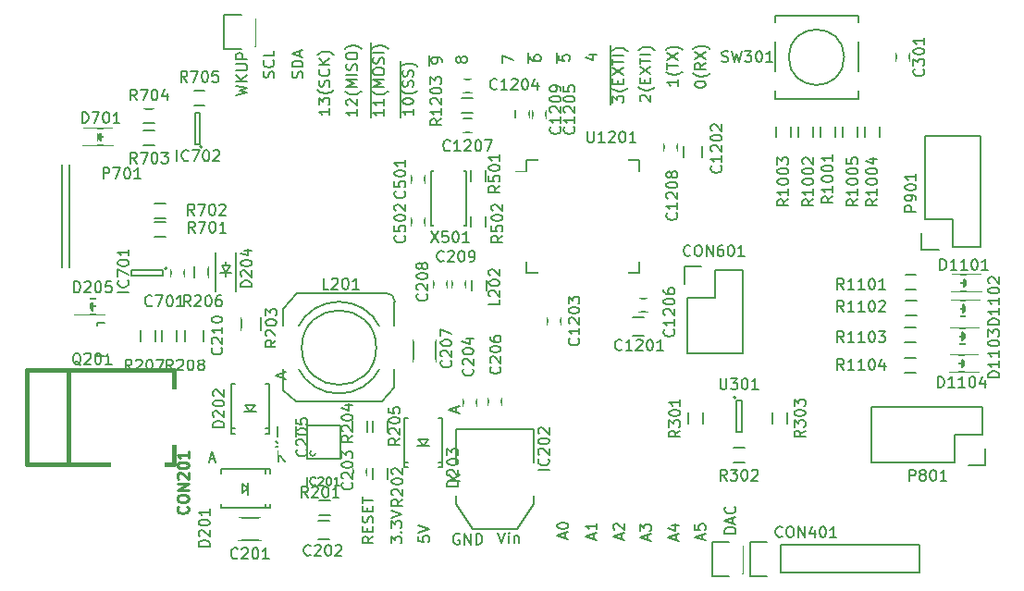
<source format=gto>
G04 #@! TF.FileFunction,Legend,Top*
%FSLAX46Y46*%
G04 Gerber Fmt 4.6, Leading zero omitted, Abs format (unit mm)*
G04 Created by KiCad (PCBNEW 4.0.0-rc1-stable) date 05/12/2015 12:00:57*
%MOMM*%
G01*
G04 APERTURE LIST*
%ADD10C,0.100000*%
%ADD11C,0.150000*%
%ADD12C,0.381000*%
%ADD13C,0.203200*%
%ADD14C,0.127000*%
%ADD15C,0.254000*%
%ADD16C,0.152400*%
%ADD17R,2.400000X2.000000*%
%ADD18R,1.900000X1.650000*%
%ADD19R,1.150000X1.600000*%
%ADD20R,1.650000X1.900000*%
%ADD21R,2.000000X2.400000*%
%ADD22R,1.600000X1.150000*%
%ADD23C,5.200600*%
%ADD24R,5.200600X5.200600*%
%ADD25R,2.127200X2.432000*%
%ADD26O,2.127200X2.432000*%
%ADD27R,2.127200X2.127200*%
%ADD28O,2.127200X2.127200*%
%ADD29R,3.900120X2.200860*%
%ADD30R,2.200860X3.900120*%
%ADD31R,1.620000X1.310000*%
%ADD32R,1.598880X1.598880*%
%ADD33R,0.700000X1.420000*%
%ADD34R,2.300000X2.130000*%
%ADD35R,4.057600X2.432000*%
%ADD36R,1.416000X2.432000*%
%ADD37R,1.050000X1.460000*%
%ADD38R,1.460000X1.050000*%
%ADD39R,2.180000X3.960000*%
%ADD40R,1.300000X1.600000*%
%ADD41R,2.635200X2.635200*%
%ADD42R,2.300000X2.200000*%
%ADD43R,2.300000X2.500000*%
%ADD44R,1.750000X0.800000*%
%ADD45O,1.700000X1.450000*%
%ADD46R,2.200860X1.200100*%
%ADD47R,1.600000X1.300000*%
%ADD48R,1.700000X1.900000*%
%ADD49R,2.500000X1.800000*%
%ADD50R,1.924000X1.924000*%
%ADD51C,1.924000*%
%ADD52R,1.400000X0.650000*%
%ADD53R,0.650000X1.400000*%
%ADD54R,2.800000X2.100000*%
%ADD55C,3.700000*%
G04 APERTURE END LIST*
D10*
D11*
X125679960Y-122955160D02*
X127679960Y-122955160D01*
X127679960Y-120905160D02*
X125679960Y-120905160D01*
X133941440Y-121219860D02*
X132941440Y-121219860D01*
X132941440Y-122919860D02*
X133941440Y-122919860D01*
X136170000Y-117070000D02*
X136170000Y-116370000D01*
X137370000Y-116370000D02*
X137370000Y-117070000D01*
X146191680Y-110687600D02*
X146191680Y-109987600D01*
X147391680Y-109987600D02*
X147391680Y-110687600D01*
X129210700Y-112517300D02*
X129210700Y-113517300D01*
X130910700Y-113517300D02*
X130910700Y-112517300D01*
X148528480Y-110626640D02*
X148528480Y-109926640D01*
X149728480Y-109926640D02*
X149728480Y-110626640D01*
X141636640Y-104613200D02*
X141636640Y-106613200D01*
X143686640Y-106613200D02*
X143686640Y-104613200D01*
X144700000Y-99150000D02*
X144700000Y-99850000D01*
X143500000Y-99850000D02*
X143500000Y-99150000D01*
X146400000Y-99150000D02*
X146400000Y-99850000D01*
X145200000Y-99850000D02*
X145200000Y-99150000D01*
X122465200Y-104741600D02*
X122465200Y-103741600D01*
X120765200Y-103741600D02*
X120765200Y-104741600D01*
X185815680Y-79084920D02*
X185815680Y-78384920D01*
X187015680Y-78384920D02*
X187015680Y-79084920D01*
X141500000Y-90250000D02*
X141500000Y-89550000D01*
X142700000Y-89550000D02*
X142700000Y-90250000D01*
X142700000Y-93450000D02*
X142700000Y-94150000D01*
X141500000Y-94150000D02*
X141500000Y-93450000D01*
X120637860Y-98153740D02*
X120637860Y-98853740D01*
X119437860Y-98853740D02*
X119437860Y-98153740D01*
X162700000Y-102550000D02*
X161700000Y-102550000D01*
X161700000Y-104250000D02*
X162700000Y-104250000D01*
X166350000Y-86900000D02*
X166350000Y-87900000D01*
X168050000Y-87900000D02*
X168050000Y-86900000D01*
X155100000Y-102550000D02*
X155100000Y-103250000D01*
X153900000Y-103250000D02*
X153900000Y-102550000D01*
X146250000Y-80800000D02*
X146950000Y-80800000D01*
X146950000Y-82000000D02*
X146250000Y-82000000D01*
X152560000Y-84340000D02*
X152560000Y-83640000D01*
X153760000Y-83640000D02*
X153760000Y-84340000D01*
X162350000Y-100900000D02*
X163050000Y-100900000D01*
X163050000Y-102100000D02*
X162350000Y-102100000D01*
X146950000Y-85600000D02*
X146250000Y-85600000D01*
X146250000Y-84400000D02*
X146950000Y-84400000D01*
X164600000Y-87350000D02*
X164600000Y-86650000D01*
X165800000Y-86650000D02*
X165800000Y-87350000D01*
X151010000Y-84310000D02*
X151010000Y-83610000D01*
X152210000Y-83610000D02*
X152210000Y-84310000D01*
D12*
X106994960Y-107386120D02*
X106232960Y-107386120D01*
X106232960Y-107386120D02*
X106232960Y-116022120D01*
X106232960Y-116022120D02*
X106994960Y-116022120D01*
X110042960Y-107386120D02*
X110042960Y-116022120D01*
X119694960Y-107386120D02*
X119694960Y-116022120D01*
X106994960Y-116022120D02*
X119694960Y-116022120D01*
X106994960Y-107386120D02*
X119694960Y-107386120D01*
D11*
X175310000Y-123430000D02*
X188010000Y-123430000D01*
X188010000Y-123430000D02*
X188010000Y-125970000D01*
X188010000Y-125970000D02*
X175310000Y-125970000D01*
X172490000Y-123150000D02*
X174040000Y-123150000D01*
X175310000Y-123430000D02*
X175310000Y-125970000D01*
X174040000Y-126250000D02*
X172490000Y-126250000D01*
X172490000Y-126250000D02*
X172490000Y-123150000D01*
X166740840Y-100770000D02*
X166740840Y-105850000D01*
X166460840Y-97950000D02*
X168010840Y-97950000D01*
X169280840Y-98230000D02*
X169280840Y-100770000D01*
X169280840Y-100770000D02*
X166740840Y-100770000D01*
X166740840Y-105850000D02*
X171820840Y-105850000D01*
X171820840Y-105850000D02*
X171820840Y-100770000D01*
X166460840Y-97950000D02*
X166460840Y-99500000D01*
X171820840Y-98230000D02*
X169280840Y-98230000D01*
X171820840Y-100770000D02*
X171820840Y-98230000D01*
X126538800Y-118242080D02*
X125988800Y-118692080D01*
X125988800Y-118692080D02*
X125988800Y-117792080D01*
X125988800Y-117792080D02*
X126538800Y-118242080D01*
X126538800Y-118792080D02*
X126538800Y-117692080D01*
X128087940Y-116492020D02*
X128087940Y-116842540D01*
X128087940Y-119992140D02*
X128087940Y-119641620D01*
X124038360Y-116492020D02*
X124038360Y-116842540D01*
X128539240Y-116492020D02*
X128539240Y-116842540D01*
X128539240Y-119992140D02*
X128539240Y-119641620D01*
X124038360Y-119992140D02*
X124038360Y-119641620D01*
X128539240Y-116492020D02*
X124038360Y-116492020D01*
X128539240Y-119992140D02*
X124038360Y-119992140D01*
X126707900Y-111199740D02*
X126257900Y-110649740D01*
X126257900Y-110649740D02*
X127157900Y-110649740D01*
X127157900Y-110649740D02*
X126707900Y-111199740D01*
X126157900Y-111199740D02*
X127257900Y-111199740D01*
X128457960Y-112748880D02*
X128107440Y-112748880D01*
X124957840Y-112748880D02*
X125308360Y-112748880D01*
X128457960Y-108699300D02*
X128107440Y-108699300D01*
X128457960Y-113200180D02*
X128107440Y-113200180D01*
X124957840Y-113200180D02*
X125308360Y-113200180D01*
X124957840Y-108699300D02*
X125308360Y-108699300D01*
X128457960Y-113200180D02*
X128457960Y-108699300D01*
X124957840Y-113200180D02*
X124957840Y-108699300D01*
X142549880Y-114301080D02*
X142099880Y-113751080D01*
X142099880Y-113751080D02*
X142999880Y-113751080D01*
X142999880Y-113751080D02*
X142549880Y-114301080D01*
X141999880Y-114301080D02*
X143099880Y-114301080D01*
X144299940Y-115850220D02*
X143949420Y-115850220D01*
X140799820Y-115850220D02*
X141150340Y-115850220D01*
X144299940Y-111800640D02*
X143949420Y-111800640D01*
X144299940Y-116301520D02*
X143949420Y-116301520D01*
X140799820Y-116301520D02*
X141150340Y-116301520D01*
X140799820Y-111800640D02*
X141150340Y-111800640D01*
X144299940Y-116301520D02*
X144299940Y-111800640D01*
X140799820Y-116301520D02*
X140799820Y-111800640D01*
X124470000Y-97862500D02*
X124470000Y-97481500D01*
X124470000Y-98878500D02*
X124470000Y-98497500D01*
X124470000Y-98497500D02*
X124089000Y-97862500D01*
X124089000Y-97862500D02*
X124851000Y-97862500D01*
X124851000Y-97862500D02*
X124470000Y-98497500D01*
X123962000Y-98497500D02*
X124978000Y-98497500D01*
X125370000Y-100180000D02*
X125370000Y-96640000D01*
X123570000Y-100180000D02*
X123570000Y-96640000D01*
X110690860Y-102339840D02*
X113390860Y-102339840D01*
X110690860Y-100839840D02*
X113390860Y-100839840D01*
X112190860Y-101739840D02*
X112190860Y-101489840D01*
X112190860Y-101489840D02*
X112040860Y-101639840D01*
X111940860Y-101239840D02*
X111940860Y-101939840D01*
X112290860Y-101589840D02*
X112640860Y-101589840D01*
X111940860Y-101589840D02*
X112290860Y-101239840D01*
X112290860Y-101239840D02*
X112290860Y-101939840D01*
X112290860Y-101939840D02*
X111940860Y-101589840D01*
X111420000Y-86830000D02*
X114120000Y-86830000D01*
X111420000Y-85330000D02*
X114120000Y-85330000D01*
X112920000Y-86230000D02*
X112920000Y-85980000D01*
X112920000Y-85980000D02*
X112770000Y-86130000D01*
X112670000Y-85730000D02*
X112670000Y-86430000D01*
X113020000Y-86080000D02*
X113370000Y-86080000D01*
X112670000Y-86080000D02*
X113020000Y-85730000D01*
X113020000Y-85730000D02*
X113020000Y-86430000D01*
X113020000Y-86430000D02*
X112670000Y-86080000D01*
X193607300Y-98709500D02*
X190907300Y-98709500D01*
X193607300Y-100209500D02*
X190907300Y-100209500D01*
X192107300Y-99309500D02*
X192107300Y-99559500D01*
X192107300Y-99559500D02*
X192257300Y-99409500D01*
X192357300Y-99809500D02*
X192357300Y-99109500D01*
X192007300Y-99459500D02*
X191657300Y-99459500D01*
X192357300Y-99459500D02*
X192007300Y-99809500D01*
X192007300Y-99809500D02*
X192007300Y-99109500D01*
X192007300Y-99109500D02*
X192357300Y-99459500D01*
X193556200Y-101014800D02*
X190856200Y-101014800D01*
X193556200Y-102514800D02*
X190856200Y-102514800D01*
X192056200Y-101614800D02*
X192056200Y-101864800D01*
X192056200Y-101864800D02*
X192206200Y-101714800D01*
X192306200Y-102114800D02*
X192306200Y-101414800D01*
X191956200Y-101764800D02*
X191606200Y-101764800D01*
X192306200Y-101764800D02*
X191956200Y-102114800D01*
X191956200Y-102114800D02*
X191956200Y-101414800D01*
X191956200Y-101414800D02*
X192306200Y-101764800D01*
X193497300Y-103556300D02*
X190797300Y-103556300D01*
X193497300Y-105056300D02*
X190797300Y-105056300D01*
X191997300Y-104156300D02*
X191997300Y-104406300D01*
X191997300Y-104406300D02*
X192147300Y-104256300D01*
X192247300Y-104656300D02*
X192247300Y-103956300D01*
X191897300Y-104306300D02*
X191547300Y-104306300D01*
X192247300Y-104306300D02*
X191897300Y-104656300D01*
X191897300Y-104656300D02*
X191897300Y-103956300D01*
X191897300Y-103956300D02*
X192247300Y-104306300D01*
X193425400Y-106038400D02*
X190725400Y-106038400D01*
X193425400Y-107538400D02*
X190725400Y-107538400D01*
X191925400Y-106638400D02*
X191925400Y-106888400D01*
X191925400Y-106888400D02*
X192075400Y-106738400D01*
X192175400Y-107138400D02*
X192175400Y-106438400D01*
X191825400Y-106788400D02*
X191475400Y-106788400D01*
X192175400Y-106788400D02*
X191825400Y-107138400D01*
X191825400Y-107138400D02*
X191825400Y-106438400D01*
X191825400Y-106438400D02*
X192175400Y-106788400D01*
D13*
X132679440Y-115011200D02*
G75*
G03X132679440Y-115011200I-254000J0D01*
G01*
X134965440Y-115519200D02*
X131917440Y-115519200D01*
X131917440Y-115519200D02*
X131917440Y-112471200D01*
X131917440Y-112471200D02*
X134965440Y-112471200D01*
X134965440Y-112471200D02*
X134965440Y-115519200D01*
D11*
X152699720Y-115824000D02*
X152699720Y-112776000D01*
X152699720Y-112776000D02*
X145587720Y-112776000D01*
X145587720Y-112776000D02*
X145587720Y-115824000D01*
X152699720Y-118872000D02*
X152699720Y-119634000D01*
X152699720Y-119634000D02*
X151175720Y-121920000D01*
X151175720Y-121920000D02*
X147111720Y-121920000D01*
X147111720Y-121920000D02*
X145587720Y-119634000D01*
X145587720Y-119634000D02*
X145587720Y-118872000D01*
X119087040Y-98091040D02*
G75*
G03X119087040Y-98091040I-100000J0D01*
G01*
X118737040Y-98741040D02*
X118737040Y-98241040D01*
X115837040Y-98741040D02*
X118737040Y-98741040D01*
X115837040Y-98241040D02*
X115837040Y-98741040D01*
X118737040Y-98241040D02*
X115837040Y-98241040D01*
X122289520Y-86967800D02*
G75*
G03X122289520Y-86967800I-100000J0D01*
G01*
X121639520Y-86717800D02*
X122139520Y-86717800D01*
X121639520Y-83817800D02*
X121639520Y-86717800D01*
X122139520Y-83817800D02*
X121639520Y-83817800D01*
X122139520Y-86717800D02*
X122139520Y-83817800D01*
X139153900Y-100393500D02*
X131025900Y-100393500D01*
X139915900Y-109029500D02*
X139915900Y-101155500D01*
X130898900Y-110299500D02*
X138772900Y-110299500D01*
X129755900Y-109283500D02*
X129755900Y-101790500D01*
X139953900Y-101146500D02*
G75*
G03X139153900Y-100346500I-800000J0D01*
G01*
X138772900Y-110299500D02*
X139915900Y-109029500D01*
X129755900Y-101790500D02*
X131025900Y-100393500D01*
X129755900Y-109283500D02*
X130898900Y-110299500D01*
X138243668Y-105346500D02*
G75*
G03X138243668Y-105346500I-3407768J0D01*
G01*
X131025900Y-103568500D02*
X131025900Y-103695500D01*
X138646948Y-103570747D02*
G75*
G03X131025900Y-103568500I-3811048J-1775753D01*
G01*
X131024852Y-107122253D02*
G75*
G03X138645900Y-107124500I3811048J1775753D01*
G01*
X138645900Y-107124500D02*
X138645900Y-103568500D01*
X131025900Y-107124500D02*
X131025900Y-103695500D01*
X148325000Y-99150000D02*
X148325000Y-100150000D01*
X146975000Y-100150000D02*
X146975000Y-99150000D01*
X171795160Y-125984000D02*
X171795160Y-123444000D01*
X168975160Y-123164000D02*
X170525160Y-123164000D01*
X168975160Y-123164000D02*
X168975160Y-126264000D01*
X168975160Y-126264000D02*
X170525160Y-126264000D01*
X127140000Y-77724000D02*
X127140000Y-75184000D01*
X124320000Y-74904000D02*
X125870000Y-74904000D01*
X124320000Y-74904000D02*
X124320000Y-78004000D01*
X124320000Y-78004000D02*
X125870000Y-78004000D01*
X109444900Y-88606900D02*
X109444900Y-98006900D01*
X110144900Y-88606900D02*
X110144900Y-98006900D01*
X191198500Y-115862100D02*
X183578500Y-115862100D01*
X183578500Y-115862100D02*
X183578500Y-110782100D01*
X183578500Y-110782100D02*
X193738500Y-110782100D01*
X193738500Y-110782100D02*
X193738500Y-113322100D01*
X192468500Y-116142100D02*
X194018500Y-116142100D01*
X193738500Y-113322100D02*
X191198500Y-113322100D01*
X191198500Y-113322100D02*
X191198500Y-115862100D01*
X194018500Y-116142100D02*
X194018500Y-114592100D01*
X188442600Y-93586300D02*
X188442600Y-85966300D01*
X188442600Y-85966300D02*
X193522600Y-85966300D01*
X193522600Y-85966300D02*
X193522600Y-96126300D01*
X193522600Y-96126300D02*
X190982600Y-96126300D01*
X188162600Y-94856300D02*
X188162600Y-96406300D01*
X190982600Y-96126300D02*
X190982600Y-93586300D01*
X190982600Y-93586300D02*
X188442600Y-93586300D01*
X188162600Y-96406300D02*
X189712600Y-96406300D01*
X113360200Y-106107180D02*
X112659160Y-106107180D01*
X112659160Y-106107180D02*
X112659160Y-105858260D01*
X112659160Y-103308200D02*
X112659160Y-103107540D01*
X112659160Y-103107540D02*
X113360200Y-103107540D01*
X133997320Y-120677300D02*
X132997320Y-120677300D01*
X132997320Y-119327300D02*
X133997320Y-119327300D01*
X137965000Y-117380000D02*
X137965000Y-116380000D01*
X139315000Y-116380000D02*
X139315000Y-117380000D01*
X127666720Y-102554480D02*
X127666720Y-103754480D01*
X125916720Y-103754480D02*
X125916720Y-102554480D01*
X139277720Y-112032160D02*
X139277720Y-113032160D01*
X137927720Y-113032160D02*
X137927720Y-112032160D01*
X136104000Y-113062640D02*
X136104000Y-112062640D01*
X137454000Y-112062640D02*
X137454000Y-113062640D01*
X121549800Y-98912300D02*
X121549800Y-97912300D01*
X122899800Y-97912300D02*
X122899800Y-98912300D01*
X116713640Y-104782240D02*
X116713640Y-103782240D01*
X118063640Y-103782240D02*
X118063640Y-104782240D01*
X118593240Y-104772080D02*
X118593240Y-103772080D01*
X119943240Y-103772080D02*
X119943240Y-104772080D01*
X168185000Y-111320000D02*
X168185000Y-112320000D01*
X166835000Y-112320000D02*
X166835000Y-111320000D01*
X170948000Y-114487000D02*
X171948000Y-114487000D01*
X171948000Y-115837000D02*
X170948000Y-115837000D01*
X174485000Y-112320000D02*
X174485000Y-111320000D01*
X175835000Y-111320000D02*
X175835000Y-112320000D01*
X148275000Y-89100000D02*
X148275000Y-90100000D01*
X146925000Y-90100000D02*
X146925000Y-89100000D01*
X146925000Y-94300000D02*
X146925000Y-93300000D01*
X148275000Y-93300000D02*
X148275000Y-94300000D01*
X117950360Y-93840940D02*
X118950360Y-93840940D01*
X118950360Y-95190940D02*
X117950360Y-95190940D01*
X117950360Y-92126440D02*
X118950360Y-92126440D01*
X118950360Y-93476440D02*
X117950360Y-93476440D01*
X116950000Y-85445000D02*
X117950000Y-85445000D01*
X117950000Y-86795000D02*
X116950000Y-86795000D01*
X117950000Y-84825000D02*
X116950000Y-84825000D01*
X116950000Y-83475000D02*
X117950000Y-83475000D01*
X122562240Y-83153880D02*
X121562240Y-83153880D01*
X121562240Y-81803880D02*
X122562240Y-81803880D01*
X178903000Y-86098000D02*
X178903000Y-85098000D01*
X180253000Y-85098000D02*
X180253000Y-86098000D01*
X176871000Y-86098000D02*
X176871000Y-85098000D01*
X178221000Y-85098000D02*
X178221000Y-86098000D01*
X174839000Y-86098000D02*
X174839000Y-85098000D01*
X176189000Y-85098000D02*
X176189000Y-86098000D01*
X182967000Y-86098000D02*
X182967000Y-85098000D01*
X184317000Y-85098000D02*
X184317000Y-86098000D01*
X180935000Y-86098000D02*
X180935000Y-85098000D01*
X182285000Y-85098000D02*
X182285000Y-86098000D01*
X186668600Y-98708300D02*
X187668600Y-98708300D01*
X187668600Y-100058300D02*
X186668600Y-100058300D01*
X186690000Y-101045000D02*
X187690000Y-101045000D01*
X187690000Y-102395000D02*
X186690000Y-102395000D01*
X186634800Y-103517000D02*
X187634800Y-103517000D01*
X187634800Y-104867000D02*
X186634800Y-104867000D01*
X186610000Y-106265000D02*
X187610000Y-106265000D01*
X187610000Y-107615000D02*
X186610000Y-107615000D01*
X146100000Y-82525000D02*
X147100000Y-82525000D01*
X147100000Y-83875000D02*
X146100000Y-83875000D01*
D14*
X181076600Y-78762860D02*
G75*
G03X181076600Y-78762860I-2540000J0D01*
G01*
X182346600Y-82572860D02*
X174726600Y-82572860D01*
X174726600Y-82572860D02*
X174726600Y-74952860D01*
X174726600Y-74952860D02*
X182346600Y-74952860D01*
X182346600Y-82572860D02*
X182346600Y-74952860D01*
D11*
X171148000Y-109906000D02*
G75*
G03X171148000Y-109906000I-100000J0D01*
G01*
X171698000Y-110156000D02*
X171198000Y-110156000D01*
X171698000Y-113056000D02*
X171698000Y-110156000D01*
X171198000Y-113056000D02*
X171698000Y-113056000D01*
X171198000Y-110156000D02*
X171198000Y-113056000D01*
X152000200Y-88170000D02*
X152000200Y-89245000D01*
X162350200Y-88170000D02*
X162350200Y-89245000D01*
X162350200Y-98520000D02*
X162350200Y-97445000D01*
X152000200Y-98520000D02*
X152000200Y-97445000D01*
X152000200Y-88170000D02*
X153075200Y-88170000D01*
X152000200Y-98520000D02*
X153075200Y-98520000D01*
X162350200Y-98520000D02*
X161275200Y-98520000D01*
X162350200Y-88170000D02*
X161275200Y-88170000D01*
X152000200Y-89245000D02*
X150975200Y-89245000D01*
X143290000Y-94210000D02*
X143290000Y-89210000D01*
X143290000Y-89210000D02*
X146490000Y-89210000D01*
X146490000Y-89210000D02*
X146490000Y-94210000D01*
X146490000Y-94210000D02*
X143290000Y-94210000D01*
X125560913Y-124587303D02*
X125513294Y-124634922D01*
X125370437Y-124682541D01*
X125275199Y-124682541D01*
X125132341Y-124634922D01*
X125037103Y-124539684D01*
X124989484Y-124444446D01*
X124941865Y-124253970D01*
X124941865Y-124111112D01*
X124989484Y-123920636D01*
X125037103Y-123825398D01*
X125132341Y-123730160D01*
X125275199Y-123682541D01*
X125370437Y-123682541D01*
X125513294Y-123730160D01*
X125560913Y-123777779D01*
X125941865Y-123777779D02*
X125989484Y-123730160D01*
X126084722Y-123682541D01*
X126322818Y-123682541D01*
X126418056Y-123730160D01*
X126465675Y-123777779D01*
X126513294Y-123873017D01*
X126513294Y-123968255D01*
X126465675Y-124111112D01*
X125894246Y-124682541D01*
X126513294Y-124682541D01*
X127132341Y-123682541D02*
X127227580Y-123682541D01*
X127322818Y-123730160D01*
X127370437Y-123777779D01*
X127418056Y-123873017D01*
X127465675Y-124063493D01*
X127465675Y-124301589D01*
X127418056Y-124492065D01*
X127370437Y-124587303D01*
X127322818Y-124634922D01*
X127227580Y-124682541D01*
X127132341Y-124682541D01*
X127037103Y-124634922D01*
X126989484Y-124587303D01*
X126941865Y-124492065D01*
X126894246Y-124301589D01*
X126894246Y-124063493D01*
X126941865Y-123873017D01*
X126989484Y-123777779D01*
X127037103Y-123730160D01*
X127132341Y-123682541D01*
X128418056Y-124682541D02*
X127846627Y-124682541D01*
X128132341Y-124682541D02*
X128132341Y-123682541D01*
X128037103Y-123825398D01*
X127941865Y-123920636D01*
X127846627Y-123968255D01*
X132230953Y-124309143D02*
X132183334Y-124356762D01*
X132040477Y-124404381D01*
X131945239Y-124404381D01*
X131802381Y-124356762D01*
X131707143Y-124261524D01*
X131659524Y-124166286D01*
X131611905Y-123975810D01*
X131611905Y-123832952D01*
X131659524Y-123642476D01*
X131707143Y-123547238D01*
X131802381Y-123452000D01*
X131945239Y-123404381D01*
X132040477Y-123404381D01*
X132183334Y-123452000D01*
X132230953Y-123499619D01*
X132611905Y-123499619D02*
X132659524Y-123452000D01*
X132754762Y-123404381D01*
X132992858Y-123404381D01*
X133088096Y-123452000D01*
X133135715Y-123499619D01*
X133183334Y-123594857D01*
X133183334Y-123690095D01*
X133135715Y-123832952D01*
X132564286Y-124404381D01*
X133183334Y-124404381D01*
X133802381Y-123404381D02*
X133897620Y-123404381D01*
X133992858Y-123452000D01*
X134040477Y-123499619D01*
X134088096Y-123594857D01*
X134135715Y-123785333D01*
X134135715Y-124023429D01*
X134088096Y-124213905D01*
X134040477Y-124309143D01*
X133992858Y-124356762D01*
X133897620Y-124404381D01*
X133802381Y-124404381D01*
X133707143Y-124356762D01*
X133659524Y-124309143D01*
X133611905Y-124213905D01*
X133564286Y-124023429D01*
X133564286Y-123785333D01*
X133611905Y-123594857D01*
X133659524Y-123499619D01*
X133707143Y-123452000D01*
X133802381Y-123404381D01*
X134516667Y-123499619D02*
X134564286Y-123452000D01*
X134659524Y-123404381D01*
X134897620Y-123404381D01*
X134992858Y-123452000D01*
X135040477Y-123499619D01*
X135088096Y-123594857D01*
X135088096Y-123690095D01*
X135040477Y-123832952D01*
X134469048Y-124404381D01*
X135088096Y-124404381D01*
X135993143Y-117705047D02*
X136040762Y-117752666D01*
X136088381Y-117895523D01*
X136088381Y-117990761D01*
X136040762Y-118133619D01*
X135945524Y-118228857D01*
X135850286Y-118276476D01*
X135659810Y-118324095D01*
X135516952Y-118324095D01*
X135326476Y-118276476D01*
X135231238Y-118228857D01*
X135136000Y-118133619D01*
X135088381Y-117990761D01*
X135088381Y-117895523D01*
X135136000Y-117752666D01*
X135183619Y-117705047D01*
X135183619Y-117324095D02*
X135136000Y-117276476D01*
X135088381Y-117181238D01*
X135088381Y-116943142D01*
X135136000Y-116847904D01*
X135183619Y-116800285D01*
X135278857Y-116752666D01*
X135374095Y-116752666D01*
X135516952Y-116800285D01*
X136088381Y-117371714D01*
X136088381Y-116752666D01*
X135088381Y-116133619D02*
X135088381Y-116038380D01*
X135136000Y-115943142D01*
X135183619Y-115895523D01*
X135278857Y-115847904D01*
X135469333Y-115800285D01*
X135707429Y-115800285D01*
X135897905Y-115847904D01*
X135993143Y-115895523D01*
X136040762Y-115943142D01*
X136088381Y-116038380D01*
X136088381Y-116133619D01*
X136040762Y-116228857D01*
X135993143Y-116276476D01*
X135897905Y-116324095D01*
X135707429Y-116371714D01*
X135469333Y-116371714D01*
X135278857Y-116324095D01*
X135183619Y-116276476D01*
X135136000Y-116228857D01*
X135088381Y-116133619D01*
X135088381Y-115466952D02*
X135088381Y-114847904D01*
X135469333Y-115181238D01*
X135469333Y-115038380D01*
X135516952Y-114943142D01*
X135564571Y-114895523D01*
X135659810Y-114847904D01*
X135897905Y-114847904D01*
X135993143Y-114895523D01*
X136040762Y-114943142D01*
X136088381Y-115038380D01*
X136088381Y-115324095D01*
X136040762Y-115419333D01*
X135993143Y-115466952D01*
X147047143Y-107299047D02*
X147094762Y-107346666D01*
X147142381Y-107489523D01*
X147142381Y-107584761D01*
X147094762Y-107727619D01*
X146999524Y-107822857D01*
X146904286Y-107870476D01*
X146713810Y-107918095D01*
X146570952Y-107918095D01*
X146380476Y-107870476D01*
X146285238Y-107822857D01*
X146190000Y-107727619D01*
X146142381Y-107584761D01*
X146142381Y-107489523D01*
X146190000Y-107346666D01*
X146237619Y-107299047D01*
X146237619Y-106918095D02*
X146190000Y-106870476D01*
X146142381Y-106775238D01*
X146142381Y-106537142D01*
X146190000Y-106441904D01*
X146237619Y-106394285D01*
X146332857Y-106346666D01*
X146428095Y-106346666D01*
X146570952Y-106394285D01*
X147142381Y-106965714D01*
X147142381Y-106346666D01*
X146142381Y-105727619D02*
X146142381Y-105632380D01*
X146190000Y-105537142D01*
X146237619Y-105489523D01*
X146332857Y-105441904D01*
X146523333Y-105394285D01*
X146761429Y-105394285D01*
X146951905Y-105441904D01*
X147047143Y-105489523D01*
X147094762Y-105537142D01*
X147142381Y-105632380D01*
X147142381Y-105727619D01*
X147094762Y-105822857D01*
X147047143Y-105870476D01*
X146951905Y-105918095D01*
X146761429Y-105965714D01*
X146523333Y-105965714D01*
X146332857Y-105918095D01*
X146237619Y-105870476D01*
X146190000Y-105822857D01*
X146142381Y-105727619D01*
X146475714Y-104537142D02*
X147142381Y-104537142D01*
X146094762Y-104775238D02*
X146809048Y-105013333D01*
X146809048Y-104394285D01*
X131847143Y-114669047D02*
X131894762Y-114716666D01*
X131942381Y-114859523D01*
X131942381Y-114954761D01*
X131894762Y-115097619D01*
X131799524Y-115192857D01*
X131704286Y-115240476D01*
X131513810Y-115288095D01*
X131370952Y-115288095D01*
X131180476Y-115240476D01*
X131085238Y-115192857D01*
X130990000Y-115097619D01*
X130942381Y-114954761D01*
X130942381Y-114859523D01*
X130990000Y-114716666D01*
X131037619Y-114669047D01*
X131037619Y-114288095D02*
X130990000Y-114240476D01*
X130942381Y-114145238D01*
X130942381Y-113907142D01*
X130990000Y-113811904D01*
X131037619Y-113764285D01*
X131132857Y-113716666D01*
X131228095Y-113716666D01*
X131370952Y-113764285D01*
X131942381Y-114335714D01*
X131942381Y-113716666D01*
X130942381Y-113097619D02*
X130942381Y-113002380D01*
X130990000Y-112907142D01*
X131037619Y-112859523D01*
X131132857Y-112811904D01*
X131323333Y-112764285D01*
X131561429Y-112764285D01*
X131751905Y-112811904D01*
X131847143Y-112859523D01*
X131894762Y-112907142D01*
X131942381Y-113002380D01*
X131942381Y-113097619D01*
X131894762Y-113192857D01*
X131847143Y-113240476D01*
X131751905Y-113288095D01*
X131561429Y-113335714D01*
X131323333Y-113335714D01*
X131132857Y-113288095D01*
X131037619Y-113240476D01*
X130990000Y-113192857D01*
X130942381Y-113097619D01*
X130942381Y-111859523D02*
X130942381Y-112335714D01*
X131418571Y-112383333D01*
X131370952Y-112335714D01*
X131323333Y-112240476D01*
X131323333Y-112002380D01*
X131370952Y-111907142D01*
X131418571Y-111859523D01*
X131513810Y-111811904D01*
X131751905Y-111811904D01*
X131847143Y-111859523D01*
X131894762Y-111907142D01*
X131942381Y-112002380D01*
X131942381Y-112240476D01*
X131894762Y-112335714D01*
X131847143Y-112383333D01*
X149557143Y-107109047D02*
X149604762Y-107156666D01*
X149652381Y-107299523D01*
X149652381Y-107394761D01*
X149604762Y-107537619D01*
X149509524Y-107632857D01*
X149414286Y-107680476D01*
X149223810Y-107728095D01*
X149080952Y-107728095D01*
X148890476Y-107680476D01*
X148795238Y-107632857D01*
X148700000Y-107537619D01*
X148652381Y-107394761D01*
X148652381Y-107299523D01*
X148700000Y-107156666D01*
X148747619Y-107109047D01*
X148747619Y-106728095D02*
X148700000Y-106680476D01*
X148652381Y-106585238D01*
X148652381Y-106347142D01*
X148700000Y-106251904D01*
X148747619Y-106204285D01*
X148842857Y-106156666D01*
X148938095Y-106156666D01*
X149080952Y-106204285D01*
X149652381Y-106775714D01*
X149652381Y-106156666D01*
X148652381Y-105537619D02*
X148652381Y-105442380D01*
X148700000Y-105347142D01*
X148747619Y-105299523D01*
X148842857Y-105251904D01*
X149033333Y-105204285D01*
X149271429Y-105204285D01*
X149461905Y-105251904D01*
X149557143Y-105299523D01*
X149604762Y-105347142D01*
X149652381Y-105442380D01*
X149652381Y-105537619D01*
X149604762Y-105632857D01*
X149557143Y-105680476D01*
X149461905Y-105728095D01*
X149271429Y-105775714D01*
X149033333Y-105775714D01*
X148842857Y-105728095D01*
X148747619Y-105680476D01*
X148700000Y-105632857D01*
X148652381Y-105537619D01*
X148652381Y-104347142D02*
X148652381Y-104537619D01*
X148700000Y-104632857D01*
X148747619Y-104680476D01*
X148890476Y-104775714D01*
X149080952Y-104823333D01*
X149461905Y-104823333D01*
X149557143Y-104775714D01*
X149604762Y-104728095D01*
X149652381Y-104632857D01*
X149652381Y-104442380D01*
X149604762Y-104347142D01*
X149557143Y-104299523D01*
X149461905Y-104251904D01*
X149223810Y-104251904D01*
X149128571Y-104299523D01*
X149080952Y-104347142D01*
X149033333Y-104442380D01*
X149033333Y-104632857D01*
X149080952Y-104728095D01*
X149128571Y-104775714D01*
X149223810Y-104823333D01*
X145057143Y-106539047D02*
X145104762Y-106586666D01*
X145152381Y-106729523D01*
X145152381Y-106824761D01*
X145104762Y-106967619D01*
X145009524Y-107062857D01*
X144914286Y-107110476D01*
X144723810Y-107158095D01*
X144580952Y-107158095D01*
X144390476Y-107110476D01*
X144295238Y-107062857D01*
X144200000Y-106967619D01*
X144152381Y-106824761D01*
X144152381Y-106729523D01*
X144200000Y-106586666D01*
X144247619Y-106539047D01*
X144247619Y-106158095D02*
X144200000Y-106110476D01*
X144152381Y-106015238D01*
X144152381Y-105777142D01*
X144200000Y-105681904D01*
X144247619Y-105634285D01*
X144342857Y-105586666D01*
X144438095Y-105586666D01*
X144580952Y-105634285D01*
X145152381Y-106205714D01*
X145152381Y-105586666D01*
X144152381Y-104967619D02*
X144152381Y-104872380D01*
X144200000Y-104777142D01*
X144247619Y-104729523D01*
X144342857Y-104681904D01*
X144533333Y-104634285D01*
X144771429Y-104634285D01*
X144961905Y-104681904D01*
X145057143Y-104729523D01*
X145104762Y-104777142D01*
X145152381Y-104872380D01*
X145152381Y-104967619D01*
X145104762Y-105062857D01*
X145057143Y-105110476D01*
X144961905Y-105158095D01*
X144771429Y-105205714D01*
X144533333Y-105205714D01*
X144342857Y-105158095D01*
X144247619Y-105110476D01*
X144200000Y-105062857D01*
X144152381Y-104967619D01*
X144152381Y-104300952D02*
X144152381Y-103634285D01*
X145152381Y-104062857D01*
X142851143Y-100433047D02*
X142898762Y-100480666D01*
X142946381Y-100623523D01*
X142946381Y-100718761D01*
X142898762Y-100861619D01*
X142803524Y-100956857D01*
X142708286Y-101004476D01*
X142517810Y-101052095D01*
X142374952Y-101052095D01*
X142184476Y-101004476D01*
X142089238Y-100956857D01*
X141994000Y-100861619D01*
X141946381Y-100718761D01*
X141946381Y-100623523D01*
X141994000Y-100480666D01*
X142041619Y-100433047D01*
X142041619Y-100052095D02*
X141994000Y-100004476D01*
X141946381Y-99909238D01*
X141946381Y-99671142D01*
X141994000Y-99575904D01*
X142041619Y-99528285D01*
X142136857Y-99480666D01*
X142232095Y-99480666D01*
X142374952Y-99528285D01*
X142946381Y-100099714D01*
X142946381Y-99480666D01*
X141946381Y-98861619D02*
X141946381Y-98766380D01*
X141994000Y-98671142D01*
X142041619Y-98623523D01*
X142136857Y-98575904D01*
X142327333Y-98528285D01*
X142565429Y-98528285D01*
X142755905Y-98575904D01*
X142851143Y-98623523D01*
X142898762Y-98671142D01*
X142946381Y-98766380D01*
X142946381Y-98861619D01*
X142898762Y-98956857D01*
X142851143Y-99004476D01*
X142755905Y-99052095D01*
X142565429Y-99099714D01*
X142327333Y-99099714D01*
X142136857Y-99052095D01*
X142041619Y-99004476D01*
X141994000Y-98956857D01*
X141946381Y-98861619D01*
X142374952Y-97956857D02*
X142327333Y-98052095D01*
X142279714Y-98099714D01*
X142184476Y-98147333D01*
X142136857Y-98147333D01*
X142041619Y-98099714D01*
X141994000Y-98052095D01*
X141946381Y-97956857D01*
X141946381Y-97766380D01*
X141994000Y-97671142D01*
X142041619Y-97623523D01*
X142136857Y-97575904D01*
X142184476Y-97575904D01*
X142279714Y-97623523D01*
X142327333Y-97671142D01*
X142374952Y-97766380D01*
X142374952Y-97956857D01*
X142422571Y-98052095D01*
X142470190Y-98099714D01*
X142565429Y-98147333D01*
X142755905Y-98147333D01*
X142851143Y-98099714D01*
X142898762Y-98052095D01*
X142946381Y-97956857D01*
X142946381Y-97766380D01*
X142898762Y-97671142D01*
X142851143Y-97623523D01*
X142755905Y-97575904D01*
X142565429Y-97575904D01*
X142470190Y-97623523D01*
X142422571Y-97671142D01*
X142374952Y-97766380D01*
X144422953Y-97385143D02*
X144375334Y-97432762D01*
X144232477Y-97480381D01*
X144137239Y-97480381D01*
X143994381Y-97432762D01*
X143899143Y-97337524D01*
X143851524Y-97242286D01*
X143803905Y-97051810D01*
X143803905Y-96908952D01*
X143851524Y-96718476D01*
X143899143Y-96623238D01*
X143994381Y-96528000D01*
X144137239Y-96480381D01*
X144232477Y-96480381D01*
X144375334Y-96528000D01*
X144422953Y-96575619D01*
X144803905Y-96575619D02*
X144851524Y-96528000D01*
X144946762Y-96480381D01*
X145184858Y-96480381D01*
X145280096Y-96528000D01*
X145327715Y-96575619D01*
X145375334Y-96670857D01*
X145375334Y-96766095D01*
X145327715Y-96908952D01*
X144756286Y-97480381D01*
X145375334Y-97480381D01*
X145994381Y-96480381D02*
X146089620Y-96480381D01*
X146184858Y-96528000D01*
X146232477Y-96575619D01*
X146280096Y-96670857D01*
X146327715Y-96861333D01*
X146327715Y-97099429D01*
X146280096Y-97289905D01*
X146232477Y-97385143D01*
X146184858Y-97432762D01*
X146089620Y-97480381D01*
X145994381Y-97480381D01*
X145899143Y-97432762D01*
X145851524Y-97385143D01*
X145803905Y-97289905D01*
X145756286Y-97099429D01*
X145756286Y-96861333D01*
X145803905Y-96670857D01*
X145851524Y-96575619D01*
X145899143Y-96528000D01*
X145994381Y-96480381D01*
X146803905Y-97480381D02*
X146994381Y-97480381D01*
X147089620Y-97432762D01*
X147137239Y-97385143D01*
X147232477Y-97242286D01*
X147280096Y-97051810D01*
X147280096Y-96670857D01*
X147232477Y-96575619D01*
X147184858Y-96528000D01*
X147089620Y-96480381D01*
X146899143Y-96480381D01*
X146803905Y-96528000D01*
X146756286Y-96575619D01*
X146708667Y-96670857D01*
X146708667Y-96908952D01*
X146756286Y-97004190D01*
X146803905Y-97051810D01*
X146899143Y-97099429D01*
X147089620Y-97099429D01*
X147184858Y-97051810D01*
X147232477Y-97004190D01*
X147280096Y-96908952D01*
X124072343Y-105360647D02*
X124119962Y-105408266D01*
X124167581Y-105551123D01*
X124167581Y-105646361D01*
X124119962Y-105789219D01*
X124024724Y-105884457D01*
X123929486Y-105932076D01*
X123739010Y-105979695D01*
X123596152Y-105979695D01*
X123405676Y-105932076D01*
X123310438Y-105884457D01*
X123215200Y-105789219D01*
X123167581Y-105646361D01*
X123167581Y-105551123D01*
X123215200Y-105408266D01*
X123262819Y-105360647D01*
X123262819Y-104979695D02*
X123215200Y-104932076D01*
X123167581Y-104836838D01*
X123167581Y-104598742D01*
X123215200Y-104503504D01*
X123262819Y-104455885D01*
X123358057Y-104408266D01*
X123453295Y-104408266D01*
X123596152Y-104455885D01*
X124167581Y-105027314D01*
X124167581Y-104408266D01*
X124167581Y-103455885D02*
X124167581Y-104027314D01*
X124167581Y-103741600D02*
X123167581Y-103741600D01*
X123310438Y-103836838D01*
X123405676Y-103932076D01*
X123453295Y-104027314D01*
X123167581Y-102836838D02*
X123167581Y-102741599D01*
X123215200Y-102646361D01*
X123262819Y-102598742D01*
X123358057Y-102551123D01*
X123548533Y-102503504D01*
X123786629Y-102503504D01*
X123977105Y-102551123D01*
X124072343Y-102598742D01*
X124119962Y-102646361D01*
X124167581Y-102741599D01*
X124167581Y-102836838D01*
X124119962Y-102932076D01*
X124072343Y-102979695D01*
X123977105Y-103027314D01*
X123786629Y-103074933D01*
X123548533Y-103074933D01*
X123358057Y-103027314D01*
X123262819Y-102979695D01*
X123215200Y-102932076D01*
X123167581Y-102836838D01*
X188317143Y-79859047D02*
X188364762Y-79906666D01*
X188412381Y-80049523D01*
X188412381Y-80144761D01*
X188364762Y-80287619D01*
X188269524Y-80382857D01*
X188174286Y-80430476D01*
X187983810Y-80478095D01*
X187840952Y-80478095D01*
X187650476Y-80430476D01*
X187555238Y-80382857D01*
X187460000Y-80287619D01*
X187412381Y-80144761D01*
X187412381Y-80049523D01*
X187460000Y-79906666D01*
X187507619Y-79859047D01*
X187412381Y-79525714D02*
X187412381Y-78906666D01*
X187793333Y-79240000D01*
X187793333Y-79097142D01*
X187840952Y-79001904D01*
X187888571Y-78954285D01*
X187983810Y-78906666D01*
X188221905Y-78906666D01*
X188317143Y-78954285D01*
X188364762Y-79001904D01*
X188412381Y-79097142D01*
X188412381Y-79382857D01*
X188364762Y-79478095D01*
X188317143Y-79525714D01*
X187412381Y-78287619D02*
X187412381Y-78192380D01*
X187460000Y-78097142D01*
X187507619Y-78049523D01*
X187602857Y-78001904D01*
X187793333Y-77954285D01*
X188031429Y-77954285D01*
X188221905Y-78001904D01*
X188317143Y-78049523D01*
X188364762Y-78097142D01*
X188412381Y-78192380D01*
X188412381Y-78287619D01*
X188364762Y-78382857D01*
X188317143Y-78430476D01*
X188221905Y-78478095D01*
X188031429Y-78525714D01*
X187793333Y-78525714D01*
X187602857Y-78478095D01*
X187507619Y-78430476D01*
X187460000Y-78382857D01*
X187412381Y-78287619D01*
X188412381Y-77001904D02*
X188412381Y-77573333D01*
X188412381Y-77287619D02*
X187412381Y-77287619D01*
X187555238Y-77382857D01*
X187650476Y-77478095D01*
X187698095Y-77573333D01*
X140819143Y-91035047D02*
X140866762Y-91082666D01*
X140914381Y-91225523D01*
X140914381Y-91320761D01*
X140866762Y-91463619D01*
X140771524Y-91558857D01*
X140676286Y-91606476D01*
X140485810Y-91654095D01*
X140342952Y-91654095D01*
X140152476Y-91606476D01*
X140057238Y-91558857D01*
X139962000Y-91463619D01*
X139914381Y-91320761D01*
X139914381Y-91225523D01*
X139962000Y-91082666D01*
X140009619Y-91035047D01*
X139914381Y-90130285D02*
X139914381Y-90606476D01*
X140390571Y-90654095D01*
X140342952Y-90606476D01*
X140295333Y-90511238D01*
X140295333Y-90273142D01*
X140342952Y-90177904D01*
X140390571Y-90130285D01*
X140485810Y-90082666D01*
X140723905Y-90082666D01*
X140819143Y-90130285D01*
X140866762Y-90177904D01*
X140914381Y-90273142D01*
X140914381Y-90511238D01*
X140866762Y-90606476D01*
X140819143Y-90654095D01*
X139914381Y-89463619D02*
X139914381Y-89368380D01*
X139962000Y-89273142D01*
X140009619Y-89225523D01*
X140104857Y-89177904D01*
X140295333Y-89130285D01*
X140533429Y-89130285D01*
X140723905Y-89177904D01*
X140819143Y-89225523D01*
X140866762Y-89273142D01*
X140914381Y-89368380D01*
X140914381Y-89463619D01*
X140866762Y-89558857D01*
X140819143Y-89606476D01*
X140723905Y-89654095D01*
X140533429Y-89701714D01*
X140295333Y-89701714D01*
X140104857Y-89654095D01*
X140009619Y-89606476D01*
X139962000Y-89558857D01*
X139914381Y-89463619D01*
X140914381Y-88177904D02*
X140914381Y-88749333D01*
X140914381Y-88463619D02*
X139914381Y-88463619D01*
X140057238Y-88558857D01*
X140152476Y-88654095D01*
X140200095Y-88749333D01*
X140819143Y-95099047D02*
X140866762Y-95146666D01*
X140914381Y-95289523D01*
X140914381Y-95384761D01*
X140866762Y-95527619D01*
X140771524Y-95622857D01*
X140676286Y-95670476D01*
X140485810Y-95718095D01*
X140342952Y-95718095D01*
X140152476Y-95670476D01*
X140057238Y-95622857D01*
X139962000Y-95527619D01*
X139914381Y-95384761D01*
X139914381Y-95289523D01*
X139962000Y-95146666D01*
X140009619Y-95099047D01*
X139914381Y-94194285D02*
X139914381Y-94670476D01*
X140390571Y-94718095D01*
X140342952Y-94670476D01*
X140295333Y-94575238D01*
X140295333Y-94337142D01*
X140342952Y-94241904D01*
X140390571Y-94194285D01*
X140485810Y-94146666D01*
X140723905Y-94146666D01*
X140819143Y-94194285D01*
X140866762Y-94241904D01*
X140914381Y-94337142D01*
X140914381Y-94575238D01*
X140866762Y-94670476D01*
X140819143Y-94718095D01*
X139914381Y-93527619D02*
X139914381Y-93432380D01*
X139962000Y-93337142D01*
X140009619Y-93289523D01*
X140104857Y-93241904D01*
X140295333Y-93194285D01*
X140533429Y-93194285D01*
X140723905Y-93241904D01*
X140819143Y-93289523D01*
X140866762Y-93337142D01*
X140914381Y-93432380D01*
X140914381Y-93527619D01*
X140866762Y-93622857D01*
X140819143Y-93670476D01*
X140723905Y-93718095D01*
X140533429Y-93765714D01*
X140295333Y-93765714D01*
X140104857Y-93718095D01*
X140009619Y-93670476D01*
X139962000Y-93622857D01*
X139914381Y-93527619D01*
X140009619Y-92813333D02*
X139962000Y-92765714D01*
X139914381Y-92670476D01*
X139914381Y-92432380D01*
X139962000Y-92337142D01*
X140009619Y-92289523D01*
X140104857Y-92241904D01*
X140200095Y-92241904D01*
X140342952Y-92289523D01*
X140914381Y-92860952D01*
X140914381Y-92241904D01*
X117710953Y-101467143D02*
X117663334Y-101514762D01*
X117520477Y-101562381D01*
X117425239Y-101562381D01*
X117282381Y-101514762D01*
X117187143Y-101419524D01*
X117139524Y-101324286D01*
X117091905Y-101133810D01*
X117091905Y-100990952D01*
X117139524Y-100800476D01*
X117187143Y-100705238D01*
X117282381Y-100610000D01*
X117425239Y-100562381D01*
X117520477Y-100562381D01*
X117663334Y-100610000D01*
X117710953Y-100657619D01*
X118044286Y-100562381D02*
X118710953Y-100562381D01*
X118282381Y-101562381D01*
X119282381Y-100562381D02*
X119377620Y-100562381D01*
X119472858Y-100610000D01*
X119520477Y-100657619D01*
X119568096Y-100752857D01*
X119615715Y-100943333D01*
X119615715Y-101181429D01*
X119568096Y-101371905D01*
X119520477Y-101467143D01*
X119472858Y-101514762D01*
X119377620Y-101562381D01*
X119282381Y-101562381D01*
X119187143Y-101514762D01*
X119139524Y-101467143D01*
X119091905Y-101371905D01*
X119044286Y-101181429D01*
X119044286Y-100943333D01*
X119091905Y-100752857D01*
X119139524Y-100657619D01*
X119187143Y-100610000D01*
X119282381Y-100562381D01*
X120568096Y-101562381D02*
X119996667Y-101562381D01*
X120282381Y-101562381D02*
X120282381Y-100562381D01*
X120187143Y-100705238D01*
X120091905Y-100800476D01*
X119996667Y-100848095D01*
X160710762Y-105513143D02*
X160663143Y-105560762D01*
X160520286Y-105608381D01*
X160425048Y-105608381D01*
X160282190Y-105560762D01*
X160186952Y-105465524D01*
X160139333Y-105370286D01*
X160091714Y-105179810D01*
X160091714Y-105036952D01*
X160139333Y-104846476D01*
X160186952Y-104751238D01*
X160282190Y-104656000D01*
X160425048Y-104608381D01*
X160520286Y-104608381D01*
X160663143Y-104656000D01*
X160710762Y-104703619D01*
X161663143Y-105608381D02*
X161091714Y-105608381D01*
X161377428Y-105608381D02*
X161377428Y-104608381D01*
X161282190Y-104751238D01*
X161186952Y-104846476D01*
X161091714Y-104894095D01*
X162044095Y-104703619D02*
X162091714Y-104656000D01*
X162186952Y-104608381D01*
X162425048Y-104608381D01*
X162520286Y-104656000D01*
X162567905Y-104703619D01*
X162615524Y-104798857D01*
X162615524Y-104894095D01*
X162567905Y-105036952D01*
X161996476Y-105608381D01*
X162615524Y-105608381D01*
X163234571Y-104608381D02*
X163329810Y-104608381D01*
X163425048Y-104656000D01*
X163472667Y-104703619D01*
X163520286Y-104798857D01*
X163567905Y-104989333D01*
X163567905Y-105227429D01*
X163520286Y-105417905D01*
X163472667Y-105513143D01*
X163425048Y-105560762D01*
X163329810Y-105608381D01*
X163234571Y-105608381D01*
X163139333Y-105560762D01*
X163091714Y-105513143D01*
X163044095Y-105417905D01*
X162996476Y-105227429D01*
X162996476Y-104989333D01*
X163044095Y-104798857D01*
X163091714Y-104703619D01*
X163139333Y-104656000D01*
X163234571Y-104608381D01*
X164520286Y-105608381D02*
X163948857Y-105608381D01*
X164234571Y-105608381D02*
X164234571Y-104608381D01*
X164139333Y-104751238D01*
X164044095Y-104846476D01*
X163948857Y-104894095D01*
X169775143Y-88717238D02*
X169822762Y-88764857D01*
X169870381Y-88907714D01*
X169870381Y-89002952D01*
X169822762Y-89145810D01*
X169727524Y-89241048D01*
X169632286Y-89288667D01*
X169441810Y-89336286D01*
X169298952Y-89336286D01*
X169108476Y-89288667D01*
X169013238Y-89241048D01*
X168918000Y-89145810D01*
X168870381Y-89002952D01*
X168870381Y-88907714D01*
X168918000Y-88764857D01*
X168965619Y-88717238D01*
X169870381Y-87764857D02*
X169870381Y-88336286D01*
X169870381Y-88050572D02*
X168870381Y-88050572D01*
X169013238Y-88145810D01*
X169108476Y-88241048D01*
X169156095Y-88336286D01*
X168965619Y-87383905D02*
X168918000Y-87336286D01*
X168870381Y-87241048D01*
X168870381Y-87002952D01*
X168918000Y-86907714D01*
X168965619Y-86860095D01*
X169060857Y-86812476D01*
X169156095Y-86812476D01*
X169298952Y-86860095D01*
X169870381Y-87431524D01*
X169870381Y-86812476D01*
X168870381Y-86193429D02*
X168870381Y-86098190D01*
X168918000Y-86002952D01*
X168965619Y-85955333D01*
X169060857Y-85907714D01*
X169251333Y-85860095D01*
X169489429Y-85860095D01*
X169679905Y-85907714D01*
X169775143Y-85955333D01*
X169822762Y-86002952D01*
X169870381Y-86098190D01*
X169870381Y-86193429D01*
X169822762Y-86288667D01*
X169775143Y-86336286D01*
X169679905Y-86383905D01*
X169489429Y-86431524D01*
X169251333Y-86431524D01*
X169060857Y-86383905D01*
X168965619Y-86336286D01*
X168918000Y-86288667D01*
X168870381Y-86193429D01*
X168965619Y-85479143D02*
X168918000Y-85431524D01*
X168870381Y-85336286D01*
X168870381Y-85098190D01*
X168918000Y-85002952D01*
X168965619Y-84955333D01*
X169060857Y-84907714D01*
X169156095Y-84907714D01*
X169298952Y-84955333D01*
X169870381Y-85526762D01*
X169870381Y-84907714D01*
X156757143Y-104495238D02*
X156804762Y-104542857D01*
X156852381Y-104685714D01*
X156852381Y-104780952D01*
X156804762Y-104923810D01*
X156709524Y-105019048D01*
X156614286Y-105066667D01*
X156423810Y-105114286D01*
X156280952Y-105114286D01*
X156090476Y-105066667D01*
X155995238Y-105019048D01*
X155900000Y-104923810D01*
X155852381Y-104780952D01*
X155852381Y-104685714D01*
X155900000Y-104542857D01*
X155947619Y-104495238D01*
X156852381Y-103542857D02*
X156852381Y-104114286D01*
X156852381Y-103828572D02*
X155852381Y-103828572D01*
X155995238Y-103923810D01*
X156090476Y-104019048D01*
X156138095Y-104114286D01*
X155947619Y-103161905D02*
X155900000Y-103114286D01*
X155852381Y-103019048D01*
X155852381Y-102780952D01*
X155900000Y-102685714D01*
X155947619Y-102638095D01*
X156042857Y-102590476D01*
X156138095Y-102590476D01*
X156280952Y-102638095D01*
X156852381Y-103209524D01*
X156852381Y-102590476D01*
X155852381Y-101971429D02*
X155852381Y-101876190D01*
X155900000Y-101780952D01*
X155947619Y-101733333D01*
X156042857Y-101685714D01*
X156233333Y-101638095D01*
X156471429Y-101638095D01*
X156661905Y-101685714D01*
X156757143Y-101733333D01*
X156804762Y-101780952D01*
X156852381Y-101876190D01*
X156852381Y-101971429D01*
X156804762Y-102066667D01*
X156757143Y-102114286D01*
X156661905Y-102161905D01*
X156471429Y-102209524D01*
X156233333Y-102209524D01*
X156042857Y-102161905D01*
X155947619Y-102114286D01*
X155900000Y-102066667D01*
X155852381Y-101971429D01*
X155852381Y-101304762D02*
X155852381Y-100685714D01*
X156233333Y-101019048D01*
X156233333Y-100876190D01*
X156280952Y-100780952D01*
X156328571Y-100733333D01*
X156423810Y-100685714D01*
X156661905Y-100685714D01*
X156757143Y-100733333D01*
X156804762Y-100780952D01*
X156852381Y-100876190D01*
X156852381Y-101161905D01*
X156804762Y-101257143D01*
X156757143Y-101304762D01*
X149280762Y-81637143D02*
X149233143Y-81684762D01*
X149090286Y-81732381D01*
X148995048Y-81732381D01*
X148852190Y-81684762D01*
X148756952Y-81589524D01*
X148709333Y-81494286D01*
X148661714Y-81303810D01*
X148661714Y-81160952D01*
X148709333Y-80970476D01*
X148756952Y-80875238D01*
X148852190Y-80780000D01*
X148995048Y-80732381D01*
X149090286Y-80732381D01*
X149233143Y-80780000D01*
X149280762Y-80827619D01*
X150233143Y-81732381D02*
X149661714Y-81732381D01*
X149947428Y-81732381D02*
X149947428Y-80732381D01*
X149852190Y-80875238D01*
X149756952Y-80970476D01*
X149661714Y-81018095D01*
X150614095Y-80827619D02*
X150661714Y-80780000D01*
X150756952Y-80732381D01*
X150995048Y-80732381D01*
X151090286Y-80780000D01*
X151137905Y-80827619D01*
X151185524Y-80922857D01*
X151185524Y-81018095D01*
X151137905Y-81160952D01*
X150566476Y-81732381D01*
X151185524Y-81732381D01*
X151804571Y-80732381D02*
X151899810Y-80732381D01*
X151995048Y-80780000D01*
X152042667Y-80827619D01*
X152090286Y-80922857D01*
X152137905Y-81113333D01*
X152137905Y-81351429D01*
X152090286Y-81541905D01*
X152042667Y-81637143D01*
X151995048Y-81684762D01*
X151899810Y-81732381D01*
X151804571Y-81732381D01*
X151709333Y-81684762D01*
X151661714Y-81637143D01*
X151614095Y-81541905D01*
X151566476Y-81351429D01*
X151566476Y-81113333D01*
X151614095Y-80922857D01*
X151661714Y-80827619D01*
X151709333Y-80780000D01*
X151804571Y-80732381D01*
X152995048Y-81065714D02*
X152995048Y-81732381D01*
X152756952Y-80684762D02*
X152518857Y-81399048D01*
X153137905Y-81399048D01*
X156313143Y-85161238D02*
X156360762Y-85208857D01*
X156408381Y-85351714D01*
X156408381Y-85446952D01*
X156360762Y-85589810D01*
X156265524Y-85685048D01*
X156170286Y-85732667D01*
X155979810Y-85780286D01*
X155836952Y-85780286D01*
X155646476Y-85732667D01*
X155551238Y-85685048D01*
X155456000Y-85589810D01*
X155408381Y-85446952D01*
X155408381Y-85351714D01*
X155456000Y-85208857D01*
X155503619Y-85161238D01*
X156408381Y-84208857D02*
X156408381Y-84780286D01*
X156408381Y-84494572D02*
X155408381Y-84494572D01*
X155551238Y-84589810D01*
X155646476Y-84685048D01*
X155694095Y-84780286D01*
X155503619Y-83827905D02*
X155456000Y-83780286D01*
X155408381Y-83685048D01*
X155408381Y-83446952D01*
X155456000Y-83351714D01*
X155503619Y-83304095D01*
X155598857Y-83256476D01*
X155694095Y-83256476D01*
X155836952Y-83304095D01*
X156408381Y-83875524D01*
X156408381Y-83256476D01*
X155408381Y-82637429D02*
X155408381Y-82542190D01*
X155456000Y-82446952D01*
X155503619Y-82399333D01*
X155598857Y-82351714D01*
X155789333Y-82304095D01*
X156027429Y-82304095D01*
X156217905Y-82351714D01*
X156313143Y-82399333D01*
X156360762Y-82446952D01*
X156408381Y-82542190D01*
X156408381Y-82637429D01*
X156360762Y-82732667D01*
X156313143Y-82780286D01*
X156217905Y-82827905D01*
X156027429Y-82875524D01*
X155789333Y-82875524D01*
X155598857Y-82827905D01*
X155503619Y-82780286D01*
X155456000Y-82732667D01*
X155408381Y-82637429D01*
X155408381Y-81399333D02*
X155408381Y-81875524D01*
X155884571Y-81923143D01*
X155836952Y-81875524D01*
X155789333Y-81780286D01*
X155789333Y-81542190D01*
X155836952Y-81446952D01*
X155884571Y-81399333D01*
X155979810Y-81351714D01*
X156217905Y-81351714D01*
X156313143Y-81399333D01*
X156360762Y-81446952D01*
X156408381Y-81542190D01*
X156408381Y-81780286D01*
X156360762Y-81875524D01*
X156313143Y-81923143D01*
X165457143Y-103703238D02*
X165504762Y-103750857D01*
X165552381Y-103893714D01*
X165552381Y-103988952D01*
X165504762Y-104131810D01*
X165409524Y-104227048D01*
X165314286Y-104274667D01*
X165123810Y-104322286D01*
X164980952Y-104322286D01*
X164790476Y-104274667D01*
X164695238Y-104227048D01*
X164600000Y-104131810D01*
X164552381Y-103988952D01*
X164552381Y-103893714D01*
X164600000Y-103750857D01*
X164647619Y-103703238D01*
X165552381Y-102750857D02*
X165552381Y-103322286D01*
X165552381Y-103036572D02*
X164552381Y-103036572D01*
X164695238Y-103131810D01*
X164790476Y-103227048D01*
X164838095Y-103322286D01*
X164647619Y-102369905D02*
X164600000Y-102322286D01*
X164552381Y-102227048D01*
X164552381Y-101988952D01*
X164600000Y-101893714D01*
X164647619Y-101846095D01*
X164742857Y-101798476D01*
X164838095Y-101798476D01*
X164980952Y-101846095D01*
X165552381Y-102417524D01*
X165552381Y-101798476D01*
X164552381Y-101179429D02*
X164552381Y-101084190D01*
X164600000Y-100988952D01*
X164647619Y-100941333D01*
X164742857Y-100893714D01*
X164933333Y-100846095D01*
X165171429Y-100846095D01*
X165361905Y-100893714D01*
X165457143Y-100941333D01*
X165504762Y-100988952D01*
X165552381Y-101084190D01*
X165552381Y-101179429D01*
X165504762Y-101274667D01*
X165457143Y-101322286D01*
X165361905Y-101369905D01*
X165171429Y-101417524D01*
X164933333Y-101417524D01*
X164742857Y-101369905D01*
X164647619Y-101322286D01*
X164600000Y-101274667D01*
X164552381Y-101179429D01*
X164552381Y-99988952D02*
X164552381Y-100179429D01*
X164600000Y-100274667D01*
X164647619Y-100322286D01*
X164790476Y-100417524D01*
X164980952Y-100465143D01*
X165361905Y-100465143D01*
X165457143Y-100417524D01*
X165504762Y-100369905D01*
X165552381Y-100274667D01*
X165552381Y-100084190D01*
X165504762Y-99988952D01*
X165457143Y-99941333D01*
X165361905Y-99893714D01*
X165123810Y-99893714D01*
X165028571Y-99941333D01*
X164980952Y-99988952D01*
X164933333Y-100084190D01*
X164933333Y-100274667D01*
X164980952Y-100369905D01*
X165028571Y-100417524D01*
X165123810Y-100465143D01*
X145004762Y-87257143D02*
X144957143Y-87304762D01*
X144814286Y-87352381D01*
X144719048Y-87352381D01*
X144576190Y-87304762D01*
X144480952Y-87209524D01*
X144433333Y-87114286D01*
X144385714Y-86923810D01*
X144385714Y-86780952D01*
X144433333Y-86590476D01*
X144480952Y-86495238D01*
X144576190Y-86400000D01*
X144719048Y-86352381D01*
X144814286Y-86352381D01*
X144957143Y-86400000D01*
X145004762Y-86447619D01*
X145957143Y-87352381D02*
X145385714Y-87352381D01*
X145671428Y-87352381D02*
X145671428Y-86352381D01*
X145576190Y-86495238D01*
X145480952Y-86590476D01*
X145385714Y-86638095D01*
X146338095Y-86447619D02*
X146385714Y-86400000D01*
X146480952Y-86352381D01*
X146719048Y-86352381D01*
X146814286Y-86400000D01*
X146861905Y-86447619D01*
X146909524Y-86542857D01*
X146909524Y-86638095D01*
X146861905Y-86780952D01*
X146290476Y-87352381D01*
X146909524Y-87352381D01*
X147528571Y-86352381D02*
X147623810Y-86352381D01*
X147719048Y-86400000D01*
X147766667Y-86447619D01*
X147814286Y-86542857D01*
X147861905Y-86733333D01*
X147861905Y-86971429D01*
X147814286Y-87161905D01*
X147766667Y-87257143D01*
X147719048Y-87304762D01*
X147623810Y-87352381D01*
X147528571Y-87352381D01*
X147433333Y-87304762D01*
X147385714Y-87257143D01*
X147338095Y-87161905D01*
X147290476Y-86971429D01*
X147290476Y-86733333D01*
X147338095Y-86542857D01*
X147385714Y-86447619D01*
X147433333Y-86400000D01*
X147528571Y-86352381D01*
X148195238Y-86352381D02*
X148861905Y-86352381D01*
X148433333Y-87352381D01*
X165711143Y-93035238D02*
X165758762Y-93082857D01*
X165806381Y-93225714D01*
X165806381Y-93320952D01*
X165758762Y-93463810D01*
X165663524Y-93559048D01*
X165568286Y-93606667D01*
X165377810Y-93654286D01*
X165234952Y-93654286D01*
X165044476Y-93606667D01*
X164949238Y-93559048D01*
X164854000Y-93463810D01*
X164806381Y-93320952D01*
X164806381Y-93225714D01*
X164854000Y-93082857D01*
X164901619Y-93035238D01*
X165806381Y-92082857D02*
X165806381Y-92654286D01*
X165806381Y-92368572D02*
X164806381Y-92368572D01*
X164949238Y-92463810D01*
X165044476Y-92559048D01*
X165092095Y-92654286D01*
X164901619Y-91701905D02*
X164854000Y-91654286D01*
X164806381Y-91559048D01*
X164806381Y-91320952D01*
X164854000Y-91225714D01*
X164901619Y-91178095D01*
X164996857Y-91130476D01*
X165092095Y-91130476D01*
X165234952Y-91178095D01*
X165806381Y-91749524D01*
X165806381Y-91130476D01*
X164806381Y-90511429D02*
X164806381Y-90416190D01*
X164854000Y-90320952D01*
X164901619Y-90273333D01*
X164996857Y-90225714D01*
X165187333Y-90178095D01*
X165425429Y-90178095D01*
X165615905Y-90225714D01*
X165711143Y-90273333D01*
X165758762Y-90320952D01*
X165806381Y-90416190D01*
X165806381Y-90511429D01*
X165758762Y-90606667D01*
X165711143Y-90654286D01*
X165615905Y-90701905D01*
X165425429Y-90749524D01*
X165187333Y-90749524D01*
X164996857Y-90701905D01*
X164901619Y-90654286D01*
X164854000Y-90606667D01*
X164806381Y-90511429D01*
X165234952Y-89606667D02*
X165187333Y-89701905D01*
X165139714Y-89749524D01*
X165044476Y-89797143D01*
X164996857Y-89797143D01*
X164901619Y-89749524D01*
X164854000Y-89701905D01*
X164806381Y-89606667D01*
X164806381Y-89416190D01*
X164854000Y-89320952D01*
X164901619Y-89273333D01*
X164996857Y-89225714D01*
X165044476Y-89225714D01*
X165139714Y-89273333D01*
X165187333Y-89320952D01*
X165234952Y-89416190D01*
X165234952Y-89606667D01*
X165282571Y-89701905D01*
X165330190Y-89749524D01*
X165425429Y-89797143D01*
X165615905Y-89797143D01*
X165711143Y-89749524D01*
X165758762Y-89701905D01*
X165806381Y-89606667D01*
X165806381Y-89416190D01*
X165758762Y-89320952D01*
X165711143Y-89273333D01*
X165615905Y-89225714D01*
X165425429Y-89225714D01*
X165330190Y-89273333D01*
X165282571Y-89320952D01*
X165234952Y-89416190D01*
X155043143Y-85161238D02*
X155090762Y-85208857D01*
X155138381Y-85351714D01*
X155138381Y-85446952D01*
X155090762Y-85589810D01*
X154995524Y-85685048D01*
X154900286Y-85732667D01*
X154709810Y-85780286D01*
X154566952Y-85780286D01*
X154376476Y-85732667D01*
X154281238Y-85685048D01*
X154186000Y-85589810D01*
X154138381Y-85446952D01*
X154138381Y-85351714D01*
X154186000Y-85208857D01*
X154233619Y-85161238D01*
X155138381Y-84208857D02*
X155138381Y-84780286D01*
X155138381Y-84494572D02*
X154138381Y-84494572D01*
X154281238Y-84589810D01*
X154376476Y-84685048D01*
X154424095Y-84780286D01*
X154233619Y-83827905D02*
X154186000Y-83780286D01*
X154138381Y-83685048D01*
X154138381Y-83446952D01*
X154186000Y-83351714D01*
X154233619Y-83304095D01*
X154328857Y-83256476D01*
X154424095Y-83256476D01*
X154566952Y-83304095D01*
X155138381Y-83875524D01*
X155138381Y-83256476D01*
X154138381Y-82637429D02*
X154138381Y-82542190D01*
X154186000Y-82446952D01*
X154233619Y-82399333D01*
X154328857Y-82351714D01*
X154519333Y-82304095D01*
X154757429Y-82304095D01*
X154947905Y-82351714D01*
X155043143Y-82399333D01*
X155090762Y-82446952D01*
X155138381Y-82542190D01*
X155138381Y-82637429D01*
X155090762Y-82732667D01*
X155043143Y-82780286D01*
X154947905Y-82827905D01*
X154757429Y-82875524D01*
X154519333Y-82875524D01*
X154328857Y-82827905D01*
X154233619Y-82780286D01*
X154186000Y-82732667D01*
X154138381Y-82637429D01*
X155138381Y-81827905D02*
X155138381Y-81637429D01*
X155090762Y-81542190D01*
X155043143Y-81494571D01*
X154900286Y-81399333D01*
X154709810Y-81351714D01*
X154328857Y-81351714D01*
X154233619Y-81399333D01*
X154186000Y-81446952D01*
X154138381Y-81542190D01*
X154138381Y-81732667D01*
X154186000Y-81827905D01*
X154233619Y-81875524D01*
X154328857Y-81923143D01*
X154566952Y-81923143D01*
X154662190Y-81875524D01*
X154709810Y-81827905D01*
X154757429Y-81732667D01*
X154757429Y-81542190D01*
X154709810Y-81446952D01*
X154662190Y-81399333D01*
X154566952Y-81351714D01*
D15*
X120952857Y-119881333D02*
X121001238Y-119929714D01*
X121049619Y-120074857D01*
X121049619Y-120171619D01*
X121001238Y-120316761D01*
X120904476Y-120413523D01*
X120807714Y-120461904D01*
X120614190Y-120510285D01*
X120469048Y-120510285D01*
X120275524Y-120461904D01*
X120178762Y-120413523D01*
X120082000Y-120316761D01*
X120033619Y-120171619D01*
X120033619Y-120074857D01*
X120082000Y-119929714D01*
X120130381Y-119881333D01*
X120033619Y-119252380D02*
X120033619Y-119058857D01*
X120082000Y-118962095D01*
X120178762Y-118865333D01*
X120372286Y-118816952D01*
X120710952Y-118816952D01*
X120904476Y-118865333D01*
X121001238Y-118962095D01*
X121049619Y-119058857D01*
X121049619Y-119252380D01*
X121001238Y-119349142D01*
X120904476Y-119445904D01*
X120710952Y-119494285D01*
X120372286Y-119494285D01*
X120178762Y-119445904D01*
X120082000Y-119349142D01*
X120033619Y-119252380D01*
X121049619Y-118381523D02*
X120033619Y-118381523D01*
X121049619Y-117800952D01*
X120033619Y-117800952D01*
X120130381Y-117365523D02*
X120082000Y-117317142D01*
X120033619Y-117220380D01*
X120033619Y-116978476D01*
X120082000Y-116881714D01*
X120130381Y-116833333D01*
X120227143Y-116784952D01*
X120323905Y-116784952D01*
X120469048Y-116833333D01*
X121049619Y-117413904D01*
X121049619Y-116784952D01*
X120033619Y-116155999D02*
X120033619Y-116059238D01*
X120082000Y-115962476D01*
X120130381Y-115914095D01*
X120227143Y-115865714D01*
X120420667Y-115817333D01*
X120662571Y-115817333D01*
X120856095Y-115865714D01*
X120952857Y-115914095D01*
X121001238Y-115962476D01*
X121049619Y-116059238D01*
X121049619Y-116155999D01*
X121001238Y-116252761D01*
X120952857Y-116301142D01*
X120856095Y-116349523D01*
X120662571Y-116397904D01*
X120420667Y-116397904D01*
X120227143Y-116349523D01*
X120130381Y-116301142D01*
X120082000Y-116252761D01*
X120033619Y-116155999D01*
X121049619Y-114849714D02*
X121049619Y-115430285D01*
X121049619Y-115139999D02*
X120033619Y-115139999D01*
X120178762Y-115236761D01*
X120275524Y-115333523D01*
X120323905Y-115430285D01*
D11*
X175413334Y-122617143D02*
X175365715Y-122664762D01*
X175222858Y-122712381D01*
X175127620Y-122712381D01*
X174984762Y-122664762D01*
X174889524Y-122569524D01*
X174841905Y-122474286D01*
X174794286Y-122283810D01*
X174794286Y-122140952D01*
X174841905Y-121950476D01*
X174889524Y-121855238D01*
X174984762Y-121760000D01*
X175127620Y-121712381D01*
X175222858Y-121712381D01*
X175365715Y-121760000D01*
X175413334Y-121807619D01*
X176032381Y-121712381D02*
X176222858Y-121712381D01*
X176318096Y-121760000D01*
X176413334Y-121855238D01*
X176460953Y-122045714D01*
X176460953Y-122379048D01*
X176413334Y-122569524D01*
X176318096Y-122664762D01*
X176222858Y-122712381D01*
X176032381Y-122712381D01*
X175937143Y-122664762D01*
X175841905Y-122569524D01*
X175794286Y-122379048D01*
X175794286Y-122045714D01*
X175841905Y-121855238D01*
X175937143Y-121760000D01*
X176032381Y-121712381D01*
X176889524Y-122712381D02*
X176889524Y-121712381D01*
X177460953Y-122712381D01*
X177460953Y-121712381D01*
X178365715Y-122045714D02*
X178365715Y-122712381D01*
X178127619Y-121664762D02*
X177889524Y-122379048D01*
X178508572Y-122379048D01*
X179080000Y-121712381D02*
X179175239Y-121712381D01*
X179270477Y-121760000D01*
X179318096Y-121807619D01*
X179365715Y-121902857D01*
X179413334Y-122093333D01*
X179413334Y-122331429D01*
X179365715Y-122521905D01*
X179318096Y-122617143D01*
X179270477Y-122664762D01*
X179175239Y-122712381D01*
X179080000Y-122712381D01*
X178984762Y-122664762D01*
X178937143Y-122617143D01*
X178889524Y-122521905D01*
X178841905Y-122331429D01*
X178841905Y-122093333D01*
X178889524Y-121902857D01*
X178937143Y-121807619D01*
X178984762Y-121760000D01*
X179080000Y-121712381D01*
X180365715Y-122712381D02*
X179794286Y-122712381D01*
X180080000Y-122712381D02*
X180080000Y-121712381D01*
X179984762Y-121855238D01*
X179889524Y-121950476D01*
X179794286Y-121998095D01*
X166997334Y-96877143D02*
X166949715Y-96924762D01*
X166806858Y-96972381D01*
X166711620Y-96972381D01*
X166568762Y-96924762D01*
X166473524Y-96829524D01*
X166425905Y-96734286D01*
X166378286Y-96543810D01*
X166378286Y-96400952D01*
X166425905Y-96210476D01*
X166473524Y-96115238D01*
X166568762Y-96020000D01*
X166711620Y-95972381D01*
X166806858Y-95972381D01*
X166949715Y-96020000D01*
X166997334Y-96067619D01*
X167616381Y-95972381D02*
X167806858Y-95972381D01*
X167902096Y-96020000D01*
X167997334Y-96115238D01*
X168044953Y-96305714D01*
X168044953Y-96639048D01*
X167997334Y-96829524D01*
X167902096Y-96924762D01*
X167806858Y-96972381D01*
X167616381Y-96972381D01*
X167521143Y-96924762D01*
X167425905Y-96829524D01*
X167378286Y-96639048D01*
X167378286Y-96305714D01*
X167425905Y-96115238D01*
X167521143Y-96020000D01*
X167616381Y-95972381D01*
X168473524Y-96972381D02*
X168473524Y-95972381D01*
X169044953Y-96972381D01*
X169044953Y-95972381D01*
X169949715Y-95972381D02*
X169759238Y-95972381D01*
X169664000Y-96020000D01*
X169616381Y-96067619D01*
X169521143Y-96210476D01*
X169473524Y-96400952D01*
X169473524Y-96781905D01*
X169521143Y-96877143D01*
X169568762Y-96924762D01*
X169664000Y-96972381D01*
X169854477Y-96972381D01*
X169949715Y-96924762D01*
X169997334Y-96877143D01*
X170044953Y-96781905D01*
X170044953Y-96543810D01*
X169997334Y-96448571D01*
X169949715Y-96400952D01*
X169854477Y-96353333D01*
X169664000Y-96353333D01*
X169568762Y-96400952D01*
X169521143Y-96448571D01*
X169473524Y-96543810D01*
X170664000Y-95972381D02*
X170759239Y-95972381D01*
X170854477Y-96020000D01*
X170902096Y-96067619D01*
X170949715Y-96162857D01*
X170997334Y-96353333D01*
X170997334Y-96591429D01*
X170949715Y-96781905D01*
X170902096Y-96877143D01*
X170854477Y-96924762D01*
X170759239Y-96972381D01*
X170664000Y-96972381D01*
X170568762Y-96924762D01*
X170521143Y-96877143D01*
X170473524Y-96781905D01*
X170425905Y-96591429D01*
X170425905Y-96353333D01*
X170473524Y-96162857D01*
X170521143Y-96067619D01*
X170568762Y-96020000D01*
X170664000Y-95972381D01*
X171949715Y-96972381D02*
X171378286Y-96972381D01*
X171664000Y-96972381D02*
X171664000Y-95972381D01*
X171568762Y-96115238D01*
X171473524Y-96210476D01*
X171378286Y-96258095D01*
X122992381Y-123560476D02*
X121992381Y-123560476D01*
X121992381Y-123322381D01*
X122040000Y-123179523D01*
X122135238Y-123084285D01*
X122230476Y-123036666D01*
X122420952Y-122989047D01*
X122563810Y-122989047D01*
X122754286Y-123036666D01*
X122849524Y-123084285D01*
X122944762Y-123179523D01*
X122992381Y-123322381D01*
X122992381Y-123560476D01*
X122087619Y-122608095D02*
X122040000Y-122560476D01*
X121992381Y-122465238D01*
X121992381Y-122227142D01*
X122040000Y-122131904D01*
X122087619Y-122084285D01*
X122182857Y-122036666D01*
X122278095Y-122036666D01*
X122420952Y-122084285D01*
X122992381Y-122655714D01*
X122992381Y-122036666D01*
X121992381Y-121417619D02*
X121992381Y-121322380D01*
X122040000Y-121227142D01*
X122087619Y-121179523D01*
X122182857Y-121131904D01*
X122373333Y-121084285D01*
X122611429Y-121084285D01*
X122801905Y-121131904D01*
X122897143Y-121179523D01*
X122944762Y-121227142D01*
X122992381Y-121322380D01*
X122992381Y-121417619D01*
X122944762Y-121512857D01*
X122897143Y-121560476D01*
X122801905Y-121608095D01*
X122611429Y-121655714D01*
X122373333Y-121655714D01*
X122182857Y-121608095D01*
X122087619Y-121560476D01*
X122040000Y-121512857D01*
X121992381Y-121417619D01*
X122992381Y-120131904D02*
X122992381Y-120703333D01*
X122992381Y-120417619D02*
X121992381Y-120417619D01*
X122135238Y-120512857D01*
X122230476Y-120608095D01*
X122278095Y-120703333D01*
X129276895Y-115794461D02*
X129276895Y-114794461D01*
X129848324Y-115794461D02*
X129419752Y-115223032D01*
X129848324Y-114794461D02*
X129276895Y-115365890D01*
X123000705Y-115558747D02*
X123476896Y-115558747D01*
X122905467Y-115844461D02*
X123238800Y-114844461D01*
X123572134Y-115844461D01*
X124310281Y-112640216D02*
X123310281Y-112640216D01*
X123310281Y-112402121D01*
X123357900Y-112259263D01*
X123453138Y-112164025D01*
X123548376Y-112116406D01*
X123738852Y-112068787D01*
X123881710Y-112068787D01*
X124072186Y-112116406D01*
X124167424Y-112164025D01*
X124262662Y-112259263D01*
X124310281Y-112402121D01*
X124310281Y-112640216D01*
X123405519Y-111687835D02*
X123357900Y-111640216D01*
X123310281Y-111544978D01*
X123310281Y-111306882D01*
X123357900Y-111211644D01*
X123405519Y-111164025D01*
X123500757Y-111116406D01*
X123595995Y-111116406D01*
X123738852Y-111164025D01*
X124310281Y-111735454D01*
X124310281Y-111116406D01*
X123310281Y-110497359D02*
X123310281Y-110402120D01*
X123357900Y-110306882D01*
X123405519Y-110259263D01*
X123500757Y-110211644D01*
X123691233Y-110164025D01*
X123929329Y-110164025D01*
X124119805Y-110211644D01*
X124215043Y-110259263D01*
X124262662Y-110306882D01*
X124310281Y-110402120D01*
X124310281Y-110497359D01*
X124262662Y-110592597D01*
X124215043Y-110640216D01*
X124119805Y-110687835D01*
X123929329Y-110735454D01*
X123691233Y-110735454D01*
X123500757Y-110687835D01*
X123405519Y-110640216D01*
X123357900Y-110592597D01*
X123310281Y-110497359D01*
X123405519Y-109783073D02*
X123357900Y-109735454D01*
X123310281Y-109640216D01*
X123310281Y-109402120D01*
X123357900Y-109306882D01*
X123405519Y-109259263D01*
X123500757Y-109211644D01*
X123595995Y-109211644D01*
X123738852Y-109259263D01*
X124310281Y-109830692D01*
X124310281Y-109211644D01*
X130060281Y-114461645D02*
X129060281Y-114461645D01*
X130060281Y-113890216D02*
X129488852Y-114318788D01*
X129060281Y-113890216D02*
X129631710Y-114461645D01*
X129724567Y-108137835D02*
X129724567Y-107661644D01*
X130010281Y-108233073D02*
X129010281Y-107899740D01*
X130010281Y-107566406D01*
X145740381Y-118022476D02*
X144740381Y-118022476D01*
X144740381Y-117784381D01*
X144788000Y-117641523D01*
X144883238Y-117546285D01*
X144978476Y-117498666D01*
X145168952Y-117451047D01*
X145311810Y-117451047D01*
X145502286Y-117498666D01*
X145597524Y-117546285D01*
X145692762Y-117641523D01*
X145740381Y-117784381D01*
X145740381Y-118022476D01*
X144835619Y-117070095D02*
X144788000Y-117022476D01*
X144740381Y-116927238D01*
X144740381Y-116689142D01*
X144788000Y-116593904D01*
X144835619Y-116546285D01*
X144930857Y-116498666D01*
X145026095Y-116498666D01*
X145168952Y-116546285D01*
X145740381Y-117117714D01*
X145740381Y-116498666D01*
X144740381Y-115879619D02*
X144740381Y-115784380D01*
X144788000Y-115689142D01*
X144835619Y-115641523D01*
X144930857Y-115593904D01*
X145121333Y-115546285D01*
X145359429Y-115546285D01*
X145549905Y-115593904D01*
X145645143Y-115641523D01*
X145692762Y-115689142D01*
X145740381Y-115784380D01*
X145740381Y-115879619D01*
X145692762Y-115974857D01*
X145645143Y-116022476D01*
X145549905Y-116070095D01*
X145359429Y-116117714D01*
X145121333Y-116117714D01*
X144930857Y-116070095D01*
X144835619Y-116022476D01*
X144788000Y-115974857D01*
X144740381Y-115879619D01*
X144740381Y-115212952D02*
X144740381Y-114593904D01*
X145121333Y-114927238D01*
X145121333Y-114784380D01*
X145168952Y-114689142D01*
X145216571Y-114641523D01*
X145311810Y-114593904D01*
X145549905Y-114593904D01*
X145645143Y-114641523D01*
X145692762Y-114689142D01*
X145740381Y-114784380D01*
X145740381Y-115070095D01*
X145692762Y-115165333D01*
X145645143Y-115212952D01*
X145902261Y-117562985D02*
X144902261Y-117562985D01*
X145902261Y-116991556D02*
X145330832Y-117420128D01*
X144902261Y-116991556D02*
X145473690Y-117562985D01*
X145566547Y-111239175D02*
X145566547Y-110762984D01*
X145852261Y-111334413D02*
X144852261Y-111001080D01*
X145852261Y-110667746D01*
X126852381Y-99790476D02*
X125852381Y-99790476D01*
X125852381Y-99552381D01*
X125900000Y-99409523D01*
X125995238Y-99314285D01*
X126090476Y-99266666D01*
X126280952Y-99219047D01*
X126423810Y-99219047D01*
X126614286Y-99266666D01*
X126709524Y-99314285D01*
X126804762Y-99409523D01*
X126852381Y-99552381D01*
X126852381Y-99790476D01*
X125947619Y-98838095D02*
X125900000Y-98790476D01*
X125852381Y-98695238D01*
X125852381Y-98457142D01*
X125900000Y-98361904D01*
X125947619Y-98314285D01*
X126042857Y-98266666D01*
X126138095Y-98266666D01*
X126280952Y-98314285D01*
X126852381Y-98885714D01*
X126852381Y-98266666D01*
X125852381Y-97647619D02*
X125852381Y-97552380D01*
X125900000Y-97457142D01*
X125947619Y-97409523D01*
X126042857Y-97361904D01*
X126233333Y-97314285D01*
X126471429Y-97314285D01*
X126661905Y-97361904D01*
X126757143Y-97409523D01*
X126804762Y-97457142D01*
X126852381Y-97552380D01*
X126852381Y-97647619D01*
X126804762Y-97742857D01*
X126757143Y-97790476D01*
X126661905Y-97838095D01*
X126471429Y-97885714D01*
X126233333Y-97885714D01*
X126042857Y-97838095D01*
X125947619Y-97790476D01*
X125900000Y-97742857D01*
X125852381Y-97647619D01*
X126185714Y-96457142D02*
X126852381Y-96457142D01*
X125804762Y-96695238D02*
X126519048Y-96933333D01*
X126519048Y-96314285D01*
X110600384Y-100292221D02*
X110600384Y-99292221D01*
X110838479Y-99292221D01*
X110981337Y-99339840D01*
X111076575Y-99435078D01*
X111124194Y-99530316D01*
X111171813Y-99720792D01*
X111171813Y-99863650D01*
X111124194Y-100054126D01*
X111076575Y-100149364D01*
X110981337Y-100244602D01*
X110838479Y-100292221D01*
X110600384Y-100292221D01*
X111552765Y-99387459D02*
X111600384Y-99339840D01*
X111695622Y-99292221D01*
X111933718Y-99292221D01*
X112028956Y-99339840D01*
X112076575Y-99387459D01*
X112124194Y-99482697D01*
X112124194Y-99577935D01*
X112076575Y-99720792D01*
X111505146Y-100292221D01*
X112124194Y-100292221D01*
X112743241Y-99292221D02*
X112838480Y-99292221D01*
X112933718Y-99339840D01*
X112981337Y-99387459D01*
X113028956Y-99482697D01*
X113076575Y-99673173D01*
X113076575Y-99911269D01*
X113028956Y-100101745D01*
X112981337Y-100196983D01*
X112933718Y-100244602D01*
X112838480Y-100292221D01*
X112743241Y-100292221D01*
X112648003Y-100244602D01*
X112600384Y-100196983D01*
X112552765Y-100101745D01*
X112505146Y-99911269D01*
X112505146Y-99673173D01*
X112552765Y-99482697D01*
X112600384Y-99387459D01*
X112648003Y-99339840D01*
X112743241Y-99292221D01*
X113981337Y-99292221D02*
X113505146Y-99292221D01*
X113457527Y-99768411D01*
X113505146Y-99720792D01*
X113600384Y-99673173D01*
X113838480Y-99673173D01*
X113933718Y-99720792D01*
X113981337Y-99768411D01*
X114028956Y-99863650D01*
X114028956Y-100101745D01*
X113981337Y-100196983D01*
X113933718Y-100244602D01*
X113838480Y-100292221D01*
X113600384Y-100292221D01*
X113505146Y-100244602D01*
X113457527Y-100196983D01*
X111329524Y-84782381D02*
X111329524Y-83782381D01*
X111567619Y-83782381D01*
X111710477Y-83830000D01*
X111805715Y-83925238D01*
X111853334Y-84020476D01*
X111900953Y-84210952D01*
X111900953Y-84353810D01*
X111853334Y-84544286D01*
X111805715Y-84639524D01*
X111710477Y-84734762D01*
X111567619Y-84782381D01*
X111329524Y-84782381D01*
X112234286Y-83782381D02*
X112900953Y-83782381D01*
X112472381Y-84782381D01*
X113472381Y-83782381D02*
X113567620Y-83782381D01*
X113662858Y-83830000D01*
X113710477Y-83877619D01*
X113758096Y-83972857D01*
X113805715Y-84163333D01*
X113805715Y-84401429D01*
X113758096Y-84591905D01*
X113710477Y-84687143D01*
X113662858Y-84734762D01*
X113567620Y-84782381D01*
X113472381Y-84782381D01*
X113377143Y-84734762D01*
X113329524Y-84687143D01*
X113281905Y-84591905D01*
X113234286Y-84401429D01*
X113234286Y-84163333D01*
X113281905Y-83972857D01*
X113329524Y-83877619D01*
X113377143Y-83830000D01*
X113472381Y-83782381D01*
X114758096Y-84782381D02*
X114186667Y-84782381D01*
X114472381Y-84782381D02*
X114472381Y-83782381D01*
X114377143Y-83925238D01*
X114281905Y-84020476D01*
X114186667Y-84068095D01*
X189857333Y-98242381D02*
X189857333Y-97242381D01*
X190095428Y-97242381D01*
X190238286Y-97290000D01*
X190333524Y-97385238D01*
X190381143Y-97480476D01*
X190428762Y-97670952D01*
X190428762Y-97813810D01*
X190381143Y-98004286D01*
X190333524Y-98099524D01*
X190238286Y-98194762D01*
X190095428Y-98242381D01*
X189857333Y-98242381D01*
X191381143Y-98242381D02*
X190809714Y-98242381D01*
X191095428Y-98242381D02*
X191095428Y-97242381D01*
X191000190Y-97385238D01*
X190904952Y-97480476D01*
X190809714Y-97528095D01*
X192333524Y-98242381D02*
X191762095Y-98242381D01*
X192047809Y-98242381D02*
X192047809Y-97242381D01*
X191952571Y-97385238D01*
X191857333Y-97480476D01*
X191762095Y-97528095D01*
X192952571Y-97242381D02*
X193047810Y-97242381D01*
X193143048Y-97290000D01*
X193190667Y-97337619D01*
X193238286Y-97432857D01*
X193285905Y-97623333D01*
X193285905Y-97861429D01*
X193238286Y-98051905D01*
X193190667Y-98147143D01*
X193143048Y-98194762D01*
X193047810Y-98242381D01*
X192952571Y-98242381D01*
X192857333Y-98194762D01*
X192809714Y-98147143D01*
X192762095Y-98051905D01*
X192714476Y-97861429D01*
X192714476Y-97623333D01*
X192762095Y-97432857D01*
X192809714Y-97337619D01*
X192857333Y-97290000D01*
X192952571Y-97242381D01*
X194238286Y-98242381D02*
X193666857Y-98242381D01*
X193952571Y-98242381D02*
X193952571Y-97242381D01*
X193857333Y-97385238D01*
X193762095Y-97480476D01*
X193666857Y-97528095D01*
X195270381Y-103258667D02*
X194270381Y-103258667D01*
X194270381Y-103020572D01*
X194318000Y-102877714D01*
X194413238Y-102782476D01*
X194508476Y-102734857D01*
X194698952Y-102687238D01*
X194841810Y-102687238D01*
X195032286Y-102734857D01*
X195127524Y-102782476D01*
X195222762Y-102877714D01*
X195270381Y-103020572D01*
X195270381Y-103258667D01*
X195270381Y-101734857D02*
X195270381Y-102306286D01*
X195270381Y-102020572D02*
X194270381Y-102020572D01*
X194413238Y-102115810D01*
X194508476Y-102211048D01*
X194556095Y-102306286D01*
X195270381Y-100782476D02*
X195270381Y-101353905D01*
X195270381Y-101068191D02*
X194270381Y-101068191D01*
X194413238Y-101163429D01*
X194508476Y-101258667D01*
X194556095Y-101353905D01*
X194270381Y-100163429D02*
X194270381Y-100068190D01*
X194318000Y-99972952D01*
X194365619Y-99925333D01*
X194460857Y-99877714D01*
X194651333Y-99830095D01*
X194889429Y-99830095D01*
X195079905Y-99877714D01*
X195175143Y-99925333D01*
X195222762Y-99972952D01*
X195270381Y-100068190D01*
X195270381Y-100163429D01*
X195222762Y-100258667D01*
X195175143Y-100306286D01*
X195079905Y-100353905D01*
X194889429Y-100401524D01*
X194651333Y-100401524D01*
X194460857Y-100353905D01*
X194365619Y-100306286D01*
X194318000Y-100258667D01*
X194270381Y-100163429D01*
X194365619Y-99449143D02*
X194318000Y-99401524D01*
X194270381Y-99306286D01*
X194270381Y-99068190D01*
X194318000Y-98972952D01*
X194365619Y-98925333D01*
X194460857Y-98877714D01*
X194556095Y-98877714D01*
X194698952Y-98925333D01*
X195270381Y-99496762D01*
X195270381Y-98877714D01*
X195270381Y-108084667D02*
X194270381Y-108084667D01*
X194270381Y-107846572D01*
X194318000Y-107703714D01*
X194413238Y-107608476D01*
X194508476Y-107560857D01*
X194698952Y-107513238D01*
X194841810Y-107513238D01*
X195032286Y-107560857D01*
X195127524Y-107608476D01*
X195222762Y-107703714D01*
X195270381Y-107846572D01*
X195270381Y-108084667D01*
X195270381Y-106560857D02*
X195270381Y-107132286D01*
X195270381Y-106846572D02*
X194270381Y-106846572D01*
X194413238Y-106941810D01*
X194508476Y-107037048D01*
X194556095Y-107132286D01*
X195270381Y-105608476D02*
X195270381Y-106179905D01*
X195270381Y-105894191D02*
X194270381Y-105894191D01*
X194413238Y-105989429D01*
X194508476Y-106084667D01*
X194556095Y-106179905D01*
X194270381Y-104989429D02*
X194270381Y-104894190D01*
X194318000Y-104798952D01*
X194365619Y-104751333D01*
X194460857Y-104703714D01*
X194651333Y-104656095D01*
X194889429Y-104656095D01*
X195079905Y-104703714D01*
X195175143Y-104751333D01*
X195222762Y-104798952D01*
X195270381Y-104894190D01*
X195270381Y-104989429D01*
X195222762Y-105084667D01*
X195175143Y-105132286D01*
X195079905Y-105179905D01*
X194889429Y-105227524D01*
X194651333Y-105227524D01*
X194460857Y-105179905D01*
X194365619Y-105132286D01*
X194318000Y-105084667D01*
X194270381Y-104989429D01*
X194270381Y-104322762D02*
X194270381Y-103703714D01*
X194651333Y-104037048D01*
X194651333Y-103894190D01*
X194698952Y-103798952D01*
X194746571Y-103751333D01*
X194841810Y-103703714D01*
X195079905Y-103703714D01*
X195175143Y-103751333D01*
X195222762Y-103798952D01*
X195270381Y-103894190D01*
X195270381Y-104179905D01*
X195222762Y-104275143D01*
X195175143Y-104322762D01*
X189658733Y-108990781D02*
X189658733Y-107990781D01*
X189896828Y-107990781D01*
X190039686Y-108038400D01*
X190134924Y-108133638D01*
X190182543Y-108228876D01*
X190230162Y-108419352D01*
X190230162Y-108562210D01*
X190182543Y-108752686D01*
X190134924Y-108847924D01*
X190039686Y-108943162D01*
X189896828Y-108990781D01*
X189658733Y-108990781D01*
X191182543Y-108990781D02*
X190611114Y-108990781D01*
X190896828Y-108990781D02*
X190896828Y-107990781D01*
X190801590Y-108133638D01*
X190706352Y-108228876D01*
X190611114Y-108276495D01*
X192134924Y-108990781D02*
X191563495Y-108990781D01*
X191849209Y-108990781D02*
X191849209Y-107990781D01*
X191753971Y-108133638D01*
X191658733Y-108228876D01*
X191563495Y-108276495D01*
X192753971Y-107990781D02*
X192849210Y-107990781D01*
X192944448Y-108038400D01*
X192992067Y-108086019D01*
X193039686Y-108181257D01*
X193087305Y-108371733D01*
X193087305Y-108609829D01*
X193039686Y-108800305D01*
X192992067Y-108895543D01*
X192944448Y-108943162D01*
X192849210Y-108990781D01*
X192753971Y-108990781D01*
X192658733Y-108943162D01*
X192611114Y-108895543D01*
X192563495Y-108800305D01*
X192515876Y-108609829D01*
X192515876Y-108371733D01*
X192563495Y-108181257D01*
X192611114Y-108086019D01*
X192658733Y-108038400D01*
X192753971Y-107990781D01*
X193944448Y-108324114D02*
X193944448Y-108990781D01*
X193706352Y-107943162D02*
X193468257Y-108657448D01*
X194087305Y-108657448D01*
D16*
X131880430Y-117946714D02*
X131880430Y-117184714D01*
X132678715Y-117874143D02*
X132642429Y-117910429D01*
X132533572Y-117946714D01*
X132461001Y-117946714D01*
X132352144Y-117910429D01*
X132279572Y-117837857D01*
X132243287Y-117765286D01*
X132207001Y-117620143D01*
X132207001Y-117511286D01*
X132243287Y-117366143D01*
X132279572Y-117293571D01*
X132352144Y-117221000D01*
X132461001Y-117184714D01*
X132533572Y-117184714D01*
X132642429Y-117221000D01*
X132678715Y-117257286D01*
X132969001Y-117257286D02*
X133005287Y-117221000D01*
X133077858Y-117184714D01*
X133259287Y-117184714D01*
X133331858Y-117221000D01*
X133368144Y-117257286D01*
X133404429Y-117329857D01*
X133404429Y-117402429D01*
X133368144Y-117511286D01*
X132932715Y-117946714D01*
X133404429Y-117946714D01*
X133876143Y-117184714D02*
X133948715Y-117184714D01*
X134021286Y-117221000D01*
X134057572Y-117257286D01*
X134093858Y-117329857D01*
X134130143Y-117475000D01*
X134130143Y-117656429D01*
X134093858Y-117801571D01*
X134057572Y-117874143D01*
X134021286Y-117910429D01*
X133948715Y-117946714D01*
X133876143Y-117946714D01*
X133803572Y-117910429D01*
X133767286Y-117874143D01*
X133731001Y-117801571D01*
X133694715Y-117656429D01*
X133694715Y-117475000D01*
X133731001Y-117329857D01*
X133767286Y-117257286D01*
X133803572Y-117221000D01*
X133876143Y-117184714D01*
X134855857Y-117946714D02*
X134420429Y-117946714D01*
X134638143Y-117946714D02*
X134638143Y-117184714D01*
X134565572Y-117293571D01*
X134493000Y-117366143D01*
X134420429Y-117402429D01*
D11*
X154072381Y-116568571D02*
X153072381Y-116568571D01*
X153977143Y-115520952D02*
X154024762Y-115568571D01*
X154072381Y-115711428D01*
X154072381Y-115806666D01*
X154024762Y-115949524D01*
X153929524Y-116044762D01*
X153834286Y-116092381D01*
X153643810Y-116140000D01*
X153500952Y-116140000D01*
X153310476Y-116092381D01*
X153215238Y-116044762D01*
X153120000Y-115949524D01*
X153072381Y-115806666D01*
X153072381Y-115711428D01*
X153120000Y-115568571D01*
X153167619Y-115520952D01*
X153167619Y-115140000D02*
X153120000Y-115092381D01*
X153072381Y-114997143D01*
X153072381Y-114759047D01*
X153120000Y-114663809D01*
X153167619Y-114616190D01*
X153262857Y-114568571D01*
X153358095Y-114568571D01*
X153500952Y-114616190D01*
X154072381Y-115187619D01*
X154072381Y-114568571D01*
X153072381Y-113949524D02*
X153072381Y-113854285D01*
X153120000Y-113759047D01*
X153167619Y-113711428D01*
X153262857Y-113663809D01*
X153453333Y-113616190D01*
X153691429Y-113616190D01*
X153881905Y-113663809D01*
X153977143Y-113711428D01*
X154024762Y-113759047D01*
X154072381Y-113854285D01*
X154072381Y-113949524D01*
X154024762Y-114044762D01*
X153977143Y-114092381D01*
X153881905Y-114140000D01*
X153691429Y-114187619D01*
X153453333Y-114187619D01*
X153262857Y-114140000D01*
X153167619Y-114092381D01*
X153120000Y-114044762D01*
X153072381Y-113949524D01*
X153167619Y-113235238D02*
X153120000Y-113187619D01*
X153072381Y-113092381D01*
X153072381Y-112854285D01*
X153120000Y-112759047D01*
X153167619Y-112711428D01*
X153262857Y-112663809D01*
X153358095Y-112663809D01*
X153500952Y-112711428D01*
X154072381Y-113282857D01*
X154072381Y-112663809D01*
X115592381Y-100248571D02*
X114592381Y-100248571D01*
X115497143Y-99200952D02*
X115544762Y-99248571D01*
X115592381Y-99391428D01*
X115592381Y-99486666D01*
X115544762Y-99629524D01*
X115449524Y-99724762D01*
X115354286Y-99772381D01*
X115163810Y-99820000D01*
X115020952Y-99820000D01*
X114830476Y-99772381D01*
X114735238Y-99724762D01*
X114640000Y-99629524D01*
X114592381Y-99486666D01*
X114592381Y-99391428D01*
X114640000Y-99248571D01*
X114687619Y-99200952D01*
X114592381Y-98867619D02*
X114592381Y-98200952D01*
X115592381Y-98629524D01*
X114592381Y-97629524D02*
X114592381Y-97534285D01*
X114640000Y-97439047D01*
X114687619Y-97391428D01*
X114782857Y-97343809D01*
X114973333Y-97296190D01*
X115211429Y-97296190D01*
X115401905Y-97343809D01*
X115497143Y-97391428D01*
X115544762Y-97439047D01*
X115592381Y-97534285D01*
X115592381Y-97629524D01*
X115544762Y-97724762D01*
X115497143Y-97772381D01*
X115401905Y-97820000D01*
X115211429Y-97867619D01*
X114973333Y-97867619D01*
X114782857Y-97820000D01*
X114687619Y-97772381D01*
X114640000Y-97724762D01*
X114592381Y-97629524D01*
X115592381Y-96343809D02*
X115592381Y-96915238D01*
X115592381Y-96629524D02*
X114592381Y-96629524D01*
X114735238Y-96724762D01*
X114830476Y-96820000D01*
X114878095Y-96915238D01*
X120010949Y-88270181D02*
X120010949Y-87270181D01*
X121058568Y-88174943D02*
X121010949Y-88222562D01*
X120868092Y-88270181D01*
X120772854Y-88270181D01*
X120629996Y-88222562D01*
X120534758Y-88127324D01*
X120487139Y-88032086D01*
X120439520Y-87841610D01*
X120439520Y-87698752D01*
X120487139Y-87508276D01*
X120534758Y-87413038D01*
X120629996Y-87317800D01*
X120772854Y-87270181D01*
X120868092Y-87270181D01*
X121010949Y-87317800D01*
X121058568Y-87365419D01*
X121391901Y-87270181D02*
X122058568Y-87270181D01*
X121629996Y-88270181D01*
X122629996Y-87270181D02*
X122725235Y-87270181D01*
X122820473Y-87317800D01*
X122868092Y-87365419D01*
X122915711Y-87460657D01*
X122963330Y-87651133D01*
X122963330Y-87889229D01*
X122915711Y-88079705D01*
X122868092Y-88174943D01*
X122820473Y-88222562D01*
X122725235Y-88270181D01*
X122629996Y-88270181D01*
X122534758Y-88222562D01*
X122487139Y-88174943D01*
X122439520Y-88079705D01*
X122391901Y-87889229D01*
X122391901Y-87651133D01*
X122439520Y-87460657D01*
X122487139Y-87365419D01*
X122534758Y-87317800D01*
X122629996Y-87270181D01*
X123344282Y-87365419D02*
X123391901Y-87317800D01*
X123487139Y-87270181D01*
X123725235Y-87270181D01*
X123820473Y-87317800D01*
X123868092Y-87365419D01*
X123915711Y-87460657D01*
X123915711Y-87555895D01*
X123868092Y-87698752D01*
X123296663Y-88270181D01*
X123915711Y-88270181D01*
X133890953Y-100002381D02*
X133414762Y-100002381D01*
X133414762Y-99002381D01*
X134176667Y-99097619D02*
X134224286Y-99050000D01*
X134319524Y-99002381D01*
X134557620Y-99002381D01*
X134652858Y-99050000D01*
X134700477Y-99097619D01*
X134748096Y-99192857D01*
X134748096Y-99288095D01*
X134700477Y-99430952D01*
X134129048Y-100002381D01*
X134748096Y-100002381D01*
X135367143Y-99002381D02*
X135462382Y-99002381D01*
X135557620Y-99050000D01*
X135605239Y-99097619D01*
X135652858Y-99192857D01*
X135700477Y-99383333D01*
X135700477Y-99621429D01*
X135652858Y-99811905D01*
X135605239Y-99907143D01*
X135557620Y-99954762D01*
X135462382Y-100002381D01*
X135367143Y-100002381D01*
X135271905Y-99954762D01*
X135224286Y-99907143D01*
X135176667Y-99811905D01*
X135129048Y-99621429D01*
X135129048Y-99383333D01*
X135176667Y-99192857D01*
X135224286Y-99097619D01*
X135271905Y-99050000D01*
X135367143Y-99002381D01*
X136652858Y-100002381D02*
X136081429Y-100002381D01*
X136367143Y-100002381D02*
X136367143Y-99002381D01*
X136271905Y-99145238D01*
X136176667Y-99240476D01*
X136081429Y-99288095D01*
X149550381Y-100941047D02*
X149550381Y-101417238D01*
X148550381Y-101417238D01*
X148645619Y-100655333D02*
X148598000Y-100607714D01*
X148550381Y-100512476D01*
X148550381Y-100274380D01*
X148598000Y-100179142D01*
X148645619Y-100131523D01*
X148740857Y-100083904D01*
X148836095Y-100083904D01*
X148978952Y-100131523D01*
X149550381Y-100702952D01*
X149550381Y-100083904D01*
X148550381Y-99464857D02*
X148550381Y-99369618D01*
X148598000Y-99274380D01*
X148645619Y-99226761D01*
X148740857Y-99179142D01*
X148931333Y-99131523D01*
X149169429Y-99131523D01*
X149359905Y-99179142D01*
X149455143Y-99226761D01*
X149502762Y-99274380D01*
X149550381Y-99369618D01*
X149550381Y-99464857D01*
X149502762Y-99560095D01*
X149455143Y-99607714D01*
X149359905Y-99655333D01*
X149169429Y-99702952D01*
X148931333Y-99702952D01*
X148740857Y-99655333D01*
X148645619Y-99607714D01*
X148598000Y-99560095D01*
X148550381Y-99464857D01*
X148645619Y-98750571D02*
X148598000Y-98702952D01*
X148550381Y-98607714D01*
X148550381Y-98369618D01*
X148598000Y-98274380D01*
X148645619Y-98226761D01*
X148740857Y-98179142D01*
X148836095Y-98179142D01*
X148978952Y-98226761D01*
X149550381Y-98798190D01*
X149550381Y-98179142D01*
X171140381Y-122348476D02*
X170140381Y-122348476D01*
X170140381Y-122110381D01*
X170188000Y-121967523D01*
X170283238Y-121872285D01*
X170378476Y-121824666D01*
X170568952Y-121777047D01*
X170711810Y-121777047D01*
X170902286Y-121824666D01*
X170997524Y-121872285D01*
X171092762Y-121967523D01*
X171140381Y-122110381D01*
X171140381Y-122348476D01*
X170854667Y-121396095D02*
X170854667Y-120919904D01*
X171140381Y-121491333D02*
X170140381Y-121158000D01*
X171140381Y-120824666D01*
X171045143Y-119919904D02*
X171092762Y-119967523D01*
X171140381Y-120110380D01*
X171140381Y-120205618D01*
X171092762Y-120348476D01*
X170997524Y-120443714D01*
X170902286Y-120491333D01*
X170711810Y-120538952D01*
X170568952Y-120538952D01*
X170378476Y-120491333D01*
X170283238Y-120443714D01*
X170188000Y-120348476D01*
X170140381Y-120205618D01*
X170140381Y-120110380D01*
X170188000Y-119967523D01*
X170235619Y-119919904D01*
X125436381Y-82216381D02*
X126436381Y-81978286D01*
X125722095Y-81787809D01*
X126436381Y-81597333D01*
X125436381Y-81359238D01*
X126436381Y-80978286D02*
X125436381Y-80978286D01*
X126436381Y-80406857D02*
X125864952Y-80835429D01*
X125436381Y-80406857D02*
X126007810Y-80978286D01*
X125436381Y-79978286D02*
X126245905Y-79978286D01*
X126341143Y-79930667D01*
X126388762Y-79883048D01*
X126436381Y-79787810D01*
X126436381Y-79597333D01*
X126388762Y-79502095D01*
X126341143Y-79454476D01*
X126245905Y-79406857D01*
X125436381Y-79406857D01*
X126436381Y-78930667D02*
X125436381Y-78930667D01*
X125436381Y-78549714D01*
X125484000Y-78454476D01*
X125531619Y-78406857D01*
X125626857Y-78359238D01*
X125769714Y-78359238D01*
X125864952Y-78406857D01*
X125912571Y-78454476D01*
X125960190Y-78549714D01*
X125960190Y-78930667D01*
X113259524Y-89872381D02*
X113259524Y-88872381D01*
X113640477Y-88872381D01*
X113735715Y-88920000D01*
X113783334Y-88967619D01*
X113830953Y-89062857D01*
X113830953Y-89205714D01*
X113783334Y-89300952D01*
X113735715Y-89348571D01*
X113640477Y-89396190D01*
X113259524Y-89396190D01*
X114164286Y-88872381D02*
X114830953Y-88872381D01*
X114402381Y-89872381D01*
X115402381Y-88872381D02*
X115497620Y-88872381D01*
X115592858Y-88920000D01*
X115640477Y-88967619D01*
X115688096Y-89062857D01*
X115735715Y-89253333D01*
X115735715Y-89491429D01*
X115688096Y-89681905D01*
X115640477Y-89777143D01*
X115592858Y-89824762D01*
X115497620Y-89872381D01*
X115402381Y-89872381D01*
X115307143Y-89824762D01*
X115259524Y-89777143D01*
X115211905Y-89681905D01*
X115164286Y-89491429D01*
X115164286Y-89253333D01*
X115211905Y-89062857D01*
X115259524Y-88967619D01*
X115307143Y-88920000D01*
X115402381Y-88872381D01*
X116688096Y-89872381D02*
X116116667Y-89872381D01*
X116402381Y-89872381D02*
X116402381Y-88872381D01*
X116307143Y-89015238D01*
X116211905Y-89110476D01*
X116116667Y-89158095D01*
X187031524Y-117546381D02*
X187031524Y-116546381D01*
X187412477Y-116546381D01*
X187507715Y-116594000D01*
X187555334Y-116641619D01*
X187602953Y-116736857D01*
X187602953Y-116879714D01*
X187555334Y-116974952D01*
X187507715Y-117022571D01*
X187412477Y-117070190D01*
X187031524Y-117070190D01*
X188174381Y-116974952D02*
X188079143Y-116927333D01*
X188031524Y-116879714D01*
X187983905Y-116784476D01*
X187983905Y-116736857D01*
X188031524Y-116641619D01*
X188079143Y-116594000D01*
X188174381Y-116546381D01*
X188364858Y-116546381D01*
X188460096Y-116594000D01*
X188507715Y-116641619D01*
X188555334Y-116736857D01*
X188555334Y-116784476D01*
X188507715Y-116879714D01*
X188460096Y-116927333D01*
X188364858Y-116974952D01*
X188174381Y-116974952D01*
X188079143Y-117022571D01*
X188031524Y-117070190D01*
X187983905Y-117165429D01*
X187983905Y-117355905D01*
X188031524Y-117451143D01*
X188079143Y-117498762D01*
X188174381Y-117546381D01*
X188364858Y-117546381D01*
X188460096Y-117498762D01*
X188507715Y-117451143D01*
X188555334Y-117355905D01*
X188555334Y-117165429D01*
X188507715Y-117070190D01*
X188460096Y-117022571D01*
X188364858Y-116974952D01*
X189174381Y-116546381D02*
X189269620Y-116546381D01*
X189364858Y-116594000D01*
X189412477Y-116641619D01*
X189460096Y-116736857D01*
X189507715Y-116927333D01*
X189507715Y-117165429D01*
X189460096Y-117355905D01*
X189412477Y-117451143D01*
X189364858Y-117498762D01*
X189269620Y-117546381D01*
X189174381Y-117546381D01*
X189079143Y-117498762D01*
X189031524Y-117451143D01*
X188983905Y-117355905D01*
X188936286Y-117165429D01*
X188936286Y-116927333D01*
X188983905Y-116736857D01*
X189031524Y-116641619D01*
X189079143Y-116594000D01*
X189174381Y-116546381D01*
X190460096Y-117546381D02*
X189888667Y-117546381D01*
X190174381Y-117546381D02*
X190174381Y-116546381D01*
X190079143Y-116689238D01*
X189983905Y-116784476D01*
X189888667Y-116832095D01*
X187650381Y-92876476D02*
X186650381Y-92876476D01*
X186650381Y-92495523D01*
X186698000Y-92400285D01*
X186745619Y-92352666D01*
X186840857Y-92305047D01*
X186983714Y-92305047D01*
X187078952Y-92352666D01*
X187126571Y-92400285D01*
X187174190Y-92495523D01*
X187174190Y-92876476D01*
X187650381Y-91828857D02*
X187650381Y-91638381D01*
X187602762Y-91543142D01*
X187555143Y-91495523D01*
X187412286Y-91400285D01*
X187221810Y-91352666D01*
X186840857Y-91352666D01*
X186745619Y-91400285D01*
X186698000Y-91447904D01*
X186650381Y-91543142D01*
X186650381Y-91733619D01*
X186698000Y-91828857D01*
X186745619Y-91876476D01*
X186840857Y-91924095D01*
X187078952Y-91924095D01*
X187174190Y-91876476D01*
X187221810Y-91828857D01*
X187269429Y-91733619D01*
X187269429Y-91543142D01*
X187221810Y-91447904D01*
X187174190Y-91400285D01*
X187078952Y-91352666D01*
X186650381Y-90733619D02*
X186650381Y-90638380D01*
X186698000Y-90543142D01*
X186745619Y-90495523D01*
X186840857Y-90447904D01*
X187031333Y-90400285D01*
X187269429Y-90400285D01*
X187459905Y-90447904D01*
X187555143Y-90495523D01*
X187602762Y-90543142D01*
X187650381Y-90638380D01*
X187650381Y-90733619D01*
X187602762Y-90828857D01*
X187555143Y-90876476D01*
X187459905Y-90924095D01*
X187269429Y-90971714D01*
X187031333Y-90971714D01*
X186840857Y-90924095D01*
X186745619Y-90876476D01*
X186698000Y-90828857D01*
X186650381Y-90733619D01*
X187650381Y-89447904D02*
X187650381Y-90019333D01*
X187650381Y-89733619D02*
X186650381Y-89733619D01*
X186793238Y-89828857D01*
X186888476Y-89924095D01*
X186936095Y-90019333D01*
X111212381Y-106947619D02*
X111117143Y-106900000D01*
X111021905Y-106804762D01*
X110879048Y-106661905D01*
X110783809Y-106614286D01*
X110688571Y-106614286D01*
X110736190Y-106852381D02*
X110640952Y-106804762D01*
X110545714Y-106709524D01*
X110498095Y-106519048D01*
X110498095Y-106185714D01*
X110545714Y-105995238D01*
X110640952Y-105900000D01*
X110736190Y-105852381D01*
X110926667Y-105852381D01*
X111021905Y-105900000D01*
X111117143Y-105995238D01*
X111164762Y-106185714D01*
X111164762Y-106519048D01*
X111117143Y-106709524D01*
X111021905Y-106804762D01*
X110926667Y-106852381D01*
X110736190Y-106852381D01*
X111545714Y-105947619D02*
X111593333Y-105900000D01*
X111688571Y-105852381D01*
X111926667Y-105852381D01*
X112021905Y-105900000D01*
X112069524Y-105947619D01*
X112117143Y-106042857D01*
X112117143Y-106138095D01*
X112069524Y-106280952D01*
X111498095Y-106852381D01*
X112117143Y-106852381D01*
X112736190Y-105852381D02*
X112831429Y-105852381D01*
X112926667Y-105900000D01*
X112974286Y-105947619D01*
X113021905Y-106042857D01*
X113069524Y-106233333D01*
X113069524Y-106471429D01*
X113021905Y-106661905D01*
X112974286Y-106757143D01*
X112926667Y-106804762D01*
X112831429Y-106852381D01*
X112736190Y-106852381D01*
X112640952Y-106804762D01*
X112593333Y-106757143D01*
X112545714Y-106661905D01*
X112498095Y-106471429D01*
X112498095Y-106233333D01*
X112545714Y-106042857D01*
X112593333Y-105947619D01*
X112640952Y-105900000D01*
X112736190Y-105852381D01*
X114021905Y-106852381D02*
X113450476Y-106852381D01*
X113736190Y-106852381D02*
X113736190Y-105852381D01*
X113640952Y-105995238D01*
X113545714Y-106090476D01*
X113450476Y-106138095D01*
X131976953Y-119070381D02*
X131643619Y-118594190D01*
X131405524Y-119070381D02*
X131405524Y-118070381D01*
X131786477Y-118070381D01*
X131881715Y-118118000D01*
X131929334Y-118165619D01*
X131976953Y-118260857D01*
X131976953Y-118403714D01*
X131929334Y-118498952D01*
X131881715Y-118546571D01*
X131786477Y-118594190D01*
X131405524Y-118594190D01*
X132357905Y-118165619D02*
X132405524Y-118118000D01*
X132500762Y-118070381D01*
X132738858Y-118070381D01*
X132834096Y-118118000D01*
X132881715Y-118165619D01*
X132929334Y-118260857D01*
X132929334Y-118356095D01*
X132881715Y-118498952D01*
X132310286Y-119070381D01*
X132929334Y-119070381D01*
X133548381Y-118070381D02*
X133643620Y-118070381D01*
X133738858Y-118118000D01*
X133786477Y-118165619D01*
X133834096Y-118260857D01*
X133881715Y-118451333D01*
X133881715Y-118689429D01*
X133834096Y-118879905D01*
X133786477Y-118975143D01*
X133738858Y-119022762D01*
X133643620Y-119070381D01*
X133548381Y-119070381D01*
X133453143Y-119022762D01*
X133405524Y-118975143D01*
X133357905Y-118879905D01*
X133310286Y-118689429D01*
X133310286Y-118451333D01*
X133357905Y-118260857D01*
X133405524Y-118165619D01*
X133453143Y-118118000D01*
X133548381Y-118070381D01*
X134834096Y-119070381D02*
X134262667Y-119070381D01*
X134548381Y-119070381D02*
X134548381Y-118070381D01*
X134453143Y-118213238D01*
X134357905Y-118308476D01*
X134262667Y-118356095D01*
X140660381Y-119229047D02*
X140184190Y-119562381D01*
X140660381Y-119800476D02*
X139660381Y-119800476D01*
X139660381Y-119419523D01*
X139708000Y-119324285D01*
X139755619Y-119276666D01*
X139850857Y-119229047D01*
X139993714Y-119229047D01*
X140088952Y-119276666D01*
X140136571Y-119324285D01*
X140184190Y-119419523D01*
X140184190Y-119800476D01*
X139755619Y-118848095D02*
X139708000Y-118800476D01*
X139660381Y-118705238D01*
X139660381Y-118467142D01*
X139708000Y-118371904D01*
X139755619Y-118324285D01*
X139850857Y-118276666D01*
X139946095Y-118276666D01*
X140088952Y-118324285D01*
X140660381Y-118895714D01*
X140660381Y-118276666D01*
X139660381Y-117657619D02*
X139660381Y-117562380D01*
X139708000Y-117467142D01*
X139755619Y-117419523D01*
X139850857Y-117371904D01*
X140041333Y-117324285D01*
X140279429Y-117324285D01*
X140469905Y-117371904D01*
X140565143Y-117419523D01*
X140612762Y-117467142D01*
X140660381Y-117562380D01*
X140660381Y-117657619D01*
X140612762Y-117752857D01*
X140565143Y-117800476D01*
X140469905Y-117848095D01*
X140279429Y-117895714D01*
X140041333Y-117895714D01*
X139850857Y-117848095D01*
X139755619Y-117800476D01*
X139708000Y-117752857D01*
X139660381Y-117657619D01*
X139755619Y-116943333D02*
X139708000Y-116895714D01*
X139660381Y-116800476D01*
X139660381Y-116562380D01*
X139708000Y-116467142D01*
X139755619Y-116419523D01*
X139850857Y-116371904D01*
X139946095Y-116371904D01*
X140088952Y-116419523D01*
X140660381Y-116990952D01*
X140660381Y-116371904D01*
X129112381Y-104669047D02*
X128636190Y-105002381D01*
X129112381Y-105240476D02*
X128112381Y-105240476D01*
X128112381Y-104859523D01*
X128160000Y-104764285D01*
X128207619Y-104716666D01*
X128302857Y-104669047D01*
X128445714Y-104669047D01*
X128540952Y-104716666D01*
X128588571Y-104764285D01*
X128636190Y-104859523D01*
X128636190Y-105240476D01*
X128207619Y-104288095D02*
X128160000Y-104240476D01*
X128112381Y-104145238D01*
X128112381Y-103907142D01*
X128160000Y-103811904D01*
X128207619Y-103764285D01*
X128302857Y-103716666D01*
X128398095Y-103716666D01*
X128540952Y-103764285D01*
X129112381Y-104335714D01*
X129112381Y-103716666D01*
X128112381Y-103097619D02*
X128112381Y-103002380D01*
X128160000Y-102907142D01*
X128207619Y-102859523D01*
X128302857Y-102811904D01*
X128493333Y-102764285D01*
X128731429Y-102764285D01*
X128921905Y-102811904D01*
X129017143Y-102859523D01*
X129064762Y-102907142D01*
X129112381Y-103002380D01*
X129112381Y-103097619D01*
X129064762Y-103192857D01*
X129017143Y-103240476D01*
X128921905Y-103288095D01*
X128731429Y-103335714D01*
X128493333Y-103335714D01*
X128302857Y-103288095D01*
X128207619Y-103240476D01*
X128160000Y-103192857D01*
X128112381Y-103097619D01*
X128112381Y-102430952D02*
X128112381Y-101811904D01*
X128493333Y-102145238D01*
X128493333Y-102002380D01*
X128540952Y-101907142D01*
X128588571Y-101859523D01*
X128683810Y-101811904D01*
X128921905Y-101811904D01*
X129017143Y-101859523D01*
X129064762Y-101907142D01*
X129112381Y-102002380D01*
X129112381Y-102288095D01*
X129064762Y-102383333D01*
X129017143Y-102430952D01*
X136088381Y-113387047D02*
X135612190Y-113720381D01*
X136088381Y-113958476D02*
X135088381Y-113958476D01*
X135088381Y-113577523D01*
X135136000Y-113482285D01*
X135183619Y-113434666D01*
X135278857Y-113387047D01*
X135421714Y-113387047D01*
X135516952Y-113434666D01*
X135564571Y-113482285D01*
X135612190Y-113577523D01*
X135612190Y-113958476D01*
X135183619Y-113006095D02*
X135136000Y-112958476D01*
X135088381Y-112863238D01*
X135088381Y-112625142D01*
X135136000Y-112529904D01*
X135183619Y-112482285D01*
X135278857Y-112434666D01*
X135374095Y-112434666D01*
X135516952Y-112482285D01*
X136088381Y-113053714D01*
X136088381Y-112434666D01*
X135088381Y-111815619D02*
X135088381Y-111720380D01*
X135136000Y-111625142D01*
X135183619Y-111577523D01*
X135278857Y-111529904D01*
X135469333Y-111482285D01*
X135707429Y-111482285D01*
X135897905Y-111529904D01*
X135993143Y-111577523D01*
X136040762Y-111625142D01*
X136088381Y-111720380D01*
X136088381Y-111815619D01*
X136040762Y-111910857D01*
X135993143Y-111958476D01*
X135897905Y-112006095D01*
X135707429Y-112053714D01*
X135469333Y-112053714D01*
X135278857Y-112006095D01*
X135183619Y-111958476D01*
X135136000Y-111910857D01*
X135088381Y-111815619D01*
X135421714Y-110625142D02*
X136088381Y-110625142D01*
X135040762Y-110863238D02*
X135755048Y-111101333D01*
X135755048Y-110482285D01*
X140406381Y-113641047D02*
X139930190Y-113974381D01*
X140406381Y-114212476D02*
X139406381Y-114212476D01*
X139406381Y-113831523D01*
X139454000Y-113736285D01*
X139501619Y-113688666D01*
X139596857Y-113641047D01*
X139739714Y-113641047D01*
X139834952Y-113688666D01*
X139882571Y-113736285D01*
X139930190Y-113831523D01*
X139930190Y-114212476D01*
X139501619Y-113260095D02*
X139454000Y-113212476D01*
X139406381Y-113117238D01*
X139406381Y-112879142D01*
X139454000Y-112783904D01*
X139501619Y-112736285D01*
X139596857Y-112688666D01*
X139692095Y-112688666D01*
X139834952Y-112736285D01*
X140406381Y-113307714D01*
X140406381Y-112688666D01*
X139406381Y-112069619D02*
X139406381Y-111974380D01*
X139454000Y-111879142D01*
X139501619Y-111831523D01*
X139596857Y-111783904D01*
X139787333Y-111736285D01*
X140025429Y-111736285D01*
X140215905Y-111783904D01*
X140311143Y-111831523D01*
X140358762Y-111879142D01*
X140406381Y-111974380D01*
X140406381Y-112069619D01*
X140358762Y-112164857D01*
X140311143Y-112212476D01*
X140215905Y-112260095D01*
X140025429Y-112307714D01*
X139787333Y-112307714D01*
X139596857Y-112260095D01*
X139501619Y-112212476D01*
X139454000Y-112164857D01*
X139406381Y-112069619D01*
X139406381Y-110831523D02*
X139406381Y-111307714D01*
X139882571Y-111355333D01*
X139834952Y-111307714D01*
X139787333Y-111212476D01*
X139787333Y-110974380D01*
X139834952Y-110879142D01*
X139882571Y-110831523D01*
X139977810Y-110783904D01*
X140215905Y-110783904D01*
X140311143Y-110831523D01*
X140358762Y-110879142D01*
X140406381Y-110974380D01*
X140406381Y-111212476D01*
X140358762Y-111307714D01*
X140311143Y-111355333D01*
X121260953Y-101562381D02*
X120927619Y-101086190D01*
X120689524Y-101562381D02*
X120689524Y-100562381D01*
X121070477Y-100562381D01*
X121165715Y-100610000D01*
X121213334Y-100657619D01*
X121260953Y-100752857D01*
X121260953Y-100895714D01*
X121213334Y-100990952D01*
X121165715Y-101038571D01*
X121070477Y-101086190D01*
X120689524Y-101086190D01*
X121641905Y-100657619D02*
X121689524Y-100610000D01*
X121784762Y-100562381D01*
X122022858Y-100562381D01*
X122118096Y-100610000D01*
X122165715Y-100657619D01*
X122213334Y-100752857D01*
X122213334Y-100848095D01*
X122165715Y-100990952D01*
X121594286Y-101562381D01*
X122213334Y-101562381D01*
X122832381Y-100562381D02*
X122927620Y-100562381D01*
X123022858Y-100610000D01*
X123070477Y-100657619D01*
X123118096Y-100752857D01*
X123165715Y-100943333D01*
X123165715Y-101181429D01*
X123118096Y-101371905D01*
X123070477Y-101467143D01*
X123022858Y-101514762D01*
X122927620Y-101562381D01*
X122832381Y-101562381D01*
X122737143Y-101514762D01*
X122689524Y-101467143D01*
X122641905Y-101371905D01*
X122594286Y-101181429D01*
X122594286Y-100943333D01*
X122641905Y-100752857D01*
X122689524Y-100657619D01*
X122737143Y-100610000D01*
X122832381Y-100562381D01*
X124022858Y-100562381D02*
X123832381Y-100562381D01*
X123737143Y-100610000D01*
X123689524Y-100657619D01*
X123594286Y-100800476D01*
X123546667Y-100990952D01*
X123546667Y-101371905D01*
X123594286Y-101467143D01*
X123641905Y-101514762D01*
X123737143Y-101562381D01*
X123927620Y-101562381D01*
X124022858Y-101514762D01*
X124070477Y-101467143D01*
X124118096Y-101371905D01*
X124118096Y-101133810D01*
X124070477Y-101038571D01*
X124022858Y-100990952D01*
X123927620Y-100943333D01*
X123737143Y-100943333D01*
X123641905Y-100990952D01*
X123594286Y-101038571D01*
X123546667Y-101133810D01*
X115860953Y-107432381D02*
X115527619Y-106956190D01*
X115289524Y-107432381D02*
X115289524Y-106432381D01*
X115670477Y-106432381D01*
X115765715Y-106480000D01*
X115813334Y-106527619D01*
X115860953Y-106622857D01*
X115860953Y-106765714D01*
X115813334Y-106860952D01*
X115765715Y-106908571D01*
X115670477Y-106956190D01*
X115289524Y-106956190D01*
X116241905Y-106527619D02*
X116289524Y-106480000D01*
X116384762Y-106432381D01*
X116622858Y-106432381D01*
X116718096Y-106480000D01*
X116765715Y-106527619D01*
X116813334Y-106622857D01*
X116813334Y-106718095D01*
X116765715Y-106860952D01*
X116194286Y-107432381D01*
X116813334Y-107432381D01*
X117432381Y-106432381D02*
X117527620Y-106432381D01*
X117622858Y-106480000D01*
X117670477Y-106527619D01*
X117718096Y-106622857D01*
X117765715Y-106813333D01*
X117765715Y-107051429D01*
X117718096Y-107241905D01*
X117670477Y-107337143D01*
X117622858Y-107384762D01*
X117527620Y-107432381D01*
X117432381Y-107432381D01*
X117337143Y-107384762D01*
X117289524Y-107337143D01*
X117241905Y-107241905D01*
X117194286Y-107051429D01*
X117194286Y-106813333D01*
X117241905Y-106622857D01*
X117289524Y-106527619D01*
X117337143Y-106480000D01*
X117432381Y-106432381D01*
X118099048Y-106432381D02*
X118765715Y-106432381D01*
X118337143Y-107432381D01*
X119640953Y-107432381D02*
X119307619Y-106956190D01*
X119069524Y-107432381D02*
X119069524Y-106432381D01*
X119450477Y-106432381D01*
X119545715Y-106480000D01*
X119593334Y-106527619D01*
X119640953Y-106622857D01*
X119640953Y-106765714D01*
X119593334Y-106860952D01*
X119545715Y-106908571D01*
X119450477Y-106956190D01*
X119069524Y-106956190D01*
X120021905Y-106527619D02*
X120069524Y-106480000D01*
X120164762Y-106432381D01*
X120402858Y-106432381D01*
X120498096Y-106480000D01*
X120545715Y-106527619D01*
X120593334Y-106622857D01*
X120593334Y-106718095D01*
X120545715Y-106860952D01*
X119974286Y-107432381D01*
X120593334Y-107432381D01*
X121212381Y-106432381D02*
X121307620Y-106432381D01*
X121402858Y-106480000D01*
X121450477Y-106527619D01*
X121498096Y-106622857D01*
X121545715Y-106813333D01*
X121545715Y-107051429D01*
X121498096Y-107241905D01*
X121450477Y-107337143D01*
X121402858Y-107384762D01*
X121307620Y-107432381D01*
X121212381Y-107432381D01*
X121117143Y-107384762D01*
X121069524Y-107337143D01*
X121021905Y-107241905D01*
X120974286Y-107051429D01*
X120974286Y-106813333D01*
X121021905Y-106622857D01*
X121069524Y-106527619D01*
X121117143Y-106480000D01*
X121212381Y-106432381D01*
X122117143Y-106860952D02*
X122021905Y-106813333D01*
X121974286Y-106765714D01*
X121926667Y-106670476D01*
X121926667Y-106622857D01*
X121974286Y-106527619D01*
X122021905Y-106480000D01*
X122117143Y-106432381D01*
X122307620Y-106432381D01*
X122402858Y-106480000D01*
X122450477Y-106527619D01*
X122498096Y-106622857D01*
X122498096Y-106670476D01*
X122450477Y-106765714D01*
X122402858Y-106813333D01*
X122307620Y-106860952D01*
X122117143Y-106860952D01*
X122021905Y-106908571D01*
X121974286Y-106956190D01*
X121926667Y-107051429D01*
X121926667Y-107241905D01*
X121974286Y-107337143D01*
X122021905Y-107384762D01*
X122117143Y-107432381D01*
X122307620Y-107432381D01*
X122402858Y-107384762D01*
X122450477Y-107337143D01*
X122498096Y-107241905D01*
X122498096Y-107051429D01*
X122450477Y-106956190D01*
X122402858Y-106908571D01*
X122307620Y-106860952D01*
X166062381Y-112939047D02*
X165586190Y-113272381D01*
X166062381Y-113510476D02*
X165062381Y-113510476D01*
X165062381Y-113129523D01*
X165110000Y-113034285D01*
X165157619Y-112986666D01*
X165252857Y-112939047D01*
X165395714Y-112939047D01*
X165490952Y-112986666D01*
X165538571Y-113034285D01*
X165586190Y-113129523D01*
X165586190Y-113510476D01*
X165062381Y-112605714D02*
X165062381Y-111986666D01*
X165443333Y-112320000D01*
X165443333Y-112177142D01*
X165490952Y-112081904D01*
X165538571Y-112034285D01*
X165633810Y-111986666D01*
X165871905Y-111986666D01*
X165967143Y-112034285D01*
X166014762Y-112081904D01*
X166062381Y-112177142D01*
X166062381Y-112462857D01*
X166014762Y-112558095D01*
X165967143Y-112605714D01*
X165062381Y-111367619D02*
X165062381Y-111272380D01*
X165110000Y-111177142D01*
X165157619Y-111129523D01*
X165252857Y-111081904D01*
X165443333Y-111034285D01*
X165681429Y-111034285D01*
X165871905Y-111081904D01*
X165967143Y-111129523D01*
X166014762Y-111177142D01*
X166062381Y-111272380D01*
X166062381Y-111367619D01*
X166014762Y-111462857D01*
X165967143Y-111510476D01*
X165871905Y-111558095D01*
X165681429Y-111605714D01*
X165443333Y-111605714D01*
X165252857Y-111558095D01*
X165157619Y-111510476D01*
X165110000Y-111462857D01*
X165062381Y-111367619D01*
X166062381Y-110081904D02*
X166062381Y-110653333D01*
X166062381Y-110367619D02*
X165062381Y-110367619D01*
X165205238Y-110462857D01*
X165300476Y-110558095D01*
X165348095Y-110653333D01*
X170328953Y-117514381D02*
X169995619Y-117038190D01*
X169757524Y-117514381D02*
X169757524Y-116514381D01*
X170138477Y-116514381D01*
X170233715Y-116562000D01*
X170281334Y-116609619D01*
X170328953Y-116704857D01*
X170328953Y-116847714D01*
X170281334Y-116942952D01*
X170233715Y-116990571D01*
X170138477Y-117038190D01*
X169757524Y-117038190D01*
X170662286Y-116514381D02*
X171281334Y-116514381D01*
X170948000Y-116895333D01*
X171090858Y-116895333D01*
X171186096Y-116942952D01*
X171233715Y-116990571D01*
X171281334Y-117085810D01*
X171281334Y-117323905D01*
X171233715Y-117419143D01*
X171186096Y-117466762D01*
X171090858Y-117514381D01*
X170805143Y-117514381D01*
X170709905Y-117466762D01*
X170662286Y-117419143D01*
X171900381Y-116514381D02*
X171995620Y-116514381D01*
X172090858Y-116562000D01*
X172138477Y-116609619D01*
X172186096Y-116704857D01*
X172233715Y-116895333D01*
X172233715Y-117133429D01*
X172186096Y-117323905D01*
X172138477Y-117419143D01*
X172090858Y-117466762D01*
X171995620Y-117514381D01*
X171900381Y-117514381D01*
X171805143Y-117466762D01*
X171757524Y-117419143D01*
X171709905Y-117323905D01*
X171662286Y-117133429D01*
X171662286Y-116895333D01*
X171709905Y-116704857D01*
X171757524Y-116609619D01*
X171805143Y-116562000D01*
X171900381Y-116514381D01*
X172614667Y-116609619D02*
X172662286Y-116562000D01*
X172757524Y-116514381D01*
X172995620Y-116514381D01*
X173090858Y-116562000D01*
X173138477Y-116609619D01*
X173186096Y-116704857D01*
X173186096Y-116800095D01*
X173138477Y-116942952D01*
X172567048Y-117514381D01*
X173186096Y-117514381D01*
X177512381Y-112939047D02*
X177036190Y-113272381D01*
X177512381Y-113510476D02*
X176512381Y-113510476D01*
X176512381Y-113129523D01*
X176560000Y-113034285D01*
X176607619Y-112986666D01*
X176702857Y-112939047D01*
X176845714Y-112939047D01*
X176940952Y-112986666D01*
X176988571Y-113034285D01*
X177036190Y-113129523D01*
X177036190Y-113510476D01*
X176512381Y-112605714D02*
X176512381Y-111986666D01*
X176893333Y-112320000D01*
X176893333Y-112177142D01*
X176940952Y-112081904D01*
X176988571Y-112034285D01*
X177083810Y-111986666D01*
X177321905Y-111986666D01*
X177417143Y-112034285D01*
X177464762Y-112081904D01*
X177512381Y-112177142D01*
X177512381Y-112462857D01*
X177464762Y-112558095D01*
X177417143Y-112605714D01*
X176512381Y-111367619D02*
X176512381Y-111272380D01*
X176560000Y-111177142D01*
X176607619Y-111129523D01*
X176702857Y-111081904D01*
X176893333Y-111034285D01*
X177131429Y-111034285D01*
X177321905Y-111081904D01*
X177417143Y-111129523D01*
X177464762Y-111177142D01*
X177512381Y-111272380D01*
X177512381Y-111367619D01*
X177464762Y-111462857D01*
X177417143Y-111510476D01*
X177321905Y-111558095D01*
X177131429Y-111605714D01*
X176893333Y-111605714D01*
X176702857Y-111558095D01*
X176607619Y-111510476D01*
X176560000Y-111462857D01*
X176512381Y-111367619D01*
X176512381Y-110700952D02*
X176512381Y-110081904D01*
X176893333Y-110415238D01*
X176893333Y-110272380D01*
X176940952Y-110177142D01*
X176988571Y-110129523D01*
X177083810Y-110081904D01*
X177321905Y-110081904D01*
X177417143Y-110129523D01*
X177464762Y-110177142D01*
X177512381Y-110272380D01*
X177512381Y-110558095D01*
X177464762Y-110653333D01*
X177417143Y-110700952D01*
X149550381Y-90527047D02*
X149074190Y-90860381D01*
X149550381Y-91098476D02*
X148550381Y-91098476D01*
X148550381Y-90717523D01*
X148598000Y-90622285D01*
X148645619Y-90574666D01*
X148740857Y-90527047D01*
X148883714Y-90527047D01*
X148978952Y-90574666D01*
X149026571Y-90622285D01*
X149074190Y-90717523D01*
X149074190Y-91098476D01*
X148550381Y-89622285D02*
X148550381Y-90098476D01*
X149026571Y-90146095D01*
X148978952Y-90098476D01*
X148931333Y-90003238D01*
X148931333Y-89765142D01*
X148978952Y-89669904D01*
X149026571Y-89622285D01*
X149121810Y-89574666D01*
X149359905Y-89574666D01*
X149455143Y-89622285D01*
X149502762Y-89669904D01*
X149550381Y-89765142D01*
X149550381Y-90003238D01*
X149502762Y-90098476D01*
X149455143Y-90146095D01*
X148550381Y-88955619D02*
X148550381Y-88860380D01*
X148598000Y-88765142D01*
X148645619Y-88717523D01*
X148740857Y-88669904D01*
X148931333Y-88622285D01*
X149169429Y-88622285D01*
X149359905Y-88669904D01*
X149455143Y-88717523D01*
X149502762Y-88765142D01*
X149550381Y-88860380D01*
X149550381Y-88955619D01*
X149502762Y-89050857D01*
X149455143Y-89098476D01*
X149359905Y-89146095D01*
X149169429Y-89193714D01*
X148931333Y-89193714D01*
X148740857Y-89146095D01*
X148645619Y-89098476D01*
X148598000Y-89050857D01*
X148550381Y-88955619D01*
X149550381Y-87669904D02*
X149550381Y-88241333D01*
X149550381Y-87955619D02*
X148550381Y-87955619D01*
X148693238Y-88050857D01*
X148788476Y-88146095D01*
X148836095Y-88241333D01*
X149804381Y-95099047D02*
X149328190Y-95432381D01*
X149804381Y-95670476D02*
X148804381Y-95670476D01*
X148804381Y-95289523D01*
X148852000Y-95194285D01*
X148899619Y-95146666D01*
X148994857Y-95099047D01*
X149137714Y-95099047D01*
X149232952Y-95146666D01*
X149280571Y-95194285D01*
X149328190Y-95289523D01*
X149328190Y-95670476D01*
X148804381Y-94194285D02*
X148804381Y-94670476D01*
X149280571Y-94718095D01*
X149232952Y-94670476D01*
X149185333Y-94575238D01*
X149185333Y-94337142D01*
X149232952Y-94241904D01*
X149280571Y-94194285D01*
X149375810Y-94146666D01*
X149613905Y-94146666D01*
X149709143Y-94194285D01*
X149756762Y-94241904D01*
X149804381Y-94337142D01*
X149804381Y-94575238D01*
X149756762Y-94670476D01*
X149709143Y-94718095D01*
X148804381Y-93527619D02*
X148804381Y-93432380D01*
X148852000Y-93337142D01*
X148899619Y-93289523D01*
X148994857Y-93241904D01*
X149185333Y-93194285D01*
X149423429Y-93194285D01*
X149613905Y-93241904D01*
X149709143Y-93289523D01*
X149756762Y-93337142D01*
X149804381Y-93432380D01*
X149804381Y-93527619D01*
X149756762Y-93622857D01*
X149709143Y-93670476D01*
X149613905Y-93718095D01*
X149423429Y-93765714D01*
X149185333Y-93765714D01*
X148994857Y-93718095D01*
X148899619Y-93670476D01*
X148852000Y-93622857D01*
X148804381Y-93527619D01*
X148899619Y-92813333D02*
X148852000Y-92765714D01*
X148804381Y-92670476D01*
X148804381Y-92432380D01*
X148852000Y-92337142D01*
X148899619Y-92289523D01*
X148994857Y-92241904D01*
X149090095Y-92241904D01*
X149232952Y-92289523D01*
X149804381Y-92860952D01*
X149804381Y-92241904D01*
X121640953Y-94822381D02*
X121307619Y-94346190D01*
X121069524Y-94822381D02*
X121069524Y-93822381D01*
X121450477Y-93822381D01*
X121545715Y-93870000D01*
X121593334Y-93917619D01*
X121640953Y-94012857D01*
X121640953Y-94155714D01*
X121593334Y-94250952D01*
X121545715Y-94298571D01*
X121450477Y-94346190D01*
X121069524Y-94346190D01*
X121974286Y-93822381D02*
X122640953Y-93822381D01*
X122212381Y-94822381D01*
X123212381Y-93822381D02*
X123307620Y-93822381D01*
X123402858Y-93870000D01*
X123450477Y-93917619D01*
X123498096Y-94012857D01*
X123545715Y-94203333D01*
X123545715Y-94441429D01*
X123498096Y-94631905D01*
X123450477Y-94727143D01*
X123402858Y-94774762D01*
X123307620Y-94822381D01*
X123212381Y-94822381D01*
X123117143Y-94774762D01*
X123069524Y-94727143D01*
X123021905Y-94631905D01*
X122974286Y-94441429D01*
X122974286Y-94203333D01*
X123021905Y-94012857D01*
X123069524Y-93917619D01*
X123117143Y-93870000D01*
X123212381Y-93822381D01*
X124498096Y-94822381D02*
X123926667Y-94822381D01*
X124212381Y-94822381D02*
X124212381Y-93822381D01*
X124117143Y-93965238D01*
X124021905Y-94060476D01*
X123926667Y-94108095D01*
X121600953Y-93222381D02*
X121267619Y-92746190D01*
X121029524Y-93222381D02*
X121029524Y-92222381D01*
X121410477Y-92222381D01*
X121505715Y-92270000D01*
X121553334Y-92317619D01*
X121600953Y-92412857D01*
X121600953Y-92555714D01*
X121553334Y-92650952D01*
X121505715Y-92698571D01*
X121410477Y-92746190D01*
X121029524Y-92746190D01*
X121934286Y-92222381D02*
X122600953Y-92222381D01*
X122172381Y-93222381D01*
X123172381Y-92222381D02*
X123267620Y-92222381D01*
X123362858Y-92270000D01*
X123410477Y-92317619D01*
X123458096Y-92412857D01*
X123505715Y-92603333D01*
X123505715Y-92841429D01*
X123458096Y-93031905D01*
X123410477Y-93127143D01*
X123362858Y-93174762D01*
X123267620Y-93222381D01*
X123172381Y-93222381D01*
X123077143Y-93174762D01*
X123029524Y-93127143D01*
X122981905Y-93031905D01*
X122934286Y-92841429D01*
X122934286Y-92603333D01*
X122981905Y-92412857D01*
X123029524Y-92317619D01*
X123077143Y-92270000D01*
X123172381Y-92222381D01*
X123886667Y-92317619D02*
X123934286Y-92270000D01*
X124029524Y-92222381D01*
X124267620Y-92222381D01*
X124362858Y-92270000D01*
X124410477Y-92317619D01*
X124458096Y-92412857D01*
X124458096Y-92508095D01*
X124410477Y-92650952D01*
X123839048Y-93222381D01*
X124458096Y-93222381D01*
X116330953Y-88472381D02*
X115997619Y-87996190D01*
X115759524Y-88472381D02*
X115759524Y-87472381D01*
X116140477Y-87472381D01*
X116235715Y-87520000D01*
X116283334Y-87567619D01*
X116330953Y-87662857D01*
X116330953Y-87805714D01*
X116283334Y-87900952D01*
X116235715Y-87948571D01*
X116140477Y-87996190D01*
X115759524Y-87996190D01*
X116664286Y-87472381D02*
X117330953Y-87472381D01*
X116902381Y-88472381D01*
X117902381Y-87472381D02*
X117997620Y-87472381D01*
X118092858Y-87520000D01*
X118140477Y-87567619D01*
X118188096Y-87662857D01*
X118235715Y-87853333D01*
X118235715Y-88091429D01*
X118188096Y-88281905D01*
X118140477Y-88377143D01*
X118092858Y-88424762D01*
X117997620Y-88472381D01*
X117902381Y-88472381D01*
X117807143Y-88424762D01*
X117759524Y-88377143D01*
X117711905Y-88281905D01*
X117664286Y-88091429D01*
X117664286Y-87853333D01*
X117711905Y-87662857D01*
X117759524Y-87567619D01*
X117807143Y-87520000D01*
X117902381Y-87472381D01*
X118569048Y-87472381D02*
X119188096Y-87472381D01*
X118854762Y-87853333D01*
X118997620Y-87853333D01*
X119092858Y-87900952D01*
X119140477Y-87948571D01*
X119188096Y-88043810D01*
X119188096Y-88281905D01*
X119140477Y-88377143D01*
X119092858Y-88424762D01*
X118997620Y-88472381D01*
X118711905Y-88472381D01*
X118616667Y-88424762D01*
X118569048Y-88377143D01*
X116330953Y-82702381D02*
X115997619Y-82226190D01*
X115759524Y-82702381D02*
X115759524Y-81702381D01*
X116140477Y-81702381D01*
X116235715Y-81750000D01*
X116283334Y-81797619D01*
X116330953Y-81892857D01*
X116330953Y-82035714D01*
X116283334Y-82130952D01*
X116235715Y-82178571D01*
X116140477Y-82226190D01*
X115759524Y-82226190D01*
X116664286Y-81702381D02*
X117330953Y-81702381D01*
X116902381Y-82702381D01*
X117902381Y-81702381D02*
X117997620Y-81702381D01*
X118092858Y-81750000D01*
X118140477Y-81797619D01*
X118188096Y-81892857D01*
X118235715Y-82083333D01*
X118235715Y-82321429D01*
X118188096Y-82511905D01*
X118140477Y-82607143D01*
X118092858Y-82654762D01*
X117997620Y-82702381D01*
X117902381Y-82702381D01*
X117807143Y-82654762D01*
X117759524Y-82607143D01*
X117711905Y-82511905D01*
X117664286Y-82321429D01*
X117664286Y-82083333D01*
X117711905Y-81892857D01*
X117759524Y-81797619D01*
X117807143Y-81750000D01*
X117902381Y-81702381D01*
X119092858Y-82035714D02*
X119092858Y-82702381D01*
X118854762Y-81654762D02*
X118616667Y-82369048D01*
X119235715Y-82369048D01*
X120943193Y-81031261D02*
X120609859Y-80555070D01*
X120371764Y-81031261D02*
X120371764Y-80031261D01*
X120752717Y-80031261D01*
X120847955Y-80078880D01*
X120895574Y-80126499D01*
X120943193Y-80221737D01*
X120943193Y-80364594D01*
X120895574Y-80459832D01*
X120847955Y-80507451D01*
X120752717Y-80555070D01*
X120371764Y-80555070D01*
X121276526Y-80031261D02*
X121943193Y-80031261D01*
X121514621Y-81031261D01*
X122514621Y-80031261D02*
X122609860Y-80031261D01*
X122705098Y-80078880D01*
X122752717Y-80126499D01*
X122800336Y-80221737D01*
X122847955Y-80412213D01*
X122847955Y-80650309D01*
X122800336Y-80840785D01*
X122752717Y-80936023D01*
X122705098Y-80983642D01*
X122609860Y-81031261D01*
X122514621Y-81031261D01*
X122419383Y-80983642D01*
X122371764Y-80936023D01*
X122324145Y-80840785D01*
X122276526Y-80650309D01*
X122276526Y-80412213D01*
X122324145Y-80221737D01*
X122371764Y-80126499D01*
X122419383Y-80078880D01*
X122514621Y-80031261D01*
X123752717Y-80031261D02*
X123276526Y-80031261D01*
X123228907Y-80507451D01*
X123276526Y-80459832D01*
X123371764Y-80412213D01*
X123609860Y-80412213D01*
X123705098Y-80459832D01*
X123752717Y-80507451D01*
X123800336Y-80602690D01*
X123800336Y-80840785D01*
X123752717Y-80936023D01*
X123705098Y-80983642D01*
X123609860Y-81031261D01*
X123371764Y-81031261D01*
X123276526Y-80983642D01*
X123228907Y-80936023D01*
X180030381Y-91511238D02*
X179554190Y-91844572D01*
X180030381Y-92082667D02*
X179030381Y-92082667D01*
X179030381Y-91701714D01*
X179078000Y-91606476D01*
X179125619Y-91558857D01*
X179220857Y-91511238D01*
X179363714Y-91511238D01*
X179458952Y-91558857D01*
X179506571Y-91606476D01*
X179554190Y-91701714D01*
X179554190Y-92082667D01*
X180030381Y-90558857D02*
X180030381Y-91130286D01*
X180030381Y-90844572D02*
X179030381Y-90844572D01*
X179173238Y-90939810D01*
X179268476Y-91035048D01*
X179316095Y-91130286D01*
X179030381Y-89939810D02*
X179030381Y-89844571D01*
X179078000Y-89749333D01*
X179125619Y-89701714D01*
X179220857Y-89654095D01*
X179411333Y-89606476D01*
X179649429Y-89606476D01*
X179839905Y-89654095D01*
X179935143Y-89701714D01*
X179982762Y-89749333D01*
X180030381Y-89844571D01*
X180030381Y-89939810D01*
X179982762Y-90035048D01*
X179935143Y-90082667D01*
X179839905Y-90130286D01*
X179649429Y-90177905D01*
X179411333Y-90177905D01*
X179220857Y-90130286D01*
X179125619Y-90082667D01*
X179078000Y-90035048D01*
X179030381Y-89939810D01*
X179030381Y-88987429D02*
X179030381Y-88892190D01*
X179078000Y-88796952D01*
X179125619Y-88749333D01*
X179220857Y-88701714D01*
X179411333Y-88654095D01*
X179649429Y-88654095D01*
X179839905Y-88701714D01*
X179935143Y-88749333D01*
X179982762Y-88796952D01*
X180030381Y-88892190D01*
X180030381Y-88987429D01*
X179982762Y-89082667D01*
X179935143Y-89130286D01*
X179839905Y-89177905D01*
X179649429Y-89225524D01*
X179411333Y-89225524D01*
X179220857Y-89177905D01*
X179125619Y-89130286D01*
X179078000Y-89082667D01*
X179030381Y-88987429D01*
X180030381Y-87701714D02*
X180030381Y-88273143D01*
X180030381Y-87987429D02*
X179030381Y-87987429D01*
X179173238Y-88082667D01*
X179268476Y-88177905D01*
X179316095Y-88273143D01*
X178252381Y-91765238D02*
X177776190Y-92098572D01*
X178252381Y-92336667D02*
X177252381Y-92336667D01*
X177252381Y-91955714D01*
X177300000Y-91860476D01*
X177347619Y-91812857D01*
X177442857Y-91765238D01*
X177585714Y-91765238D01*
X177680952Y-91812857D01*
X177728571Y-91860476D01*
X177776190Y-91955714D01*
X177776190Y-92336667D01*
X178252381Y-90812857D02*
X178252381Y-91384286D01*
X178252381Y-91098572D02*
X177252381Y-91098572D01*
X177395238Y-91193810D01*
X177490476Y-91289048D01*
X177538095Y-91384286D01*
X177252381Y-90193810D02*
X177252381Y-90098571D01*
X177300000Y-90003333D01*
X177347619Y-89955714D01*
X177442857Y-89908095D01*
X177633333Y-89860476D01*
X177871429Y-89860476D01*
X178061905Y-89908095D01*
X178157143Y-89955714D01*
X178204762Y-90003333D01*
X178252381Y-90098571D01*
X178252381Y-90193810D01*
X178204762Y-90289048D01*
X178157143Y-90336667D01*
X178061905Y-90384286D01*
X177871429Y-90431905D01*
X177633333Y-90431905D01*
X177442857Y-90384286D01*
X177347619Y-90336667D01*
X177300000Y-90289048D01*
X177252381Y-90193810D01*
X177252381Y-89241429D02*
X177252381Y-89146190D01*
X177300000Y-89050952D01*
X177347619Y-89003333D01*
X177442857Y-88955714D01*
X177633333Y-88908095D01*
X177871429Y-88908095D01*
X178061905Y-88955714D01*
X178157143Y-89003333D01*
X178204762Y-89050952D01*
X178252381Y-89146190D01*
X178252381Y-89241429D01*
X178204762Y-89336667D01*
X178157143Y-89384286D01*
X178061905Y-89431905D01*
X177871429Y-89479524D01*
X177633333Y-89479524D01*
X177442857Y-89431905D01*
X177347619Y-89384286D01*
X177300000Y-89336667D01*
X177252381Y-89241429D01*
X177347619Y-88527143D02*
X177300000Y-88479524D01*
X177252381Y-88384286D01*
X177252381Y-88146190D01*
X177300000Y-88050952D01*
X177347619Y-88003333D01*
X177442857Y-87955714D01*
X177538095Y-87955714D01*
X177680952Y-88003333D01*
X178252381Y-88574762D01*
X178252381Y-87955714D01*
X175966381Y-91765238D02*
X175490190Y-92098572D01*
X175966381Y-92336667D02*
X174966381Y-92336667D01*
X174966381Y-91955714D01*
X175014000Y-91860476D01*
X175061619Y-91812857D01*
X175156857Y-91765238D01*
X175299714Y-91765238D01*
X175394952Y-91812857D01*
X175442571Y-91860476D01*
X175490190Y-91955714D01*
X175490190Y-92336667D01*
X175966381Y-90812857D02*
X175966381Y-91384286D01*
X175966381Y-91098572D02*
X174966381Y-91098572D01*
X175109238Y-91193810D01*
X175204476Y-91289048D01*
X175252095Y-91384286D01*
X174966381Y-90193810D02*
X174966381Y-90098571D01*
X175014000Y-90003333D01*
X175061619Y-89955714D01*
X175156857Y-89908095D01*
X175347333Y-89860476D01*
X175585429Y-89860476D01*
X175775905Y-89908095D01*
X175871143Y-89955714D01*
X175918762Y-90003333D01*
X175966381Y-90098571D01*
X175966381Y-90193810D01*
X175918762Y-90289048D01*
X175871143Y-90336667D01*
X175775905Y-90384286D01*
X175585429Y-90431905D01*
X175347333Y-90431905D01*
X175156857Y-90384286D01*
X175061619Y-90336667D01*
X175014000Y-90289048D01*
X174966381Y-90193810D01*
X174966381Y-89241429D02*
X174966381Y-89146190D01*
X175014000Y-89050952D01*
X175061619Y-89003333D01*
X175156857Y-88955714D01*
X175347333Y-88908095D01*
X175585429Y-88908095D01*
X175775905Y-88955714D01*
X175871143Y-89003333D01*
X175918762Y-89050952D01*
X175966381Y-89146190D01*
X175966381Y-89241429D01*
X175918762Y-89336667D01*
X175871143Y-89384286D01*
X175775905Y-89431905D01*
X175585429Y-89479524D01*
X175347333Y-89479524D01*
X175156857Y-89431905D01*
X175061619Y-89384286D01*
X175014000Y-89336667D01*
X174966381Y-89241429D01*
X174966381Y-88574762D02*
X174966381Y-87955714D01*
X175347333Y-88289048D01*
X175347333Y-88146190D01*
X175394952Y-88050952D01*
X175442571Y-88003333D01*
X175537810Y-87955714D01*
X175775905Y-87955714D01*
X175871143Y-88003333D01*
X175918762Y-88050952D01*
X175966381Y-88146190D01*
X175966381Y-88431905D01*
X175918762Y-88527143D01*
X175871143Y-88574762D01*
X184094381Y-91765238D02*
X183618190Y-92098572D01*
X184094381Y-92336667D02*
X183094381Y-92336667D01*
X183094381Y-91955714D01*
X183142000Y-91860476D01*
X183189619Y-91812857D01*
X183284857Y-91765238D01*
X183427714Y-91765238D01*
X183522952Y-91812857D01*
X183570571Y-91860476D01*
X183618190Y-91955714D01*
X183618190Y-92336667D01*
X184094381Y-90812857D02*
X184094381Y-91384286D01*
X184094381Y-91098572D02*
X183094381Y-91098572D01*
X183237238Y-91193810D01*
X183332476Y-91289048D01*
X183380095Y-91384286D01*
X183094381Y-90193810D02*
X183094381Y-90098571D01*
X183142000Y-90003333D01*
X183189619Y-89955714D01*
X183284857Y-89908095D01*
X183475333Y-89860476D01*
X183713429Y-89860476D01*
X183903905Y-89908095D01*
X183999143Y-89955714D01*
X184046762Y-90003333D01*
X184094381Y-90098571D01*
X184094381Y-90193810D01*
X184046762Y-90289048D01*
X183999143Y-90336667D01*
X183903905Y-90384286D01*
X183713429Y-90431905D01*
X183475333Y-90431905D01*
X183284857Y-90384286D01*
X183189619Y-90336667D01*
X183142000Y-90289048D01*
X183094381Y-90193810D01*
X183094381Y-89241429D02*
X183094381Y-89146190D01*
X183142000Y-89050952D01*
X183189619Y-89003333D01*
X183284857Y-88955714D01*
X183475333Y-88908095D01*
X183713429Y-88908095D01*
X183903905Y-88955714D01*
X183999143Y-89003333D01*
X184046762Y-89050952D01*
X184094381Y-89146190D01*
X184094381Y-89241429D01*
X184046762Y-89336667D01*
X183999143Y-89384286D01*
X183903905Y-89431905D01*
X183713429Y-89479524D01*
X183475333Y-89479524D01*
X183284857Y-89431905D01*
X183189619Y-89384286D01*
X183142000Y-89336667D01*
X183094381Y-89241429D01*
X183427714Y-88050952D02*
X184094381Y-88050952D01*
X183046762Y-88289048D02*
X183761048Y-88527143D01*
X183761048Y-87908095D01*
X182316381Y-91765238D02*
X181840190Y-92098572D01*
X182316381Y-92336667D02*
X181316381Y-92336667D01*
X181316381Y-91955714D01*
X181364000Y-91860476D01*
X181411619Y-91812857D01*
X181506857Y-91765238D01*
X181649714Y-91765238D01*
X181744952Y-91812857D01*
X181792571Y-91860476D01*
X181840190Y-91955714D01*
X181840190Y-92336667D01*
X182316381Y-90812857D02*
X182316381Y-91384286D01*
X182316381Y-91098572D02*
X181316381Y-91098572D01*
X181459238Y-91193810D01*
X181554476Y-91289048D01*
X181602095Y-91384286D01*
X181316381Y-90193810D02*
X181316381Y-90098571D01*
X181364000Y-90003333D01*
X181411619Y-89955714D01*
X181506857Y-89908095D01*
X181697333Y-89860476D01*
X181935429Y-89860476D01*
X182125905Y-89908095D01*
X182221143Y-89955714D01*
X182268762Y-90003333D01*
X182316381Y-90098571D01*
X182316381Y-90193810D01*
X182268762Y-90289048D01*
X182221143Y-90336667D01*
X182125905Y-90384286D01*
X181935429Y-90431905D01*
X181697333Y-90431905D01*
X181506857Y-90384286D01*
X181411619Y-90336667D01*
X181364000Y-90289048D01*
X181316381Y-90193810D01*
X181316381Y-89241429D02*
X181316381Y-89146190D01*
X181364000Y-89050952D01*
X181411619Y-89003333D01*
X181506857Y-88955714D01*
X181697333Y-88908095D01*
X181935429Y-88908095D01*
X182125905Y-88955714D01*
X182221143Y-89003333D01*
X182268762Y-89050952D01*
X182316381Y-89146190D01*
X182316381Y-89241429D01*
X182268762Y-89336667D01*
X182221143Y-89384286D01*
X182125905Y-89431905D01*
X181935429Y-89479524D01*
X181697333Y-89479524D01*
X181506857Y-89431905D01*
X181411619Y-89384286D01*
X181364000Y-89336667D01*
X181316381Y-89241429D01*
X181316381Y-88003333D02*
X181316381Y-88479524D01*
X181792571Y-88527143D01*
X181744952Y-88479524D01*
X181697333Y-88384286D01*
X181697333Y-88146190D01*
X181744952Y-88050952D01*
X181792571Y-88003333D01*
X181887810Y-87955714D01*
X182125905Y-87955714D01*
X182221143Y-88003333D01*
X182268762Y-88050952D01*
X182316381Y-88146190D01*
X182316381Y-88384286D01*
X182268762Y-88479524D01*
X182221143Y-88527143D01*
X181030762Y-100020381D02*
X180697428Y-99544190D01*
X180459333Y-100020381D02*
X180459333Y-99020381D01*
X180840286Y-99020381D01*
X180935524Y-99068000D01*
X180983143Y-99115619D01*
X181030762Y-99210857D01*
X181030762Y-99353714D01*
X180983143Y-99448952D01*
X180935524Y-99496571D01*
X180840286Y-99544190D01*
X180459333Y-99544190D01*
X181983143Y-100020381D02*
X181411714Y-100020381D01*
X181697428Y-100020381D02*
X181697428Y-99020381D01*
X181602190Y-99163238D01*
X181506952Y-99258476D01*
X181411714Y-99306095D01*
X182935524Y-100020381D02*
X182364095Y-100020381D01*
X182649809Y-100020381D02*
X182649809Y-99020381D01*
X182554571Y-99163238D01*
X182459333Y-99258476D01*
X182364095Y-99306095D01*
X183554571Y-99020381D02*
X183649810Y-99020381D01*
X183745048Y-99068000D01*
X183792667Y-99115619D01*
X183840286Y-99210857D01*
X183887905Y-99401333D01*
X183887905Y-99639429D01*
X183840286Y-99829905D01*
X183792667Y-99925143D01*
X183745048Y-99972762D01*
X183649810Y-100020381D01*
X183554571Y-100020381D01*
X183459333Y-99972762D01*
X183411714Y-99925143D01*
X183364095Y-99829905D01*
X183316476Y-99639429D01*
X183316476Y-99401333D01*
X183364095Y-99210857D01*
X183411714Y-99115619D01*
X183459333Y-99068000D01*
X183554571Y-99020381D01*
X184840286Y-100020381D02*
X184268857Y-100020381D01*
X184554571Y-100020381D02*
X184554571Y-99020381D01*
X184459333Y-99163238D01*
X184364095Y-99258476D01*
X184268857Y-99306095D01*
X181030762Y-102052381D02*
X180697428Y-101576190D01*
X180459333Y-102052381D02*
X180459333Y-101052381D01*
X180840286Y-101052381D01*
X180935524Y-101100000D01*
X180983143Y-101147619D01*
X181030762Y-101242857D01*
X181030762Y-101385714D01*
X180983143Y-101480952D01*
X180935524Y-101528571D01*
X180840286Y-101576190D01*
X180459333Y-101576190D01*
X181983143Y-102052381D02*
X181411714Y-102052381D01*
X181697428Y-102052381D02*
X181697428Y-101052381D01*
X181602190Y-101195238D01*
X181506952Y-101290476D01*
X181411714Y-101338095D01*
X182935524Y-102052381D02*
X182364095Y-102052381D01*
X182649809Y-102052381D02*
X182649809Y-101052381D01*
X182554571Y-101195238D01*
X182459333Y-101290476D01*
X182364095Y-101338095D01*
X183554571Y-101052381D02*
X183649810Y-101052381D01*
X183745048Y-101100000D01*
X183792667Y-101147619D01*
X183840286Y-101242857D01*
X183887905Y-101433333D01*
X183887905Y-101671429D01*
X183840286Y-101861905D01*
X183792667Y-101957143D01*
X183745048Y-102004762D01*
X183649810Y-102052381D01*
X183554571Y-102052381D01*
X183459333Y-102004762D01*
X183411714Y-101957143D01*
X183364095Y-101861905D01*
X183316476Y-101671429D01*
X183316476Y-101433333D01*
X183364095Y-101242857D01*
X183411714Y-101147619D01*
X183459333Y-101100000D01*
X183554571Y-101052381D01*
X184268857Y-101147619D02*
X184316476Y-101100000D01*
X184411714Y-101052381D01*
X184649810Y-101052381D01*
X184745048Y-101100000D01*
X184792667Y-101147619D01*
X184840286Y-101242857D01*
X184840286Y-101338095D01*
X184792667Y-101480952D01*
X184221238Y-102052381D01*
X184840286Y-102052381D01*
X181030762Y-104846381D02*
X180697428Y-104370190D01*
X180459333Y-104846381D02*
X180459333Y-103846381D01*
X180840286Y-103846381D01*
X180935524Y-103894000D01*
X180983143Y-103941619D01*
X181030762Y-104036857D01*
X181030762Y-104179714D01*
X180983143Y-104274952D01*
X180935524Y-104322571D01*
X180840286Y-104370190D01*
X180459333Y-104370190D01*
X181983143Y-104846381D02*
X181411714Y-104846381D01*
X181697428Y-104846381D02*
X181697428Y-103846381D01*
X181602190Y-103989238D01*
X181506952Y-104084476D01*
X181411714Y-104132095D01*
X182935524Y-104846381D02*
X182364095Y-104846381D01*
X182649809Y-104846381D02*
X182649809Y-103846381D01*
X182554571Y-103989238D01*
X182459333Y-104084476D01*
X182364095Y-104132095D01*
X183554571Y-103846381D02*
X183649810Y-103846381D01*
X183745048Y-103894000D01*
X183792667Y-103941619D01*
X183840286Y-104036857D01*
X183887905Y-104227333D01*
X183887905Y-104465429D01*
X183840286Y-104655905D01*
X183792667Y-104751143D01*
X183745048Y-104798762D01*
X183649810Y-104846381D01*
X183554571Y-104846381D01*
X183459333Y-104798762D01*
X183411714Y-104751143D01*
X183364095Y-104655905D01*
X183316476Y-104465429D01*
X183316476Y-104227333D01*
X183364095Y-104036857D01*
X183411714Y-103941619D01*
X183459333Y-103894000D01*
X183554571Y-103846381D01*
X184221238Y-103846381D02*
X184840286Y-103846381D01*
X184506952Y-104227333D01*
X184649810Y-104227333D01*
X184745048Y-104274952D01*
X184792667Y-104322571D01*
X184840286Y-104417810D01*
X184840286Y-104655905D01*
X184792667Y-104751143D01*
X184745048Y-104798762D01*
X184649810Y-104846381D01*
X184364095Y-104846381D01*
X184268857Y-104798762D01*
X184221238Y-104751143D01*
X181030762Y-107386381D02*
X180697428Y-106910190D01*
X180459333Y-107386381D02*
X180459333Y-106386381D01*
X180840286Y-106386381D01*
X180935524Y-106434000D01*
X180983143Y-106481619D01*
X181030762Y-106576857D01*
X181030762Y-106719714D01*
X180983143Y-106814952D01*
X180935524Y-106862571D01*
X180840286Y-106910190D01*
X180459333Y-106910190D01*
X181983143Y-107386381D02*
X181411714Y-107386381D01*
X181697428Y-107386381D02*
X181697428Y-106386381D01*
X181602190Y-106529238D01*
X181506952Y-106624476D01*
X181411714Y-106672095D01*
X182935524Y-107386381D02*
X182364095Y-107386381D01*
X182649809Y-107386381D02*
X182649809Y-106386381D01*
X182554571Y-106529238D01*
X182459333Y-106624476D01*
X182364095Y-106672095D01*
X183554571Y-106386381D02*
X183649810Y-106386381D01*
X183745048Y-106434000D01*
X183792667Y-106481619D01*
X183840286Y-106576857D01*
X183887905Y-106767333D01*
X183887905Y-107005429D01*
X183840286Y-107195905D01*
X183792667Y-107291143D01*
X183745048Y-107338762D01*
X183649810Y-107386381D01*
X183554571Y-107386381D01*
X183459333Y-107338762D01*
X183411714Y-107291143D01*
X183364095Y-107195905D01*
X183316476Y-107005429D01*
X183316476Y-106767333D01*
X183364095Y-106576857D01*
X183411714Y-106481619D01*
X183459333Y-106434000D01*
X183554571Y-106386381D01*
X184745048Y-106719714D02*
X184745048Y-107386381D01*
X184506952Y-106338762D02*
X184268857Y-107053048D01*
X184887905Y-107053048D01*
X144216381Y-84399238D02*
X143740190Y-84732572D01*
X144216381Y-84970667D02*
X143216381Y-84970667D01*
X143216381Y-84589714D01*
X143264000Y-84494476D01*
X143311619Y-84446857D01*
X143406857Y-84399238D01*
X143549714Y-84399238D01*
X143644952Y-84446857D01*
X143692571Y-84494476D01*
X143740190Y-84589714D01*
X143740190Y-84970667D01*
X144216381Y-83446857D02*
X144216381Y-84018286D01*
X144216381Y-83732572D02*
X143216381Y-83732572D01*
X143359238Y-83827810D01*
X143454476Y-83923048D01*
X143502095Y-84018286D01*
X143311619Y-83065905D02*
X143264000Y-83018286D01*
X143216381Y-82923048D01*
X143216381Y-82684952D01*
X143264000Y-82589714D01*
X143311619Y-82542095D01*
X143406857Y-82494476D01*
X143502095Y-82494476D01*
X143644952Y-82542095D01*
X144216381Y-83113524D01*
X144216381Y-82494476D01*
X143216381Y-81875429D02*
X143216381Y-81780190D01*
X143264000Y-81684952D01*
X143311619Y-81637333D01*
X143406857Y-81589714D01*
X143597333Y-81542095D01*
X143835429Y-81542095D01*
X144025905Y-81589714D01*
X144121143Y-81637333D01*
X144168762Y-81684952D01*
X144216381Y-81780190D01*
X144216381Y-81875429D01*
X144168762Y-81970667D01*
X144121143Y-82018286D01*
X144025905Y-82065905D01*
X143835429Y-82113524D01*
X143597333Y-82113524D01*
X143406857Y-82065905D01*
X143311619Y-82018286D01*
X143264000Y-81970667D01*
X143216381Y-81875429D01*
X143216381Y-81208762D02*
X143216381Y-80589714D01*
X143597333Y-80923048D01*
X143597333Y-80780190D01*
X143644952Y-80684952D01*
X143692571Y-80637333D01*
X143787810Y-80589714D01*
X144025905Y-80589714D01*
X144121143Y-80637333D01*
X144168762Y-80684952D01*
X144216381Y-80780190D01*
X144216381Y-81065905D01*
X144168762Y-81161143D01*
X144121143Y-81208762D01*
D13*
X169889715Y-79151238D02*
X170034858Y-79199619D01*
X170276762Y-79199619D01*
X170373524Y-79151238D01*
X170421905Y-79102857D01*
X170470286Y-79006095D01*
X170470286Y-78909333D01*
X170421905Y-78812571D01*
X170373524Y-78764190D01*
X170276762Y-78715810D01*
X170083239Y-78667429D01*
X169986477Y-78619048D01*
X169938096Y-78570667D01*
X169889715Y-78473905D01*
X169889715Y-78377143D01*
X169938096Y-78280381D01*
X169986477Y-78232000D01*
X170083239Y-78183619D01*
X170325143Y-78183619D01*
X170470286Y-78232000D01*
X170808953Y-78183619D02*
X171050858Y-79199619D01*
X171244381Y-78473905D01*
X171437905Y-79199619D01*
X171679810Y-78183619D01*
X171970096Y-78183619D02*
X172599048Y-78183619D01*
X172260382Y-78570667D01*
X172405524Y-78570667D01*
X172502286Y-78619048D01*
X172550667Y-78667429D01*
X172599048Y-78764190D01*
X172599048Y-79006095D01*
X172550667Y-79102857D01*
X172502286Y-79151238D01*
X172405524Y-79199619D01*
X172115239Y-79199619D01*
X172018477Y-79151238D01*
X171970096Y-79102857D01*
X173228001Y-78183619D02*
X173324762Y-78183619D01*
X173421524Y-78232000D01*
X173469905Y-78280381D01*
X173518286Y-78377143D01*
X173566667Y-78570667D01*
X173566667Y-78812571D01*
X173518286Y-79006095D01*
X173469905Y-79102857D01*
X173421524Y-79151238D01*
X173324762Y-79199619D01*
X173228001Y-79199619D01*
X173131239Y-79151238D01*
X173082858Y-79102857D01*
X173034477Y-79006095D01*
X172986096Y-78812571D01*
X172986096Y-78570667D01*
X173034477Y-78377143D01*
X173082858Y-78280381D01*
X173131239Y-78232000D01*
X173228001Y-78183619D01*
X174534286Y-79199619D02*
X173953715Y-79199619D01*
X174244001Y-79199619D02*
X174244001Y-78183619D01*
X174147239Y-78328762D01*
X174050477Y-78425524D01*
X173953715Y-78473905D01*
D11*
X169733714Y-108158381D02*
X169733714Y-108967905D01*
X169781333Y-109063143D01*
X169828952Y-109110762D01*
X169924190Y-109158381D01*
X170114667Y-109158381D01*
X170209905Y-109110762D01*
X170257524Y-109063143D01*
X170305143Y-108967905D01*
X170305143Y-108158381D01*
X170686095Y-108158381D02*
X171305143Y-108158381D01*
X170971809Y-108539333D01*
X171114667Y-108539333D01*
X171209905Y-108586952D01*
X171257524Y-108634571D01*
X171305143Y-108729810D01*
X171305143Y-108967905D01*
X171257524Y-109063143D01*
X171209905Y-109110762D01*
X171114667Y-109158381D01*
X170828952Y-109158381D01*
X170733714Y-109110762D01*
X170686095Y-109063143D01*
X171924190Y-108158381D02*
X172019429Y-108158381D01*
X172114667Y-108206000D01*
X172162286Y-108253619D01*
X172209905Y-108348857D01*
X172257524Y-108539333D01*
X172257524Y-108777429D01*
X172209905Y-108967905D01*
X172162286Y-109063143D01*
X172114667Y-109110762D01*
X172019429Y-109158381D01*
X171924190Y-109158381D01*
X171828952Y-109110762D01*
X171781333Y-109063143D01*
X171733714Y-108967905D01*
X171686095Y-108777429D01*
X171686095Y-108539333D01*
X171733714Y-108348857D01*
X171781333Y-108253619D01*
X171828952Y-108206000D01*
X171924190Y-108158381D01*
X173209905Y-109158381D02*
X172638476Y-109158381D01*
X172924190Y-109158381D02*
X172924190Y-108158381D01*
X172828952Y-108301238D01*
X172733714Y-108396476D01*
X172638476Y-108444095D01*
X128865262Y-80628976D02*
X128912881Y-80486119D01*
X128912881Y-80248023D01*
X128865262Y-80152785D01*
X128817643Y-80105166D01*
X128722405Y-80057547D01*
X128627167Y-80057547D01*
X128531929Y-80105166D01*
X128484310Y-80152785D01*
X128436690Y-80248023D01*
X128389071Y-80438500D01*
X128341452Y-80533738D01*
X128293833Y-80581357D01*
X128198595Y-80628976D01*
X128103357Y-80628976D01*
X128008119Y-80581357D01*
X127960500Y-80533738D01*
X127912881Y-80438500D01*
X127912881Y-80200404D01*
X127960500Y-80057547D01*
X128817643Y-79057547D02*
X128865262Y-79105166D01*
X128912881Y-79248023D01*
X128912881Y-79343261D01*
X128865262Y-79486119D01*
X128770024Y-79581357D01*
X128674786Y-79628976D01*
X128484310Y-79676595D01*
X128341452Y-79676595D01*
X128150976Y-79628976D01*
X128055738Y-79581357D01*
X127960500Y-79486119D01*
X127912881Y-79343261D01*
X127912881Y-79248023D01*
X127960500Y-79105166D01*
X128008119Y-79057547D01*
X128912881Y-78152785D02*
X128912881Y-78628976D01*
X127912881Y-78628976D01*
X131481462Y-80652786D02*
X131529081Y-80509929D01*
X131529081Y-80271833D01*
X131481462Y-80176595D01*
X131433843Y-80128976D01*
X131338605Y-80081357D01*
X131243367Y-80081357D01*
X131148129Y-80128976D01*
X131100510Y-80176595D01*
X131052890Y-80271833D01*
X131005271Y-80462310D01*
X130957652Y-80557548D01*
X130910033Y-80605167D01*
X130814795Y-80652786D01*
X130719557Y-80652786D01*
X130624319Y-80605167D01*
X130576700Y-80557548D01*
X130529081Y-80462310D01*
X130529081Y-80224214D01*
X130576700Y-80081357D01*
X131529081Y-79652786D02*
X130529081Y-79652786D01*
X130529081Y-79414691D01*
X130576700Y-79271833D01*
X130671938Y-79176595D01*
X130767176Y-79128976D01*
X130957652Y-79081357D01*
X131100510Y-79081357D01*
X131290986Y-79128976D01*
X131386224Y-79176595D01*
X131481462Y-79271833D01*
X131529081Y-79414691D01*
X131529081Y-79652786D01*
X131243367Y-78700405D02*
X131243367Y-78224214D01*
X131529081Y-78795643D02*
X130529081Y-78462310D01*
X131529081Y-78128976D01*
X168098767Y-122913686D02*
X168098767Y-122437495D01*
X168384481Y-123008924D02*
X167384481Y-122675591D01*
X168384481Y-122342257D01*
X167384481Y-121532733D02*
X167384481Y-122008924D01*
X167860671Y-122056543D01*
X167813052Y-122008924D01*
X167765433Y-121913686D01*
X167765433Y-121675590D01*
X167813052Y-121580352D01*
X167860671Y-121532733D01*
X167955910Y-121485114D01*
X168194005Y-121485114D01*
X168289243Y-121532733D01*
X168336862Y-121580352D01*
X168384481Y-121675590D01*
X168384481Y-121913686D01*
X168336862Y-122008924D01*
X168289243Y-122056543D01*
X165673067Y-122951786D02*
X165673067Y-122475595D01*
X165958781Y-123047024D02*
X164958781Y-122713691D01*
X165958781Y-122380357D01*
X165292114Y-121618452D02*
X165958781Y-121618452D01*
X164911162Y-121856548D02*
X165625448Y-122094643D01*
X165625448Y-121475595D01*
X163094967Y-122951786D02*
X163094967Y-122475595D01*
X163380681Y-123047024D02*
X162380681Y-122713691D01*
X163380681Y-122380357D01*
X162380681Y-122142262D02*
X162380681Y-121523214D01*
X162761633Y-121856548D01*
X162761633Y-121713690D01*
X162809252Y-121618452D01*
X162856871Y-121570833D01*
X162952110Y-121523214D01*
X163190205Y-121523214D01*
X163285443Y-121570833D01*
X163333062Y-121618452D01*
X163380681Y-121713690D01*
X163380681Y-121999405D01*
X163333062Y-122094643D01*
X163285443Y-122142262D01*
X160669267Y-122888286D02*
X160669267Y-122412095D01*
X160954981Y-122983524D02*
X159954981Y-122650191D01*
X160954981Y-122316857D01*
X160050219Y-122031143D02*
X160002600Y-121983524D01*
X159954981Y-121888286D01*
X159954981Y-121650190D01*
X160002600Y-121554952D01*
X160050219Y-121507333D01*
X160145457Y-121459714D01*
X160240695Y-121459714D01*
X160383552Y-121507333D01*
X160954981Y-122078762D01*
X160954981Y-121459714D01*
X158154667Y-122837486D02*
X158154667Y-122361295D01*
X158440381Y-122932724D02*
X157440381Y-122599391D01*
X158440381Y-122266057D01*
X158440381Y-121408914D02*
X158440381Y-121980343D01*
X158440381Y-121694629D02*
X157440381Y-121694629D01*
X157583238Y-121789867D01*
X157678476Y-121885105D01*
X157726095Y-121980343D01*
X155525767Y-122812086D02*
X155525767Y-122335895D01*
X155811481Y-122907324D02*
X154811481Y-122573991D01*
X155811481Y-122240657D01*
X154811481Y-121716848D02*
X154811481Y-121621609D01*
X154859100Y-121526371D01*
X154906719Y-121478752D01*
X155001957Y-121431133D01*
X155192433Y-121383514D01*
X155430529Y-121383514D01*
X155621005Y-121431133D01*
X155716243Y-121478752D01*
X155763862Y-121526371D01*
X155811481Y-121621609D01*
X155811481Y-121716848D01*
X155763862Y-121812086D01*
X155716243Y-121859705D01*
X155621005Y-121907324D01*
X155430529Y-121954943D01*
X155192433Y-121954943D01*
X155001957Y-121907324D01*
X154906719Y-121859705D01*
X154859100Y-121812086D01*
X154811481Y-121716848D01*
X149396191Y-122252381D02*
X149729524Y-123252381D01*
X150062858Y-122252381D01*
X150396191Y-123252381D02*
X150396191Y-122585714D01*
X150396191Y-122252381D02*
X150348572Y-122300000D01*
X150396191Y-122347619D01*
X150443810Y-122300000D01*
X150396191Y-122252381D01*
X150396191Y-122347619D01*
X150872381Y-122585714D02*
X150872381Y-123252381D01*
X150872381Y-122680952D02*
X150920000Y-122633333D01*
X151015238Y-122585714D01*
X151158096Y-122585714D01*
X151253334Y-122633333D01*
X151300953Y-122728571D01*
X151300953Y-123252381D01*
X145848096Y-122410000D02*
X145752858Y-122362381D01*
X145610001Y-122362381D01*
X145467143Y-122410000D01*
X145371905Y-122505238D01*
X145324286Y-122600476D01*
X145276667Y-122790952D01*
X145276667Y-122933810D01*
X145324286Y-123124286D01*
X145371905Y-123219524D01*
X145467143Y-123314762D01*
X145610001Y-123362381D01*
X145705239Y-123362381D01*
X145848096Y-123314762D01*
X145895715Y-123267143D01*
X145895715Y-122933810D01*
X145705239Y-122933810D01*
X146324286Y-123362381D02*
X146324286Y-122362381D01*
X146895715Y-123362381D01*
X146895715Y-122362381D01*
X147371905Y-123362381D02*
X147371905Y-122362381D01*
X147610000Y-122362381D01*
X147752858Y-122410000D01*
X147848096Y-122505238D01*
X147895715Y-122600476D01*
X147943334Y-122790952D01*
X147943334Y-122933810D01*
X147895715Y-123124286D01*
X147848096Y-123219524D01*
X147752858Y-123314762D01*
X147610000Y-123362381D01*
X147371905Y-123362381D01*
X142101321Y-122595616D02*
X142101321Y-123071807D01*
X142577511Y-123119426D01*
X142529892Y-123071807D01*
X142482273Y-122976569D01*
X142482273Y-122738473D01*
X142529892Y-122643235D01*
X142577511Y-122595616D01*
X142672750Y-122547997D01*
X142910845Y-122547997D01*
X143006083Y-122595616D01*
X143053702Y-122643235D01*
X143101321Y-122738473D01*
X143101321Y-122976569D01*
X143053702Y-123071807D01*
X143006083Y-123119426D01*
X142101321Y-122262283D02*
X143101321Y-121928950D01*
X142101321Y-121595616D01*
X139586721Y-123266650D02*
X139586721Y-122647602D01*
X139967673Y-122980936D01*
X139967673Y-122838078D01*
X140015292Y-122742840D01*
X140062911Y-122695221D01*
X140158150Y-122647602D01*
X140396245Y-122647602D01*
X140491483Y-122695221D01*
X140539102Y-122742840D01*
X140586721Y-122838078D01*
X140586721Y-123123793D01*
X140539102Y-123219031D01*
X140491483Y-123266650D01*
X140491483Y-122219031D02*
X140539102Y-122171412D01*
X140586721Y-122219031D01*
X140539102Y-122266650D01*
X140491483Y-122219031D01*
X140586721Y-122219031D01*
X139586721Y-121838079D02*
X139586721Y-121219031D01*
X139967673Y-121552365D01*
X139967673Y-121409507D01*
X140015292Y-121314269D01*
X140062911Y-121266650D01*
X140158150Y-121219031D01*
X140396245Y-121219031D01*
X140491483Y-121266650D01*
X140539102Y-121314269D01*
X140586721Y-121409507D01*
X140586721Y-121695222D01*
X140539102Y-121790460D01*
X140491483Y-121838079D01*
X139586721Y-120933317D02*
X140586721Y-120599984D01*
X139586721Y-120266650D01*
X137960361Y-122628161D02*
X137484170Y-122961495D01*
X137960361Y-123199590D02*
X136960361Y-123199590D01*
X136960361Y-122818637D01*
X137007980Y-122723399D01*
X137055599Y-122675780D01*
X137150837Y-122628161D01*
X137293694Y-122628161D01*
X137388932Y-122675780D01*
X137436551Y-122723399D01*
X137484170Y-122818637D01*
X137484170Y-123199590D01*
X137436551Y-122199590D02*
X137436551Y-121866256D01*
X137960361Y-121723399D02*
X137960361Y-122199590D01*
X136960361Y-122199590D01*
X136960361Y-121723399D01*
X137912742Y-121342447D02*
X137960361Y-121199590D01*
X137960361Y-120961494D01*
X137912742Y-120866256D01*
X137865123Y-120818637D01*
X137769885Y-120771018D01*
X137674647Y-120771018D01*
X137579409Y-120818637D01*
X137531790Y-120866256D01*
X137484170Y-120961494D01*
X137436551Y-121151971D01*
X137388932Y-121247209D01*
X137341313Y-121294828D01*
X137246075Y-121342447D01*
X137150837Y-121342447D01*
X137055599Y-121294828D01*
X137007980Y-121247209D01*
X136960361Y-121151971D01*
X136960361Y-120913875D01*
X137007980Y-120771018D01*
X137436551Y-120342447D02*
X137436551Y-120009113D01*
X137960361Y-119866256D02*
X137960361Y-120342447D01*
X136960361Y-120342447D01*
X136960361Y-119866256D01*
X136960361Y-119580542D02*
X136960361Y-119009113D01*
X137960361Y-119294828D02*
X136960361Y-119294828D01*
X167397181Y-81294077D02*
X167397181Y-81198838D01*
X167444800Y-81103600D01*
X167492419Y-81055981D01*
X167587657Y-81008362D01*
X167778133Y-80960743D01*
X168016229Y-80960743D01*
X168206705Y-81008362D01*
X168301943Y-81055981D01*
X168349562Y-81103600D01*
X168397181Y-81198838D01*
X168397181Y-81294077D01*
X168349562Y-81389315D01*
X168301943Y-81436934D01*
X168206705Y-81484553D01*
X168016229Y-81532172D01*
X167778133Y-81532172D01*
X167587657Y-81484553D01*
X167492419Y-81436934D01*
X167444800Y-81389315D01*
X167397181Y-81294077D01*
X168778133Y-80246457D02*
X168730514Y-80294077D01*
X168587657Y-80389315D01*
X168492419Y-80436934D01*
X168349562Y-80484553D01*
X168111467Y-80532172D01*
X167920990Y-80532172D01*
X167682895Y-80484553D01*
X167540038Y-80436934D01*
X167444800Y-80389315D01*
X167301943Y-80294077D01*
X167254324Y-80246457D01*
X168397181Y-79294076D02*
X167920990Y-79627410D01*
X168397181Y-79865505D02*
X167397181Y-79865505D01*
X167397181Y-79484552D01*
X167444800Y-79389314D01*
X167492419Y-79341695D01*
X167587657Y-79294076D01*
X167730514Y-79294076D01*
X167825752Y-79341695D01*
X167873371Y-79389314D01*
X167920990Y-79484552D01*
X167920990Y-79865505D01*
X167397181Y-78960743D02*
X168397181Y-78294076D01*
X167397181Y-78294076D02*
X168397181Y-78960743D01*
X168778133Y-78008362D02*
X168730514Y-77960743D01*
X168587657Y-77865505D01*
X168492419Y-77817886D01*
X168349562Y-77770267D01*
X168111467Y-77722648D01*
X167920990Y-77722648D01*
X167682895Y-77770267D01*
X167540038Y-77817886D01*
X167444800Y-77865505D01*
X167301943Y-77960743D01*
X167254324Y-78008362D01*
X165882581Y-80803595D02*
X165882581Y-81375024D01*
X165882581Y-81089310D02*
X164882581Y-81089310D01*
X165025438Y-81184548D01*
X165120676Y-81279786D01*
X165168295Y-81375024D01*
X166263533Y-80089309D02*
X166215914Y-80136929D01*
X166073057Y-80232167D01*
X165977819Y-80279786D01*
X165834962Y-80327405D01*
X165596867Y-80375024D01*
X165406390Y-80375024D01*
X165168295Y-80327405D01*
X165025438Y-80279786D01*
X164930200Y-80232167D01*
X164787343Y-80136929D01*
X164739724Y-80089309D01*
X164882581Y-79851214D02*
X164882581Y-79279785D01*
X165882581Y-79565500D02*
X164882581Y-79565500D01*
X164882581Y-79041690D02*
X165882581Y-78375023D01*
X164882581Y-78375023D02*
X165882581Y-79041690D01*
X166263533Y-78089309D02*
X166215914Y-78041690D01*
X166073057Y-77946452D01*
X165977819Y-77898833D01*
X165834962Y-77851214D01*
X165596867Y-77803595D01*
X165406390Y-77803595D01*
X165168295Y-77851214D01*
X165025438Y-77898833D01*
X164930200Y-77946452D01*
X164787343Y-78041690D01*
X164739724Y-78089309D01*
X162463219Y-82789400D02*
X162415600Y-82741781D01*
X162367981Y-82646543D01*
X162367981Y-82408447D01*
X162415600Y-82313209D01*
X162463219Y-82265590D01*
X162558457Y-82217971D01*
X162653695Y-82217971D01*
X162796552Y-82265590D01*
X163367981Y-82837019D01*
X163367981Y-82217971D01*
X163748933Y-81503685D02*
X163701314Y-81551305D01*
X163558457Y-81646543D01*
X163463219Y-81694162D01*
X163320362Y-81741781D01*
X163082267Y-81789400D01*
X162891790Y-81789400D01*
X162653695Y-81741781D01*
X162510838Y-81694162D01*
X162415600Y-81646543D01*
X162272743Y-81551305D01*
X162225124Y-81503685D01*
X162844171Y-81122733D02*
X162844171Y-80789399D01*
X163367981Y-80646542D02*
X163367981Y-81122733D01*
X162367981Y-81122733D01*
X162367981Y-80646542D01*
X162367981Y-80313209D02*
X163367981Y-79646542D01*
X162367981Y-79646542D02*
X163367981Y-80313209D01*
X162367981Y-79408447D02*
X162367981Y-78837018D01*
X163367981Y-79122733D02*
X162367981Y-79122733D01*
X163367981Y-78503685D02*
X162367981Y-78503685D01*
X163748933Y-78122733D02*
X163701314Y-78075114D01*
X163558457Y-77979876D01*
X163463219Y-77932257D01*
X163320362Y-77884638D01*
X163082267Y-77837019D01*
X162891790Y-77837019D01*
X162653695Y-77884638D01*
X162510838Y-77932257D01*
X162415600Y-77979876D01*
X162272743Y-78075114D01*
X162225124Y-78122733D01*
X159891481Y-82913219D02*
X159891481Y-82294171D01*
X160272433Y-82627505D01*
X160272433Y-82484647D01*
X160320052Y-82389409D01*
X160367671Y-82341790D01*
X160462910Y-82294171D01*
X160701005Y-82294171D01*
X160796243Y-82341790D01*
X160843862Y-82389409D01*
X160891481Y-82484647D01*
X160891481Y-82770362D01*
X160843862Y-82865600D01*
X160796243Y-82913219D01*
X161272433Y-81579885D02*
X161224814Y-81627505D01*
X161081957Y-81722743D01*
X160986719Y-81770362D01*
X160843862Y-81817981D01*
X160605767Y-81865600D01*
X160415290Y-81865600D01*
X160177195Y-81817981D01*
X160034338Y-81770362D01*
X159939100Y-81722743D01*
X159796243Y-81627505D01*
X159748624Y-81579885D01*
X160367671Y-81198933D02*
X160367671Y-80865599D01*
X160891481Y-80722742D02*
X160891481Y-81198933D01*
X159891481Y-81198933D01*
X159891481Y-80722742D01*
X159891481Y-80389409D02*
X160891481Y-79722742D01*
X159891481Y-79722742D02*
X160891481Y-80389409D01*
X159891481Y-79484647D02*
X159891481Y-78913218D01*
X160891481Y-79198933D02*
X159891481Y-79198933D01*
X160891481Y-78579885D02*
X159891481Y-78579885D01*
X161272433Y-78198933D02*
X161224814Y-78151314D01*
X161081957Y-78056076D01*
X160986719Y-78008457D01*
X160843862Y-77960838D01*
X160605767Y-77913219D01*
X160415290Y-77913219D01*
X160177195Y-77960838D01*
X160034338Y-78008457D01*
X159939100Y-78056076D01*
X159796243Y-78151314D01*
X159748624Y-78198933D01*
X159719100Y-83056076D02*
X159719100Y-77675123D01*
X157748314Y-78536823D02*
X158414981Y-78536823D01*
X157367362Y-78774919D02*
X158081648Y-79013014D01*
X158081648Y-78393966D01*
X154938481Y-78565404D02*
X154938481Y-79041595D01*
X155414671Y-79089214D01*
X155367052Y-79041595D01*
X155319433Y-78946357D01*
X155319433Y-78708261D01*
X155367052Y-78613023D01*
X155414671Y-78565404D01*
X155509910Y-78517785D01*
X155748005Y-78517785D01*
X155843243Y-78565404D01*
X155890862Y-78613023D01*
X155938481Y-78708261D01*
X155938481Y-78946357D01*
X155890862Y-79041595D01*
X155843243Y-79089214D01*
X154766100Y-79279690D02*
X154766100Y-78327309D01*
X152309581Y-78651123D02*
X152309581Y-78841600D01*
X152357200Y-78936838D01*
X152404819Y-78984457D01*
X152547676Y-79079695D01*
X152738152Y-79127314D01*
X153119105Y-79127314D01*
X153214343Y-79079695D01*
X153261962Y-79032076D01*
X153309581Y-78936838D01*
X153309581Y-78746361D01*
X153261962Y-78651123D01*
X153214343Y-78603504D01*
X153119105Y-78555885D01*
X152881010Y-78555885D01*
X152785771Y-78603504D01*
X152738152Y-78651123D01*
X152690533Y-78746361D01*
X152690533Y-78936838D01*
X152738152Y-79032076D01*
X152785771Y-79079695D01*
X152881010Y-79127314D01*
X152137200Y-79317790D02*
X152137200Y-78365409D01*
X149812761Y-79263833D02*
X149812761Y-78597166D01*
X150812761Y-79025738D01*
X145994452Y-79081618D02*
X145946833Y-79176856D01*
X145899214Y-79224475D01*
X145803976Y-79272094D01*
X145756357Y-79272094D01*
X145661119Y-79224475D01*
X145613500Y-79176856D01*
X145565881Y-79081618D01*
X145565881Y-78891141D01*
X145613500Y-78795903D01*
X145661119Y-78748284D01*
X145756357Y-78700665D01*
X145803976Y-78700665D01*
X145899214Y-78748284D01*
X145946833Y-78795903D01*
X145994452Y-78891141D01*
X145994452Y-79081618D01*
X146042071Y-79176856D01*
X146089690Y-79224475D01*
X146184929Y-79272094D01*
X146375405Y-79272094D01*
X146470643Y-79224475D01*
X146518262Y-79176856D01*
X146565881Y-79081618D01*
X146565881Y-78891141D01*
X146518262Y-78795903D01*
X146470643Y-78748284D01*
X146375405Y-78700665D01*
X146184929Y-78700665D01*
X146089690Y-78748284D01*
X146042071Y-78795903D01*
X145994452Y-78891141D01*
X144274801Y-79232736D02*
X144274801Y-79042260D01*
X144227182Y-78947021D01*
X144179563Y-78899402D01*
X144036706Y-78804164D01*
X143846230Y-78756545D01*
X143465277Y-78756545D01*
X143370039Y-78804164D01*
X143322420Y-78851783D01*
X143274801Y-78947021D01*
X143274801Y-79137498D01*
X143322420Y-79232736D01*
X143370039Y-79280355D01*
X143465277Y-79327974D01*
X143703372Y-79327974D01*
X143798610Y-79280355D01*
X143846230Y-79232736D01*
X143893849Y-79137498D01*
X143893849Y-78947021D01*
X143846230Y-78851783D01*
X143798610Y-78804164D01*
X143703372Y-78756545D01*
X143102420Y-79518450D02*
X143102420Y-78566069D01*
X141648441Y-83478144D02*
X141648441Y-84049573D01*
X141648441Y-83763859D02*
X140648441Y-83763859D01*
X140791298Y-83859097D01*
X140886536Y-83954335D01*
X140934155Y-84049573D01*
X140648441Y-82859097D02*
X140648441Y-82763858D01*
X140696060Y-82668620D01*
X140743679Y-82621001D01*
X140838917Y-82573382D01*
X141029393Y-82525763D01*
X141267489Y-82525763D01*
X141457965Y-82573382D01*
X141553203Y-82621001D01*
X141600822Y-82668620D01*
X141648441Y-82763858D01*
X141648441Y-82859097D01*
X141600822Y-82954335D01*
X141553203Y-83001954D01*
X141457965Y-83049573D01*
X141267489Y-83097192D01*
X141029393Y-83097192D01*
X140838917Y-83049573D01*
X140743679Y-83001954D01*
X140696060Y-82954335D01*
X140648441Y-82859097D01*
X142029393Y-81811477D02*
X141981774Y-81859097D01*
X141838917Y-81954335D01*
X141743679Y-82001954D01*
X141600822Y-82049573D01*
X141362727Y-82097192D01*
X141172250Y-82097192D01*
X140934155Y-82049573D01*
X140791298Y-82001954D01*
X140696060Y-81954335D01*
X140553203Y-81859097D01*
X140505584Y-81811477D01*
X141600822Y-81478144D02*
X141648441Y-81335287D01*
X141648441Y-81097191D01*
X141600822Y-81001953D01*
X141553203Y-80954334D01*
X141457965Y-80906715D01*
X141362727Y-80906715D01*
X141267489Y-80954334D01*
X141219870Y-81001953D01*
X141172250Y-81097191D01*
X141124631Y-81287668D01*
X141077012Y-81382906D01*
X141029393Y-81430525D01*
X140934155Y-81478144D01*
X140838917Y-81478144D01*
X140743679Y-81430525D01*
X140696060Y-81382906D01*
X140648441Y-81287668D01*
X140648441Y-81049572D01*
X140696060Y-80906715D01*
X141600822Y-80525763D02*
X141648441Y-80382906D01*
X141648441Y-80144810D01*
X141600822Y-80049572D01*
X141553203Y-80001953D01*
X141457965Y-79954334D01*
X141362727Y-79954334D01*
X141267489Y-80001953D01*
X141219870Y-80049572D01*
X141172250Y-80144810D01*
X141124631Y-80335287D01*
X141077012Y-80430525D01*
X141029393Y-80478144D01*
X140934155Y-80525763D01*
X140838917Y-80525763D01*
X140743679Y-80478144D01*
X140696060Y-80430525D01*
X140648441Y-80335287D01*
X140648441Y-80097191D01*
X140696060Y-79954334D01*
X142029393Y-79621001D02*
X141981774Y-79573382D01*
X141838917Y-79478144D01*
X141743679Y-79430525D01*
X141600822Y-79382906D01*
X141362727Y-79335287D01*
X141172250Y-79335287D01*
X140934155Y-79382906D01*
X140791298Y-79430525D01*
X140696060Y-79478144D01*
X140553203Y-79573382D01*
X140505584Y-79621001D01*
X140476060Y-84240049D02*
X140476060Y-79097191D01*
X138966201Y-83552966D02*
X138966201Y-84124395D01*
X138966201Y-83838681D02*
X137966201Y-83838681D01*
X138109058Y-83933919D01*
X138204296Y-84029157D01*
X138251915Y-84124395D01*
X138966201Y-82600585D02*
X138966201Y-83172014D01*
X138966201Y-82886300D02*
X137966201Y-82886300D01*
X138109058Y-82981538D01*
X138204296Y-83076776D01*
X138251915Y-83172014D01*
X139347153Y-81886299D02*
X139299534Y-81933919D01*
X139156677Y-82029157D01*
X139061439Y-82076776D01*
X138918582Y-82124395D01*
X138680487Y-82172014D01*
X138490010Y-82172014D01*
X138251915Y-82124395D01*
X138109058Y-82076776D01*
X138013820Y-82029157D01*
X137870963Y-81933919D01*
X137823344Y-81886299D01*
X138966201Y-81505347D02*
X137966201Y-81505347D01*
X138680487Y-81172013D01*
X137966201Y-80838680D01*
X138966201Y-80838680D01*
X137966201Y-80172014D02*
X137966201Y-79981537D01*
X138013820Y-79886299D01*
X138109058Y-79791061D01*
X138299534Y-79743442D01*
X138632868Y-79743442D01*
X138823344Y-79791061D01*
X138918582Y-79886299D01*
X138966201Y-79981537D01*
X138966201Y-80172014D01*
X138918582Y-80267252D01*
X138823344Y-80362490D01*
X138632868Y-80410109D01*
X138299534Y-80410109D01*
X138109058Y-80362490D01*
X138013820Y-80267252D01*
X137966201Y-80172014D01*
X138918582Y-79362490D02*
X138966201Y-79219633D01*
X138966201Y-78981537D01*
X138918582Y-78886299D01*
X138870963Y-78838680D01*
X138775725Y-78791061D01*
X138680487Y-78791061D01*
X138585249Y-78838680D01*
X138537630Y-78886299D01*
X138490010Y-78981537D01*
X138442391Y-79172014D01*
X138394772Y-79267252D01*
X138347153Y-79314871D01*
X138251915Y-79362490D01*
X138156677Y-79362490D01*
X138061439Y-79314871D01*
X138013820Y-79267252D01*
X137966201Y-79172014D01*
X137966201Y-78933918D01*
X138013820Y-78791061D01*
X138966201Y-78362490D02*
X137966201Y-78362490D01*
X139347153Y-77981538D02*
X139299534Y-77933919D01*
X139156677Y-77838681D01*
X139061439Y-77791062D01*
X138918582Y-77743443D01*
X138680487Y-77695824D01*
X138490010Y-77695824D01*
X138251915Y-77743443D01*
X138109058Y-77791062D01*
X138013820Y-77838681D01*
X137870963Y-77933919D01*
X137823344Y-77981538D01*
X137793820Y-84314871D02*
X137793820Y-77457728D01*
X136507481Y-83552966D02*
X136507481Y-84124395D01*
X136507481Y-83838681D02*
X135507481Y-83838681D01*
X135650338Y-83933919D01*
X135745576Y-84029157D01*
X135793195Y-84124395D01*
X135602719Y-83172014D02*
X135555100Y-83124395D01*
X135507481Y-83029157D01*
X135507481Y-82791061D01*
X135555100Y-82695823D01*
X135602719Y-82648204D01*
X135697957Y-82600585D01*
X135793195Y-82600585D01*
X135936052Y-82648204D01*
X136507481Y-83219633D01*
X136507481Y-82600585D01*
X136888433Y-81886299D02*
X136840814Y-81933919D01*
X136697957Y-82029157D01*
X136602719Y-82076776D01*
X136459862Y-82124395D01*
X136221767Y-82172014D01*
X136031290Y-82172014D01*
X135793195Y-82124395D01*
X135650338Y-82076776D01*
X135555100Y-82029157D01*
X135412243Y-81933919D01*
X135364624Y-81886299D01*
X136507481Y-81505347D02*
X135507481Y-81505347D01*
X136221767Y-81172013D01*
X135507481Y-80838680D01*
X136507481Y-80838680D01*
X136507481Y-80362490D02*
X135507481Y-80362490D01*
X136459862Y-79933919D02*
X136507481Y-79791062D01*
X136507481Y-79552966D01*
X136459862Y-79457728D01*
X136412243Y-79410109D01*
X136317005Y-79362490D01*
X136221767Y-79362490D01*
X136126529Y-79410109D01*
X136078910Y-79457728D01*
X136031290Y-79552966D01*
X135983671Y-79743443D01*
X135936052Y-79838681D01*
X135888433Y-79886300D01*
X135793195Y-79933919D01*
X135697957Y-79933919D01*
X135602719Y-79886300D01*
X135555100Y-79838681D01*
X135507481Y-79743443D01*
X135507481Y-79505347D01*
X135555100Y-79362490D01*
X135507481Y-78743443D02*
X135507481Y-78552966D01*
X135555100Y-78457728D01*
X135650338Y-78362490D01*
X135840814Y-78314871D01*
X136174148Y-78314871D01*
X136364624Y-78362490D01*
X136459862Y-78457728D01*
X136507481Y-78552966D01*
X136507481Y-78743443D01*
X136459862Y-78838681D01*
X136364624Y-78933919D01*
X136174148Y-78981538D01*
X135840814Y-78981538D01*
X135650338Y-78933919D01*
X135555100Y-78838681D01*
X135507481Y-78743443D01*
X136888433Y-77981538D02*
X136840814Y-77933919D01*
X136697957Y-77838681D01*
X136602719Y-77791062D01*
X136459862Y-77743443D01*
X136221767Y-77695824D01*
X136031290Y-77695824D01*
X135793195Y-77743443D01*
X135650338Y-77791062D01*
X135555100Y-77838681D01*
X135412243Y-77933919D01*
X135364624Y-77981538D01*
X133992881Y-83443153D02*
X133992881Y-84014582D01*
X133992881Y-83728868D02*
X132992881Y-83728868D01*
X133135738Y-83824106D01*
X133230976Y-83919344D01*
X133278595Y-84014582D01*
X132992881Y-83109820D02*
X132992881Y-82490772D01*
X133373833Y-82824106D01*
X133373833Y-82681248D01*
X133421452Y-82586010D01*
X133469071Y-82538391D01*
X133564310Y-82490772D01*
X133802405Y-82490772D01*
X133897643Y-82538391D01*
X133945262Y-82586010D01*
X133992881Y-82681248D01*
X133992881Y-82966963D01*
X133945262Y-83062201D01*
X133897643Y-83109820D01*
X134373833Y-81776486D02*
X134326214Y-81824106D01*
X134183357Y-81919344D01*
X134088119Y-81966963D01*
X133945262Y-82014582D01*
X133707167Y-82062201D01*
X133516690Y-82062201D01*
X133278595Y-82014582D01*
X133135738Y-81966963D01*
X133040500Y-81919344D01*
X132897643Y-81824106D01*
X132850024Y-81776486D01*
X133945262Y-81443153D02*
X133992881Y-81300296D01*
X133992881Y-81062200D01*
X133945262Y-80966962D01*
X133897643Y-80919343D01*
X133802405Y-80871724D01*
X133707167Y-80871724D01*
X133611929Y-80919343D01*
X133564310Y-80966962D01*
X133516690Y-81062200D01*
X133469071Y-81252677D01*
X133421452Y-81347915D01*
X133373833Y-81395534D01*
X133278595Y-81443153D01*
X133183357Y-81443153D01*
X133088119Y-81395534D01*
X133040500Y-81347915D01*
X132992881Y-81252677D01*
X132992881Y-81014581D01*
X133040500Y-80871724D01*
X133897643Y-79871724D02*
X133945262Y-79919343D01*
X133992881Y-80062200D01*
X133992881Y-80157438D01*
X133945262Y-80300296D01*
X133850024Y-80395534D01*
X133754786Y-80443153D01*
X133564310Y-80490772D01*
X133421452Y-80490772D01*
X133230976Y-80443153D01*
X133135738Y-80395534D01*
X133040500Y-80300296D01*
X132992881Y-80157438D01*
X132992881Y-80062200D01*
X133040500Y-79919343D01*
X133088119Y-79871724D01*
X133992881Y-79443153D02*
X132992881Y-79443153D01*
X133992881Y-78871724D02*
X133421452Y-79300296D01*
X132992881Y-78871724D02*
X133564310Y-79443153D01*
X134373833Y-78538391D02*
X134326214Y-78490772D01*
X134183357Y-78395534D01*
X134088119Y-78347915D01*
X133945262Y-78300296D01*
X133707167Y-78252677D01*
X133516690Y-78252677D01*
X133278595Y-78300296D01*
X133135738Y-78347915D01*
X133040500Y-78395534D01*
X132897643Y-78490772D01*
X132850024Y-78538391D01*
X157575524Y-85558381D02*
X157575524Y-86367905D01*
X157623143Y-86463143D01*
X157670762Y-86510762D01*
X157766000Y-86558381D01*
X157956477Y-86558381D01*
X158051715Y-86510762D01*
X158099334Y-86463143D01*
X158146953Y-86367905D01*
X158146953Y-85558381D01*
X159146953Y-86558381D02*
X158575524Y-86558381D01*
X158861238Y-86558381D02*
X158861238Y-85558381D01*
X158766000Y-85701238D01*
X158670762Y-85796476D01*
X158575524Y-85844095D01*
X159527905Y-85653619D02*
X159575524Y-85606000D01*
X159670762Y-85558381D01*
X159908858Y-85558381D01*
X160004096Y-85606000D01*
X160051715Y-85653619D01*
X160099334Y-85748857D01*
X160099334Y-85844095D01*
X160051715Y-85986952D01*
X159480286Y-86558381D01*
X160099334Y-86558381D01*
X160718381Y-85558381D02*
X160813620Y-85558381D01*
X160908858Y-85606000D01*
X160956477Y-85653619D01*
X161004096Y-85748857D01*
X161051715Y-85939333D01*
X161051715Y-86177429D01*
X161004096Y-86367905D01*
X160956477Y-86463143D01*
X160908858Y-86510762D01*
X160813620Y-86558381D01*
X160718381Y-86558381D01*
X160623143Y-86510762D01*
X160575524Y-86463143D01*
X160527905Y-86367905D01*
X160480286Y-86177429D01*
X160480286Y-85939333D01*
X160527905Y-85748857D01*
X160575524Y-85653619D01*
X160623143Y-85606000D01*
X160718381Y-85558381D01*
X162004096Y-86558381D02*
X161432667Y-86558381D01*
X161718381Y-86558381D02*
X161718381Y-85558381D01*
X161623143Y-85701238D01*
X161527905Y-85796476D01*
X161432667Y-85844095D01*
X143272095Y-94702381D02*
X143938762Y-95702381D01*
X143938762Y-94702381D02*
X143272095Y-95702381D01*
X144795905Y-94702381D02*
X144319714Y-94702381D01*
X144272095Y-95178571D01*
X144319714Y-95130952D01*
X144414952Y-95083333D01*
X144653048Y-95083333D01*
X144748286Y-95130952D01*
X144795905Y-95178571D01*
X144843524Y-95273810D01*
X144843524Y-95511905D01*
X144795905Y-95607143D01*
X144748286Y-95654762D01*
X144653048Y-95702381D01*
X144414952Y-95702381D01*
X144319714Y-95654762D01*
X144272095Y-95607143D01*
X145462571Y-94702381D02*
X145557810Y-94702381D01*
X145653048Y-94750000D01*
X145700667Y-94797619D01*
X145748286Y-94892857D01*
X145795905Y-95083333D01*
X145795905Y-95321429D01*
X145748286Y-95511905D01*
X145700667Y-95607143D01*
X145653048Y-95654762D01*
X145557810Y-95702381D01*
X145462571Y-95702381D01*
X145367333Y-95654762D01*
X145319714Y-95607143D01*
X145272095Y-95511905D01*
X145224476Y-95321429D01*
X145224476Y-95083333D01*
X145272095Y-94892857D01*
X145319714Y-94797619D01*
X145367333Y-94750000D01*
X145462571Y-94702381D01*
X146748286Y-95702381D02*
X146176857Y-95702381D01*
X146462571Y-95702381D02*
X146462571Y-94702381D01*
X146367333Y-94845238D01*
X146272095Y-94940476D01*
X146176857Y-94988095D01*
%LPC*%
D17*
X128679960Y-121930160D03*
X124679960Y-121930160D03*
D18*
X132191440Y-122069860D03*
X134691440Y-122069860D03*
D19*
X136770000Y-117670000D03*
X136770000Y-115770000D03*
X146791680Y-111287600D03*
X146791680Y-109387600D03*
D20*
X130060700Y-114267300D03*
X130060700Y-111767300D03*
D19*
X149128480Y-111226640D03*
X149128480Y-109326640D03*
D21*
X142661640Y-107613200D03*
X142661640Y-103613200D03*
D19*
X144100000Y-98550000D03*
X144100000Y-100450000D03*
X145800000Y-98550000D03*
X145800000Y-100450000D03*
D20*
X121615200Y-102991600D03*
X121615200Y-105491600D03*
D19*
X186415680Y-79684920D03*
X186415680Y-77784920D03*
X142100000Y-90850000D03*
X142100000Y-88950000D03*
X142100000Y-92850000D03*
X142100000Y-94750000D03*
X120037860Y-97553740D03*
X120037860Y-99453740D03*
D18*
X160950000Y-103400000D03*
X163450000Y-103400000D03*
D20*
X167200000Y-88650000D03*
X167200000Y-86150000D03*
D19*
X154500000Y-101950000D03*
X154500000Y-103850000D03*
D22*
X145650000Y-81400000D03*
X147550000Y-81400000D03*
D19*
X153160000Y-84940000D03*
X153160000Y-83040000D03*
D22*
X161750000Y-101500000D03*
X163650000Y-101500000D03*
X147550000Y-85000000D03*
X145650000Y-85000000D03*
D19*
X165200000Y-87950000D03*
X165200000Y-86050000D03*
X151610000Y-84910000D03*
X151610000Y-83010000D03*
D23*
X114106960Y-111704120D03*
D24*
X120202960Y-111704120D03*
D23*
X116392960Y-116784120D03*
D25*
X174040000Y-124700000D03*
D26*
X176580000Y-124700000D03*
X179120000Y-124700000D03*
X181660000Y-124700000D03*
X184200000Y-124700000D03*
X186740000Y-124700000D03*
D27*
X168010840Y-99500000D03*
D28*
X170550840Y-99500000D03*
X168010840Y-102040000D03*
X170550840Y-102040000D03*
X168010840Y-104580000D03*
X170550840Y-104580000D03*
D29*
X128788160Y-118242080D03*
X123789440Y-118242080D03*
D30*
X126707900Y-113449100D03*
X126707900Y-108450380D03*
X142549880Y-116550440D03*
X142549880Y-111551720D03*
D31*
X124470000Y-99815000D03*
X124470000Y-96545000D03*
D32*
X113339880Y-101589840D03*
X111241840Y-101589840D03*
X114069020Y-86080000D03*
X111970980Y-86080000D03*
X190958280Y-99459500D03*
X193056320Y-99459500D03*
X190907180Y-101764800D03*
X193005220Y-101764800D03*
X190848280Y-104306300D03*
X192946320Y-104306300D03*
X190776380Y-106788400D03*
X192874420Y-106788400D03*
D33*
X132425440Y-116397700D03*
X132933440Y-116397700D03*
X133441440Y-116397700D03*
X133949440Y-116397700D03*
X134457440Y-116397700D03*
X134457440Y-111592700D03*
X133949440Y-111592700D03*
X133441440Y-111592700D03*
X132933440Y-111592700D03*
X132425440Y-111592700D03*
D34*
X133441440Y-113995200D03*
D35*
X149143720Y-120650000D03*
D36*
X149143720Y-114046000D03*
X146857720Y-114046000D03*
X151429720Y-114046000D03*
D37*
X118237040Y-97391040D03*
X117287040Y-97391040D03*
X116337040Y-97391040D03*
X116337040Y-99591040D03*
X118237040Y-99591040D03*
X117287040Y-99591040D03*
D38*
X122989520Y-86217800D03*
X122989520Y-85267800D03*
X122989520Y-84317800D03*
X120789520Y-84317800D03*
X120789520Y-86217800D03*
D39*
X130135900Y-105346500D03*
X139535900Y-105346500D03*
D40*
X147650000Y-100750000D03*
X147650000Y-98550000D03*
D41*
X170525160Y-124714000D03*
X125870000Y-76454000D03*
D42*
X111594900Y-94456900D03*
D43*
X111414900Y-89616900D03*
X111414900Y-96996900D03*
D44*
X114269900Y-93306900D03*
X114269900Y-92656900D03*
X114269900Y-92006900D03*
X114269900Y-93956900D03*
X114269900Y-94606900D03*
D45*
X114594900Y-91081900D03*
X114594900Y-95531900D03*
D42*
X111594900Y-92156900D03*
D27*
X192468500Y-114592100D03*
D28*
X192468500Y-112052100D03*
X189928500Y-114592100D03*
X189928500Y-112052100D03*
X187388500Y-114592100D03*
X187388500Y-112052100D03*
X184848500Y-114592100D03*
X184848500Y-112052100D03*
D27*
X189712600Y-94856300D03*
D28*
X192252600Y-94856300D03*
X189712600Y-92316300D03*
X192252600Y-92316300D03*
X189712600Y-89776300D03*
X192252600Y-89776300D03*
X189712600Y-87236300D03*
X192252600Y-87236300D03*
D46*
X114810540Y-105557360D03*
X114810540Y-103657360D03*
X111808260Y-104607360D03*
D47*
X132397320Y-120002300D03*
X134597320Y-120002300D03*
D40*
X138640000Y-115780000D03*
X138640000Y-117980000D03*
D48*
X126791720Y-104504480D03*
X126791720Y-101804480D03*
D40*
X138602720Y-113632160D03*
X138602720Y-111432160D03*
X136779000Y-111462640D03*
X136779000Y-113662640D03*
X122224800Y-97312300D03*
X122224800Y-99512300D03*
X117388640Y-103182240D03*
X117388640Y-105382240D03*
X119268240Y-103172080D03*
X119268240Y-105372080D03*
X167510000Y-112920000D03*
X167510000Y-110720000D03*
D47*
X172548000Y-115162000D03*
X170348000Y-115162000D03*
D40*
X175160000Y-110720000D03*
X175160000Y-112920000D03*
X147600000Y-90700000D03*
X147600000Y-88500000D03*
X147600000Y-92700000D03*
X147600000Y-94900000D03*
D47*
X119550360Y-94515940D03*
X117350360Y-94515940D03*
X119550360Y-92801440D03*
X117350360Y-92801440D03*
X118550000Y-86120000D03*
X116350000Y-86120000D03*
X116350000Y-84150000D03*
X118550000Y-84150000D03*
X120962240Y-82478880D03*
X123162240Y-82478880D03*
D40*
X179578000Y-84498000D03*
X179578000Y-86698000D03*
X177546000Y-84498000D03*
X177546000Y-86698000D03*
X175514000Y-84498000D03*
X175514000Y-86698000D03*
X183642000Y-84498000D03*
X183642000Y-86698000D03*
X181610000Y-84498000D03*
X181610000Y-86698000D03*
D47*
X188268600Y-99383300D03*
X186068600Y-99383300D03*
X188290000Y-101720000D03*
X186090000Y-101720000D03*
X188234800Y-104192000D03*
X186034800Y-104192000D03*
X188210000Y-106940000D03*
X186010000Y-106940000D03*
X147700000Y-83200000D03*
X145500000Y-83200000D03*
D49*
X173536600Y-81012860D03*
X173536600Y-76512860D03*
X183536600Y-81012860D03*
X183536600Y-76512860D03*
D38*
X170348000Y-110656000D03*
X170348000Y-111606000D03*
X170348000Y-112556000D03*
X172548000Y-112556000D03*
X172548000Y-110656000D03*
X172548000Y-111606000D03*
D50*
X168019000Y-76454000D03*
D51*
X162939000Y-76454000D03*
X160399000Y-76454000D03*
X157859000Y-76454000D03*
X155319000Y-76454000D03*
X152779000Y-76454000D03*
X150239000Y-76454000D03*
D50*
X146175000Y-76454000D03*
D51*
X143635000Y-76454000D03*
X141095000Y-76454000D03*
X138555000Y-76454000D03*
X136015000Y-76454000D03*
X133479000Y-76454000D03*
X165479000Y-76454000D03*
D50*
X168019000Y-124714000D03*
D51*
X165479000Y-124714000D03*
X162939000Y-124714000D03*
X160399000Y-124714000D03*
X157859000Y-124714000D03*
X155319000Y-124714000D03*
X150239000Y-124714000D03*
X145159000Y-124714000D03*
X142619000Y-124714000D03*
X140079000Y-124714000D03*
X137539000Y-124714000D03*
X147699000Y-124714000D03*
X130939000Y-76454000D03*
X128399000Y-76454000D03*
D52*
X151475200Y-89595000D03*
X151475200Y-90095000D03*
X151475200Y-90595000D03*
X151475200Y-91095000D03*
X151475200Y-91595000D03*
X151475200Y-92095000D03*
X151475200Y-92595000D03*
X151475200Y-93095000D03*
X151475200Y-93595000D03*
X151475200Y-94095000D03*
X151475200Y-94595000D03*
X151475200Y-95095000D03*
X151475200Y-95595000D03*
X151475200Y-96095000D03*
X151475200Y-96595000D03*
X151475200Y-97095000D03*
D53*
X153425200Y-99045000D03*
X153925200Y-99045000D03*
X154425200Y-99045000D03*
X154925200Y-99045000D03*
X155425200Y-99045000D03*
X155925200Y-99045000D03*
X156425200Y-99045000D03*
X156925200Y-99045000D03*
X157425200Y-99045000D03*
X157925200Y-99045000D03*
X158425200Y-99045000D03*
X158925200Y-99045000D03*
X159425200Y-99045000D03*
X159925200Y-99045000D03*
X160425200Y-99045000D03*
X160925200Y-99045000D03*
D52*
X162875200Y-97095000D03*
X162875200Y-96595000D03*
X162875200Y-96095000D03*
X162875200Y-95595000D03*
X162875200Y-95095000D03*
X162875200Y-94595000D03*
X162875200Y-94095000D03*
X162875200Y-93595000D03*
X162875200Y-93095000D03*
X162875200Y-92595000D03*
X162875200Y-92095000D03*
X162875200Y-91595000D03*
X162875200Y-91095000D03*
X162875200Y-90595000D03*
X162875200Y-90095000D03*
X162875200Y-89595000D03*
D53*
X160925200Y-87645000D03*
X160425200Y-87645000D03*
X159925200Y-87645000D03*
X159425200Y-87645000D03*
X158925200Y-87645000D03*
X158425200Y-87645000D03*
X157925200Y-87645000D03*
X157425200Y-87645000D03*
X156925200Y-87645000D03*
X156425200Y-87645000D03*
X155925200Y-87645000D03*
X155425200Y-87645000D03*
X154925200Y-87645000D03*
X154425200Y-87645000D03*
X153925200Y-87645000D03*
X153425200Y-87645000D03*
D54*
X144890000Y-93560000D03*
X144890000Y-89860000D03*
D55*
X114000000Y-78500000D03*
X114000000Y-123000000D03*
X192000000Y-123000000D03*
X192000000Y-78500000D03*
M02*

</source>
